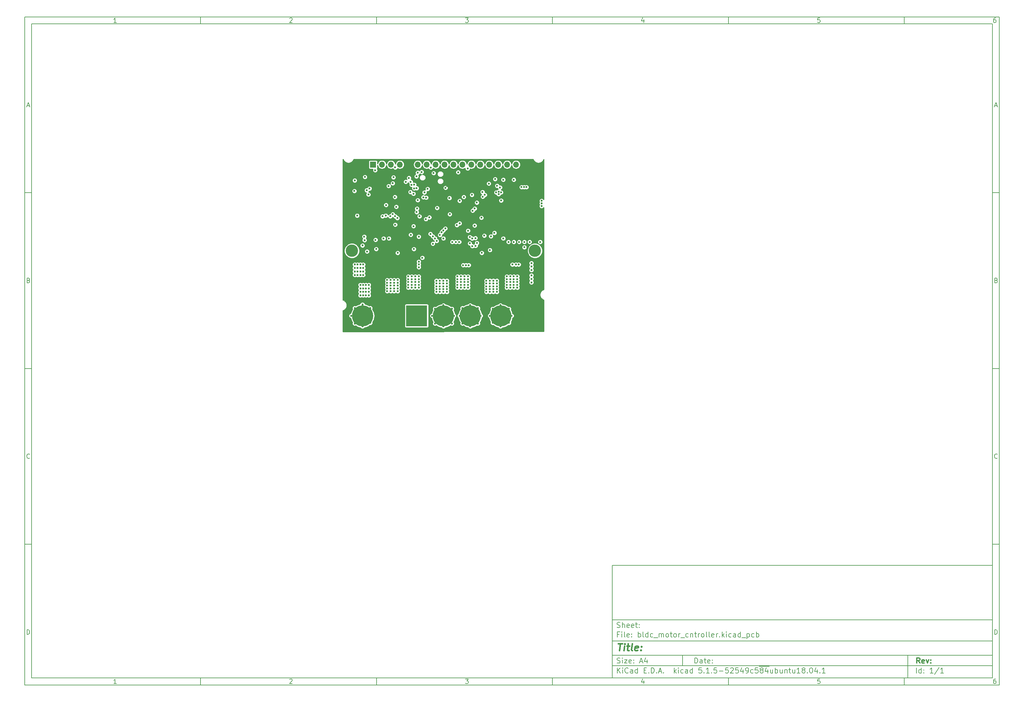
<source format=gbr>
G04 #@! TF.GenerationSoftware,KiCad,Pcbnew,5.1.5-52549c5~84~ubuntu18.04.1*
G04 #@! TF.CreationDate,2020-02-16T22:49:10+01:00*
G04 #@! TF.ProjectId,bldc_motor_cntroller,626c6463-5f6d-46f7-946f-725f636e7472,rev?*
G04 #@! TF.SameCoordinates,Original*
G04 #@! TF.FileFunction,Copper,L2,Inr*
G04 #@! TF.FilePolarity,Positive*
%FSLAX46Y46*%
G04 Gerber Fmt 4.6, Leading zero omitted, Abs format (unit mm)*
G04 Created by KiCad (PCBNEW 5.1.5-52549c5~84~ubuntu18.04.1) date 2020-02-16 22:49:10*
%MOMM*%
%LPD*%
G04 APERTURE LIST*
%ADD10C,0.100000*%
%ADD11C,0.150000*%
%ADD12C,0.300000*%
%ADD13C,0.400000*%
%ADD14C,3.500000*%
%ADD15C,5.999480*%
%ADD16R,5.999480X5.999480*%
%ADD17O,1.700000X1.700000*%
%ADD18R,1.700000X1.700000*%
%ADD19C,6.000000*%
%ADD20C,0.600000*%
%ADD21C,0.254000*%
G04 APERTURE END LIST*
D10*
D11*
X177002200Y-166007200D02*
X177002200Y-198007200D01*
X285002200Y-198007200D01*
X285002200Y-166007200D01*
X177002200Y-166007200D01*
D10*
D11*
X10000000Y-10000000D02*
X10000000Y-200007200D01*
X287002200Y-200007200D01*
X287002200Y-10000000D01*
X10000000Y-10000000D01*
D10*
D11*
X12000000Y-12000000D02*
X12000000Y-198007200D01*
X285002200Y-198007200D01*
X285002200Y-12000000D01*
X12000000Y-12000000D01*
D10*
D11*
X60000000Y-12000000D02*
X60000000Y-10000000D01*
D10*
D11*
X110000000Y-12000000D02*
X110000000Y-10000000D01*
D10*
D11*
X160000000Y-12000000D02*
X160000000Y-10000000D01*
D10*
D11*
X210000000Y-12000000D02*
X210000000Y-10000000D01*
D10*
D11*
X260000000Y-12000000D02*
X260000000Y-10000000D01*
D10*
D11*
X36065476Y-11588095D02*
X35322619Y-11588095D01*
X35694047Y-11588095D02*
X35694047Y-10288095D01*
X35570238Y-10473809D01*
X35446428Y-10597619D01*
X35322619Y-10659523D01*
D10*
D11*
X85322619Y-10411904D02*
X85384523Y-10350000D01*
X85508333Y-10288095D01*
X85817857Y-10288095D01*
X85941666Y-10350000D01*
X86003571Y-10411904D01*
X86065476Y-10535714D01*
X86065476Y-10659523D01*
X86003571Y-10845238D01*
X85260714Y-11588095D01*
X86065476Y-11588095D01*
D10*
D11*
X135260714Y-10288095D02*
X136065476Y-10288095D01*
X135632142Y-10783333D01*
X135817857Y-10783333D01*
X135941666Y-10845238D01*
X136003571Y-10907142D01*
X136065476Y-11030952D01*
X136065476Y-11340476D01*
X136003571Y-11464285D01*
X135941666Y-11526190D01*
X135817857Y-11588095D01*
X135446428Y-11588095D01*
X135322619Y-11526190D01*
X135260714Y-11464285D01*
D10*
D11*
X185941666Y-10721428D02*
X185941666Y-11588095D01*
X185632142Y-10226190D02*
X185322619Y-11154761D01*
X186127380Y-11154761D01*
D10*
D11*
X236003571Y-10288095D02*
X235384523Y-10288095D01*
X235322619Y-10907142D01*
X235384523Y-10845238D01*
X235508333Y-10783333D01*
X235817857Y-10783333D01*
X235941666Y-10845238D01*
X236003571Y-10907142D01*
X236065476Y-11030952D01*
X236065476Y-11340476D01*
X236003571Y-11464285D01*
X235941666Y-11526190D01*
X235817857Y-11588095D01*
X235508333Y-11588095D01*
X235384523Y-11526190D01*
X235322619Y-11464285D01*
D10*
D11*
X285941666Y-10288095D02*
X285694047Y-10288095D01*
X285570238Y-10350000D01*
X285508333Y-10411904D01*
X285384523Y-10597619D01*
X285322619Y-10845238D01*
X285322619Y-11340476D01*
X285384523Y-11464285D01*
X285446428Y-11526190D01*
X285570238Y-11588095D01*
X285817857Y-11588095D01*
X285941666Y-11526190D01*
X286003571Y-11464285D01*
X286065476Y-11340476D01*
X286065476Y-11030952D01*
X286003571Y-10907142D01*
X285941666Y-10845238D01*
X285817857Y-10783333D01*
X285570238Y-10783333D01*
X285446428Y-10845238D01*
X285384523Y-10907142D01*
X285322619Y-11030952D01*
D10*
D11*
X60000000Y-198007200D02*
X60000000Y-200007200D01*
D10*
D11*
X110000000Y-198007200D02*
X110000000Y-200007200D01*
D10*
D11*
X160000000Y-198007200D02*
X160000000Y-200007200D01*
D10*
D11*
X210000000Y-198007200D02*
X210000000Y-200007200D01*
D10*
D11*
X260000000Y-198007200D02*
X260000000Y-200007200D01*
D10*
D11*
X36065476Y-199595295D02*
X35322619Y-199595295D01*
X35694047Y-199595295D02*
X35694047Y-198295295D01*
X35570238Y-198481009D01*
X35446428Y-198604819D01*
X35322619Y-198666723D01*
D10*
D11*
X85322619Y-198419104D02*
X85384523Y-198357200D01*
X85508333Y-198295295D01*
X85817857Y-198295295D01*
X85941666Y-198357200D01*
X86003571Y-198419104D01*
X86065476Y-198542914D01*
X86065476Y-198666723D01*
X86003571Y-198852438D01*
X85260714Y-199595295D01*
X86065476Y-199595295D01*
D10*
D11*
X135260714Y-198295295D02*
X136065476Y-198295295D01*
X135632142Y-198790533D01*
X135817857Y-198790533D01*
X135941666Y-198852438D01*
X136003571Y-198914342D01*
X136065476Y-199038152D01*
X136065476Y-199347676D01*
X136003571Y-199471485D01*
X135941666Y-199533390D01*
X135817857Y-199595295D01*
X135446428Y-199595295D01*
X135322619Y-199533390D01*
X135260714Y-199471485D01*
D10*
D11*
X185941666Y-198728628D02*
X185941666Y-199595295D01*
X185632142Y-198233390D02*
X185322619Y-199161961D01*
X186127380Y-199161961D01*
D10*
D11*
X236003571Y-198295295D02*
X235384523Y-198295295D01*
X235322619Y-198914342D01*
X235384523Y-198852438D01*
X235508333Y-198790533D01*
X235817857Y-198790533D01*
X235941666Y-198852438D01*
X236003571Y-198914342D01*
X236065476Y-199038152D01*
X236065476Y-199347676D01*
X236003571Y-199471485D01*
X235941666Y-199533390D01*
X235817857Y-199595295D01*
X235508333Y-199595295D01*
X235384523Y-199533390D01*
X235322619Y-199471485D01*
D10*
D11*
X285941666Y-198295295D02*
X285694047Y-198295295D01*
X285570238Y-198357200D01*
X285508333Y-198419104D01*
X285384523Y-198604819D01*
X285322619Y-198852438D01*
X285322619Y-199347676D01*
X285384523Y-199471485D01*
X285446428Y-199533390D01*
X285570238Y-199595295D01*
X285817857Y-199595295D01*
X285941666Y-199533390D01*
X286003571Y-199471485D01*
X286065476Y-199347676D01*
X286065476Y-199038152D01*
X286003571Y-198914342D01*
X285941666Y-198852438D01*
X285817857Y-198790533D01*
X285570238Y-198790533D01*
X285446428Y-198852438D01*
X285384523Y-198914342D01*
X285322619Y-199038152D01*
D10*
D11*
X10000000Y-60000000D02*
X12000000Y-60000000D01*
D10*
D11*
X10000000Y-110000000D02*
X12000000Y-110000000D01*
D10*
D11*
X10000000Y-160000000D02*
X12000000Y-160000000D01*
D10*
D11*
X10690476Y-35216666D02*
X11309523Y-35216666D01*
X10566666Y-35588095D02*
X11000000Y-34288095D01*
X11433333Y-35588095D01*
D10*
D11*
X11092857Y-84907142D02*
X11278571Y-84969047D01*
X11340476Y-85030952D01*
X11402380Y-85154761D01*
X11402380Y-85340476D01*
X11340476Y-85464285D01*
X11278571Y-85526190D01*
X11154761Y-85588095D01*
X10659523Y-85588095D01*
X10659523Y-84288095D01*
X11092857Y-84288095D01*
X11216666Y-84350000D01*
X11278571Y-84411904D01*
X11340476Y-84535714D01*
X11340476Y-84659523D01*
X11278571Y-84783333D01*
X11216666Y-84845238D01*
X11092857Y-84907142D01*
X10659523Y-84907142D01*
D10*
D11*
X11402380Y-135464285D02*
X11340476Y-135526190D01*
X11154761Y-135588095D01*
X11030952Y-135588095D01*
X10845238Y-135526190D01*
X10721428Y-135402380D01*
X10659523Y-135278571D01*
X10597619Y-135030952D01*
X10597619Y-134845238D01*
X10659523Y-134597619D01*
X10721428Y-134473809D01*
X10845238Y-134350000D01*
X11030952Y-134288095D01*
X11154761Y-134288095D01*
X11340476Y-134350000D01*
X11402380Y-134411904D01*
D10*
D11*
X10659523Y-185588095D02*
X10659523Y-184288095D01*
X10969047Y-184288095D01*
X11154761Y-184350000D01*
X11278571Y-184473809D01*
X11340476Y-184597619D01*
X11402380Y-184845238D01*
X11402380Y-185030952D01*
X11340476Y-185278571D01*
X11278571Y-185402380D01*
X11154761Y-185526190D01*
X10969047Y-185588095D01*
X10659523Y-185588095D01*
D10*
D11*
X287002200Y-60000000D02*
X285002200Y-60000000D01*
D10*
D11*
X287002200Y-110000000D02*
X285002200Y-110000000D01*
D10*
D11*
X287002200Y-160000000D02*
X285002200Y-160000000D01*
D10*
D11*
X285692676Y-35216666D02*
X286311723Y-35216666D01*
X285568866Y-35588095D02*
X286002200Y-34288095D01*
X286435533Y-35588095D01*
D10*
D11*
X286095057Y-84907142D02*
X286280771Y-84969047D01*
X286342676Y-85030952D01*
X286404580Y-85154761D01*
X286404580Y-85340476D01*
X286342676Y-85464285D01*
X286280771Y-85526190D01*
X286156961Y-85588095D01*
X285661723Y-85588095D01*
X285661723Y-84288095D01*
X286095057Y-84288095D01*
X286218866Y-84350000D01*
X286280771Y-84411904D01*
X286342676Y-84535714D01*
X286342676Y-84659523D01*
X286280771Y-84783333D01*
X286218866Y-84845238D01*
X286095057Y-84907142D01*
X285661723Y-84907142D01*
D10*
D11*
X286404580Y-135464285D02*
X286342676Y-135526190D01*
X286156961Y-135588095D01*
X286033152Y-135588095D01*
X285847438Y-135526190D01*
X285723628Y-135402380D01*
X285661723Y-135278571D01*
X285599819Y-135030952D01*
X285599819Y-134845238D01*
X285661723Y-134597619D01*
X285723628Y-134473809D01*
X285847438Y-134350000D01*
X286033152Y-134288095D01*
X286156961Y-134288095D01*
X286342676Y-134350000D01*
X286404580Y-134411904D01*
D10*
D11*
X285661723Y-185588095D02*
X285661723Y-184288095D01*
X285971247Y-184288095D01*
X286156961Y-184350000D01*
X286280771Y-184473809D01*
X286342676Y-184597619D01*
X286404580Y-184845238D01*
X286404580Y-185030952D01*
X286342676Y-185278571D01*
X286280771Y-185402380D01*
X286156961Y-185526190D01*
X285971247Y-185588095D01*
X285661723Y-185588095D01*
D10*
D11*
X200434342Y-193785771D02*
X200434342Y-192285771D01*
X200791485Y-192285771D01*
X201005771Y-192357200D01*
X201148628Y-192500057D01*
X201220057Y-192642914D01*
X201291485Y-192928628D01*
X201291485Y-193142914D01*
X201220057Y-193428628D01*
X201148628Y-193571485D01*
X201005771Y-193714342D01*
X200791485Y-193785771D01*
X200434342Y-193785771D01*
X202577200Y-193785771D02*
X202577200Y-193000057D01*
X202505771Y-192857200D01*
X202362914Y-192785771D01*
X202077200Y-192785771D01*
X201934342Y-192857200D01*
X202577200Y-193714342D02*
X202434342Y-193785771D01*
X202077200Y-193785771D01*
X201934342Y-193714342D01*
X201862914Y-193571485D01*
X201862914Y-193428628D01*
X201934342Y-193285771D01*
X202077200Y-193214342D01*
X202434342Y-193214342D01*
X202577200Y-193142914D01*
X203077200Y-192785771D02*
X203648628Y-192785771D01*
X203291485Y-192285771D02*
X203291485Y-193571485D01*
X203362914Y-193714342D01*
X203505771Y-193785771D01*
X203648628Y-193785771D01*
X204720057Y-193714342D02*
X204577200Y-193785771D01*
X204291485Y-193785771D01*
X204148628Y-193714342D01*
X204077200Y-193571485D01*
X204077200Y-193000057D01*
X204148628Y-192857200D01*
X204291485Y-192785771D01*
X204577200Y-192785771D01*
X204720057Y-192857200D01*
X204791485Y-193000057D01*
X204791485Y-193142914D01*
X204077200Y-193285771D01*
X205434342Y-193642914D02*
X205505771Y-193714342D01*
X205434342Y-193785771D01*
X205362914Y-193714342D01*
X205434342Y-193642914D01*
X205434342Y-193785771D01*
X205434342Y-192857200D02*
X205505771Y-192928628D01*
X205434342Y-193000057D01*
X205362914Y-192928628D01*
X205434342Y-192857200D01*
X205434342Y-193000057D01*
D10*
D11*
X177002200Y-194507200D02*
X285002200Y-194507200D01*
D10*
D11*
X178434342Y-196585771D02*
X178434342Y-195085771D01*
X179291485Y-196585771D02*
X178648628Y-195728628D01*
X179291485Y-195085771D02*
X178434342Y-195942914D01*
X179934342Y-196585771D02*
X179934342Y-195585771D01*
X179934342Y-195085771D02*
X179862914Y-195157200D01*
X179934342Y-195228628D01*
X180005771Y-195157200D01*
X179934342Y-195085771D01*
X179934342Y-195228628D01*
X181505771Y-196442914D02*
X181434342Y-196514342D01*
X181220057Y-196585771D01*
X181077200Y-196585771D01*
X180862914Y-196514342D01*
X180720057Y-196371485D01*
X180648628Y-196228628D01*
X180577200Y-195942914D01*
X180577200Y-195728628D01*
X180648628Y-195442914D01*
X180720057Y-195300057D01*
X180862914Y-195157200D01*
X181077200Y-195085771D01*
X181220057Y-195085771D01*
X181434342Y-195157200D01*
X181505771Y-195228628D01*
X182791485Y-196585771D02*
X182791485Y-195800057D01*
X182720057Y-195657200D01*
X182577200Y-195585771D01*
X182291485Y-195585771D01*
X182148628Y-195657200D01*
X182791485Y-196514342D02*
X182648628Y-196585771D01*
X182291485Y-196585771D01*
X182148628Y-196514342D01*
X182077200Y-196371485D01*
X182077200Y-196228628D01*
X182148628Y-196085771D01*
X182291485Y-196014342D01*
X182648628Y-196014342D01*
X182791485Y-195942914D01*
X184148628Y-196585771D02*
X184148628Y-195085771D01*
X184148628Y-196514342D02*
X184005771Y-196585771D01*
X183720057Y-196585771D01*
X183577200Y-196514342D01*
X183505771Y-196442914D01*
X183434342Y-196300057D01*
X183434342Y-195871485D01*
X183505771Y-195728628D01*
X183577200Y-195657200D01*
X183720057Y-195585771D01*
X184005771Y-195585771D01*
X184148628Y-195657200D01*
X186005771Y-195800057D02*
X186505771Y-195800057D01*
X186720057Y-196585771D02*
X186005771Y-196585771D01*
X186005771Y-195085771D01*
X186720057Y-195085771D01*
X187362914Y-196442914D02*
X187434342Y-196514342D01*
X187362914Y-196585771D01*
X187291485Y-196514342D01*
X187362914Y-196442914D01*
X187362914Y-196585771D01*
X188077200Y-196585771D02*
X188077200Y-195085771D01*
X188434342Y-195085771D01*
X188648628Y-195157200D01*
X188791485Y-195300057D01*
X188862914Y-195442914D01*
X188934342Y-195728628D01*
X188934342Y-195942914D01*
X188862914Y-196228628D01*
X188791485Y-196371485D01*
X188648628Y-196514342D01*
X188434342Y-196585771D01*
X188077200Y-196585771D01*
X189577200Y-196442914D02*
X189648628Y-196514342D01*
X189577200Y-196585771D01*
X189505771Y-196514342D01*
X189577200Y-196442914D01*
X189577200Y-196585771D01*
X190220057Y-196157200D02*
X190934342Y-196157200D01*
X190077200Y-196585771D02*
X190577200Y-195085771D01*
X191077200Y-196585771D01*
X191577200Y-196442914D02*
X191648628Y-196514342D01*
X191577200Y-196585771D01*
X191505771Y-196514342D01*
X191577200Y-196442914D01*
X191577200Y-196585771D01*
X194577200Y-196585771D02*
X194577200Y-195085771D01*
X194720057Y-196014342D02*
X195148628Y-196585771D01*
X195148628Y-195585771D02*
X194577200Y-196157200D01*
X195791485Y-196585771D02*
X195791485Y-195585771D01*
X195791485Y-195085771D02*
X195720057Y-195157200D01*
X195791485Y-195228628D01*
X195862914Y-195157200D01*
X195791485Y-195085771D01*
X195791485Y-195228628D01*
X197148628Y-196514342D02*
X197005771Y-196585771D01*
X196720057Y-196585771D01*
X196577200Y-196514342D01*
X196505771Y-196442914D01*
X196434342Y-196300057D01*
X196434342Y-195871485D01*
X196505771Y-195728628D01*
X196577200Y-195657200D01*
X196720057Y-195585771D01*
X197005771Y-195585771D01*
X197148628Y-195657200D01*
X198434342Y-196585771D02*
X198434342Y-195800057D01*
X198362914Y-195657200D01*
X198220057Y-195585771D01*
X197934342Y-195585771D01*
X197791485Y-195657200D01*
X198434342Y-196514342D02*
X198291485Y-196585771D01*
X197934342Y-196585771D01*
X197791485Y-196514342D01*
X197720057Y-196371485D01*
X197720057Y-196228628D01*
X197791485Y-196085771D01*
X197934342Y-196014342D01*
X198291485Y-196014342D01*
X198434342Y-195942914D01*
X199791485Y-196585771D02*
X199791485Y-195085771D01*
X199791485Y-196514342D02*
X199648628Y-196585771D01*
X199362914Y-196585771D01*
X199220057Y-196514342D01*
X199148628Y-196442914D01*
X199077200Y-196300057D01*
X199077200Y-195871485D01*
X199148628Y-195728628D01*
X199220057Y-195657200D01*
X199362914Y-195585771D01*
X199648628Y-195585771D01*
X199791485Y-195657200D01*
X202362914Y-195085771D02*
X201648628Y-195085771D01*
X201577200Y-195800057D01*
X201648628Y-195728628D01*
X201791485Y-195657200D01*
X202148628Y-195657200D01*
X202291485Y-195728628D01*
X202362914Y-195800057D01*
X202434342Y-195942914D01*
X202434342Y-196300057D01*
X202362914Y-196442914D01*
X202291485Y-196514342D01*
X202148628Y-196585771D01*
X201791485Y-196585771D01*
X201648628Y-196514342D01*
X201577200Y-196442914D01*
X203077200Y-196442914D02*
X203148628Y-196514342D01*
X203077200Y-196585771D01*
X203005771Y-196514342D01*
X203077200Y-196442914D01*
X203077200Y-196585771D01*
X204577200Y-196585771D02*
X203720057Y-196585771D01*
X204148628Y-196585771D02*
X204148628Y-195085771D01*
X204005771Y-195300057D01*
X203862914Y-195442914D01*
X203720057Y-195514342D01*
X205220057Y-196442914D02*
X205291485Y-196514342D01*
X205220057Y-196585771D01*
X205148628Y-196514342D01*
X205220057Y-196442914D01*
X205220057Y-196585771D01*
X206648628Y-195085771D02*
X205934342Y-195085771D01*
X205862914Y-195800057D01*
X205934342Y-195728628D01*
X206077200Y-195657200D01*
X206434342Y-195657200D01*
X206577200Y-195728628D01*
X206648628Y-195800057D01*
X206720057Y-195942914D01*
X206720057Y-196300057D01*
X206648628Y-196442914D01*
X206577200Y-196514342D01*
X206434342Y-196585771D01*
X206077200Y-196585771D01*
X205934342Y-196514342D01*
X205862914Y-196442914D01*
X207362914Y-196014342D02*
X208505771Y-196014342D01*
X209934342Y-195085771D02*
X209220057Y-195085771D01*
X209148628Y-195800057D01*
X209220057Y-195728628D01*
X209362914Y-195657200D01*
X209720057Y-195657200D01*
X209862914Y-195728628D01*
X209934342Y-195800057D01*
X210005771Y-195942914D01*
X210005771Y-196300057D01*
X209934342Y-196442914D01*
X209862914Y-196514342D01*
X209720057Y-196585771D01*
X209362914Y-196585771D01*
X209220057Y-196514342D01*
X209148628Y-196442914D01*
X210577200Y-195228628D02*
X210648628Y-195157200D01*
X210791485Y-195085771D01*
X211148628Y-195085771D01*
X211291485Y-195157200D01*
X211362914Y-195228628D01*
X211434342Y-195371485D01*
X211434342Y-195514342D01*
X211362914Y-195728628D01*
X210505771Y-196585771D01*
X211434342Y-196585771D01*
X212791485Y-195085771D02*
X212077200Y-195085771D01*
X212005771Y-195800057D01*
X212077200Y-195728628D01*
X212220057Y-195657200D01*
X212577200Y-195657200D01*
X212720057Y-195728628D01*
X212791485Y-195800057D01*
X212862914Y-195942914D01*
X212862914Y-196300057D01*
X212791485Y-196442914D01*
X212720057Y-196514342D01*
X212577200Y-196585771D01*
X212220057Y-196585771D01*
X212077200Y-196514342D01*
X212005771Y-196442914D01*
X214148628Y-195585771D02*
X214148628Y-196585771D01*
X213791485Y-195014342D02*
X213434342Y-196085771D01*
X214362914Y-196085771D01*
X215005771Y-196585771D02*
X215291485Y-196585771D01*
X215434342Y-196514342D01*
X215505771Y-196442914D01*
X215648628Y-196228628D01*
X215720057Y-195942914D01*
X215720057Y-195371485D01*
X215648628Y-195228628D01*
X215577200Y-195157200D01*
X215434342Y-195085771D01*
X215148628Y-195085771D01*
X215005771Y-195157200D01*
X214934342Y-195228628D01*
X214862914Y-195371485D01*
X214862914Y-195728628D01*
X214934342Y-195871485D01*
X215005771Y-195942914D01*
X215148628Y-196014342D01*
X215434342Y-196014342D01*
X215577200Y-195942914D01*
X215648628Y-195871485D01*
X215720057Y-195728628D01*
X217005771Y-196514342D02*
X216862914Y-196585771D01*
X216577200Y-196585771D01*
X216434342Y-196514342D01*
X216362914Y-196442914D01*
X216291485Y-196300057D01*
X216291485Y-195871485D01*
X216362914Y-195728628D01*
X216434342Y-195657200D01*
X216577200Y-195585771D01*
X216862914Y-195585771D01*
X217005771Y-195657200D01*
X218362914Y-195085771D02*
X217648628Y-195085771D01*
X217577200Y-195800057D01*
X217648628Y-195728628D01*
X217791485Y-195657200D01*
X218148628Y-195657200D01*
X218291485Y-195728628D01*
X218362914Y-195800057D01*
X218434342Y-195942914D01*
X218434342Y-196300057D01*
X218362914Y-196442914D01*
X218291485Y-196514342D01*
X218148628Y-196585771D01*
X217791485Y-196585771D01*
X217648628Y-196514342D01*
X217577200Y-196442914D01*
X218720057Y-194677200D02*
X220148628Y-194677200D01*
X219291485Y-195728628D02*
X219148628Y-195657200D01*
X219077200Y-195585771D01*
X219005771Y-195442914D01*
X219005771Y-195371485D01*
X219077200Y-195228628D01*
X219148628Y-195157200D01*
X219291485Y-195085771D01*
X219577200Y-195085771D01*
X219720057Y-195157200D01*
X219791485Y-195228628D01*
X219862914Y-195371485D01*
X219862914Y-195442914D01*
X219791485Y-195585771D01*
X219720057Y-195657200D01*
X219577200Y-195728628D01*
X219291485Y-195728628D01*
X219148628Y-195800057D01*
X219077200Y-195871485D01*
X219005771Y-196014342D01*
X219005771Y-196300057D01*
X219077200Y-196442914D01*
X219148628Y-196514342D01*
X219291485Y-196585771D01*
X219577200Y-196585771D01*
X219720057Y-196514342D01*
X219791485Y-196442914D01*
X219862914Y-196300057D01*
X219862914Y-196014342D01*
X219791485Y-195871485D01*
X219720057Y-195800057D01*
X219577200Y-195728628D01*
X220148628Y-194677200D02*
X221577199Y-194677200D01*
X221148628Y-195585771D02*
X221148628Y-196585771D01*
X220791485Y-195014342D02*
X220434342Y-196085771D01*
X221362914Y-196085771D01*
X222577199Y-195585771D02*
X222577199Y-196585771D01*
X221934342Y-195585771D02*
X221934342Y-196371485D01*
X222005771Y-196514342D01*
X222148628Y-196585771D01*
X222362914Y-196585771D01*
X222505771Y-196514342D01*
X222577199Y-196442914D01*
X223291485Y-196585771D02*
X223291485Y-195085771D01*
X223291485Y-195657200D02*
X223434342Y-195585771D01*
X223720057Y-195585771D01*
X223862914Y-195657200D01*
X223934342Y-195728628D01*
X224005771Y-195871485D01*
X224005771Y-196300057D01*
X223934342Y-196442914D01*
X223862914Y-196514342D01*
X223720057Y-196585771D01*
X223434342Y-196585771D01*
X223291485Y-196514342D01*
X225291485Y-195585771D02*
X225291485Y-196585771D01*
X224648628Y-195585771D02*
X224648628Y-196371485D01*
X224720057Y-196514342D01*
X224862914Y-196585771D01*
X225077199Y-196585771D01*
X225220057Y-196514342D01*
X225291485Y-196442914D01*
X226005771Y-195585771D02*
X226005771Y-196585771D01*
X226005771Y-195728628D02*
X226077199Y-195657200D01*
X226220057Y-195585771D01*
X226434342Y-195585771D01*
X226577199Y-195657200D01*
X226648628Y-195800057D01*
X226648628Y-196585771D01*
X227148628Y-195585771D02*
X227720057Y-195585771D01*
X227362914Y-195085771D02*
X227362914Y-196371485D01*
X227434342Y-196514342D01*
X227577200Y-196585771D01*
X227720057Y-196585771D01*
X228862914Y-195585771D02*
X228862914Y-196585771D01*
X228220057Y-195585771D02*
X228220057Y-196371485D01*
X228291485Y-196514342D01*
X228434342Y-196585771D01*
X228648628Y-196585771D01*
X228791485Y-196514342D01*
X228862914Y-196442914D01*
X230362914Y-196585771D02*
X229505771Y-196585771D01*
X229934342Y-196585771D02*
X229934342Y-195085771D01*
X229791485Y-195300057D01*
X229648628Y-195442914D01*
X229505771Y-195514342D01*
X231220057Y-195728628D02*
X231077199Y-195657200D01*
X231005771Y-195585771D01*
X230934342Y-195442914D01*
X230934342Y-195371485D01*
X231005771Y-195228628D01*
X231077199Y-195157200D01*
X231220057Y-195085771D01*
X231505771Y-195085771D01*
X231648628Y-195157200D01*
X231720057Y-195228628D01*
X231791485Y-195371485D01*
X231791485Y-195442914D01*
X231720057Y-195585771D01*
X231648628Y-195657200D01*
X231505771Y-195728628D01*
X231220057Y-195728628D01*
X231077199Y-195800057D01*
X231005771Y-195871485D01*
X230934342Y-196014342D01*
X230934342Y-196300057D01*
X231005771Y-196442914D01*
X231077199Y-196514342D01*
X231220057Y-196585771D01*
X231505771Y-196585771D01*
X231648628Y-196514342D01*
X231720057Y-196442914D01*
X231791485Y-196300057D01*
X231791485Y-196014342D01*
X231720057Y-195871485D01*
X231648628Y-195800057D01*
X231505771Y-195728628D01*
X232434342Y-196442914D02*
X232505771Y-196514342D01*
X232434342Y-196585771D01*
X232362914Y-196514342D01*
X232434342Y-196442914D01*
X232434342Y-196585771D01*
X233434342Y-195085771D02*
X233577199Y-195085771D01*
X233720057Y-195157200D01*
X233791485Y-195228628D01*
X233862914Y-195371485D01*
X233934342Y-195657200D01*
X233934342Y-196014342D01*
X233862914Y-196300057D01*
X233791485Y-196442914D01*
X233720057Y-196514342D01*
X233577199Y-196585771D01*
X233434342Y-196585771D01*
X233291485Y-196514342D01*
X233220057Y-196442914D01*
X233148628Y-196300057D01*
X233077199Y-196014342D01*
X233077199Y-195657200D01*
X233148628Y-195371485D01*
X233220057Y-195228628D01*
X233291485Y-195157200D01*
X233434342Y-195085771D01*
X235220057Y-195585771D02*
X235220057Y-196585771D01*
X234862914Y-195014342D02*
X234505771Y-196085771D01*
X235434342Y-196085771D01*
X236005771Y-196442914D02*
X236077199Y-196514342D01*
X236005771Y-196585771D01*
X235934342Y-196514342D01*
X236005771Y-196442914D01*
X236005771Y-196585771D01*
X237505771Y-196585771D02*
X236648628Y-196585771D01*
X237077199Y-196585771D02*
X237077199Y-195085771D01*
X236934342Y-195300057D01*
X236791485Y-195442914D01*
X236648628Y-195514342D01*
D10*
D11*
X177002200Y-191507200D02*
X285002200Y-191507200D01*
D10*
D12*
X264411485Y-193785771D02*
X263911485Y-193071485D01*
X263554342Y-193785771D02*
X263554342Y-192285771D01*
X264125771Y-192285771D01*
X264268628Y-192357200D01*
X264340057Y-192428628D01*
X264411485Y-192571485D01*
X264411485Y-192785771D01*
X264340057Y-192928628D01*
X264268628Y-193000057D01*
X264125771Y-193071485D01*
X263554342Y-193071485D01*
X265625771Y-193714342D02*
X265482914Y-193785771D01*
X265197200Y-193785771D01*
X265054342Y-193714342D01*
X264982914Y-193571485D01*
X264982914Y-193000057D01*
X265054342Y-192857200D01*
X265197200Y-192785771D01*
X265482914Y-192785771D01*
X265625771Y-192857200D01*
X265697200Y-193000057D01*
X265697200Y-193142914D01*
X264982914Y-193285771D01*
X266197200Y-192785771D02*
X266554342Y-193785771D01*
X266911485Y-192785771D01*
X267482914Y-193642914D02*
X267554342Y-193714342D01*
X267482914Y-193785771D01*
X267411485Y-193714342D01*
X267482914Y-193642914D01*
X267482914Y-193785771D01*
X267482914Y-192857200D02*
X267554342Y-192928628D01*
X267482914Y-193000057D01*
X267411485Y-192928628D01*
X267482914Y-192857200D01*
X267482914Y-193000057D01*
D10*
D11*
X178362914Y-193714342D02*
X178577200Y-193785771D01*
X178934342Y-193785771D01*
X179077200Y-193714342D01*
X179148628Y-193642914D01*
X179220057Y-193500057D01*
X179220057Y-193357200D01*
X179148628Y-193214342D01*
X179077200Y-193142914D01*
X178934342Y-193071485D01*
X178648628Y-193000057D01*
X178505771Y-192928628D01*
X178434342Y-192857200D01*
X178362914Y-192714342D01*
X178362914Y-192571485D01*
X178434342Y-192428628D01*
X178505771Y-192357200D01*
X178648628Y-192285771D01*
X179005771Y-192285771D01*
X179220057Y-192357200D01*
X179862914Y-193785771D02*
X179862914Y-192785771D01*
X179862914Y-192285771D02*
X179791485Y-192357200D01*
X179862914Y-192428628D01*
X179934342Y-192357200D01*
X179862914Y-192285771D01*
X179862914Y-192428628D01*
X180434342Y-192785771D02*
X181220057Y-192785771D01*
X180434342Y-193785771D01*
X181220057Y-193785771D01*
X182362914Y-193714342D02*
X182220057Y-193785771D01*
X181934342Y-193785771D01*
X181791485Y-193714342D01*
X181720057Y-193571485D01*
X181720057Y-193000057D01*
X181791485Y-192857200D01*
X181934342Y-192785771D01*
X182220057Y-192785771D01*
X182362914Y-192857200D01*
X182434342Y-193000057D01*
X182434342Y-193142914D01*
X181720057Y-193285771D01*
X183077200Y-193642914D02*
X183148628Y-193714342D01*
X183077200Y-193785771D01*
X183005771Y-193714342D01*
X183077200Y-193642914D01*
X183077200Y-193785771D01*
X183077200Y-192857200D02*
X183148628Y-192928628D01*
X183077200Y-193000057D01*
X183005771Y-192928628D01*
X183077200Y-192857200D01*
X183077200Y-193000057D01*
X184862914Y-193357200D02*
X185577200Y-193357200D01*
X184720057Y-193785771D02*
X185220057Y-192285771D01*
X185720057Y-193785771D01*
X186862914Y-192785771D02*
X186862914Y-193785771D01*
X186505771Y-192214342D02*
X186148628Y-193285771D01*
X187077200Y-193285771D01*
D10*
D11*
X263434342Y-196585771D02*
X263434342Y-195085771D01*
X264791485Y-196585771D02*
X264791485Y-195085771D01*
X264791485Y-196514342D02*
X264648628Y-196585771D01*
X264362914Y-196585771D01*
X264220057Y-196514342D01*
X264148628Y-196442914D01*
X264077200Y-196300057D01*
X264077200Y-195871485D01*
X264148628Y-195728628D01*
X264220057Y-195657200D01*
X264362914Y-195585771D01*
X264648628Y-195585771D01*
X264791485Y-195657200D01*
X265505771Y-196442914D02*
X265577200Y-196514342D01*
X265505771Y-196585771D01*
X265434342Y-196514342D01*
X265505771Y-196442914D01*
X265505771Y-196585771D01*
X265505771Y-195657200D02*
X265577200Y-195728628D01*
X265505771Y-195800057D01*
X265434342Y-195728628D01*
X265505771Y-195657200D01*
X265505771Y-195800057D01*
X268148628Y-196585771D02*
X267291485Y-196585771D01*
X267720057Y-196585771D02*
X267720057Y-195085771D01*
X267577200Y-195300057D01*
X267434342Y-195442914D01*
X267291485Y-195514342D01*
X269862914Y-195014342D02*
X268577200Y-196942914D01*
X271148628Y-196585771D02*
X270291485Y-196585771D01*
X270720057Y-196585771D02*
X270720057Y-195085771D01*
X270577200Y-195300057D01*
X270434342Y-195442914D01*
X270291485Y-195514342D01*
D10*
D11*
X177002200Y-187507200D02*
X285002200Y-187507200D01*
D10*
D13*
X178714580Y-188211961D02*
X179857438Y-188211961D01*
X179036009Y-190211961D02*
X179286009Y-188211961D01*
X180274104Y-190211961D02*
X180440771Y-188878628D01*
X180524104Y-188211961D02*
X180416961Y-188307200D01*
X180500295Y-188402438D01*
X180607438Y-188307200D01*
X180524104Y-188211961D01*
X180500295Y-188402438D01*
X181107438Y-188878628D02*
X181869342Y-188878628D01*
X181476485Y-188211961D02*
X181262200Y-189926247D01*
X181333628Y-190116723D01*
X181512200Y-190211961D01*
X181702676Y-190211961D01*
X182655057Y-190211961D02*
X182476485Y-190116723D01*
X182405057Y-189926247D01*
X182619342Y-188211961D01*
X184190771Y-190116723D02*
X183988390Y-190211961D01*
X183607438Y-190211961D01*
X183428866Y-190116723D01*
X183357438Y-189926247D01*
X183452676Y-189164342D01*
X183571723Y-188973866D01*
X183774104Y-188878628D01*
X184155057Y-188878628D01*
X184333628Y-188973866D01*
X184405057Y-189164342D01*
X184381247Y-189354819D01*
X183405057Y-189545295D01*
X185155057Y-190021485D02*
X185238390Y-190116723D01*
X185131247Y-190211961D01*
X185047914Y-190116723D01*
X185155057Y-190021485D01*
X185131247Y-190211961D01*
X185286009Y-188973866D02*
X185369342Y-189069104D01*
X185262200Y-189164342D01*
X185178866Y-189069104D01*
X185286009Y-188973866D01*
X185262200Y-189164342D01*
D10*
D11*
X178934342Y-185600057D02*
X178434342Y-185600057D01*
X178434342Y-186385771D02*
X178434342Y-184885771D01*
X179148628Y-184885771D01*
X179720057Y-186385771D02*
X179720057Y-185385771D01*
X179720057Y-184885771D02*
X179648628Y-184957200D01*
X179720057Y-185028628D01*
X179791485Y-184957200D01*
X179720057Y-184885771D01*
X179720057Y-185028628D01*
X180648628Y-186385771D02*
X180505771Y-186314342D01*
X180434342Y-186171485D01*
X180434342Y-184885771D01*
X181791485Y-186314342D02*
X181648628Y-186385771D01*
X181362914Y-186385771D01*
X181220057Y-186314342D01*
X181148628Y-186171485D01*
X181148628Y-185600057D01*
X181220057Y-185457200D01*
X181362914Y-185385771D01*
X181648628Y-185385771D01*
X181791485Y-185457200D01*
X181862914Y-185600057D01*
X181862914Y-185742914D01*
X181148628Y-185885771D01*
X182505771Y-186242914D02*
X182577200Y-186314342D01*
X182505771Y-186385771D01*
X182434342Y-186314342D01*
X182505771Y-186242914D01*
X182505771Y-186385771D01*
X182505771Y-185457200D02*
X182577200Y-185528628D01*
X182505771Y-185600057D01*
X182434342Y-185528628D01*
X182505771Y-185457200D01*
X182505771Y-185600057D01*
X184362914Y-186385771D02*
X184362914Y-184885771D01*
X184362914Y-185457200D02*
X184505771Y-185385771D01*
X184791485Y-185385771D01*
X184934342Y-185457200D01*
X185005771Y-185528628D01*
X185077200Y-185671485D01*
X185077200Y-186100057D01*
X185005771Y-186242914D01*
X184934342Y-186314342D01*
X184791485Y-186385771D01*
X184505771Y-186385771D01*
X184362914Y-186314342D01*
X185934342Y-186385771D02*
X185791485Y-186314342D01*
X185720057Y-186171485D01*
X185720057Y-184885771D01*
X187148628Y-186385771D02*
X187148628Y-184885771D01*
X187148628Y-186314342D02*
X187005771Y-186385771D01*
X186720057Y-186385771D01*
X186577200Y-186314342D01*
X186505771Y-186242914D01*
X186434342Y-186100057D01*
X186434342Y-185671485D01*
X186505771Y-185528628D01*
X186577200Y-185457200D01*
X186720057Y-185385771D01*
X187005771Y-185385771D01*
X187148628Y-185457200D01*
X188505771Y-186314342D02*
X188362914Y-186385771D01*
X188077200Y-186385771D01*
X187934342Y-186314342D01*
X187862914Y-186242914D01*
X187791485Y-186100057D01*
X187791485Y-185671485D01*
X187862914Y-185528628D01*
X187934342Y-185457200D01*
X188077200Y-185385771D01*
X188362914Y-185385771D01*
X188505771Y-185457200D01*
X188791485Y-186528628D02*
X189934342Y-186528628D01*
X190291485Y-186385771D02*
X190291485Y-185385771D01*
X190291485Y-185528628D02*
X190362914Y-185457200D01*
X190505771Y-185385771D01*
X190720057Y-185385771D01*
X190862914Y-185457200D01*
X190934342Y-185600057D01*
X190934342Y-186385771D01*
X190934342Y-185600057D02*
X191005771Y-185457200D01*
X191148628Y-185385771D01*
X191362914Y-185385771D01*
X191505771Y-185457200D01*
X191577200Y-185600057D01*
X191577200Y-186385771D01*
X192505771Y-186385771D02*
X192362914Y-186314342D01*
X192291485Y-186242914D01*
X192220057Y-186100057D01*
X192220057Y-185671485D01*
X192291485Y-185528628D01*
X192362914Y-185457200D01*
X192505771Y-185385771D01*
X192720057Y-185385771D01*
X192862914Y-185457200D01*
X192934342Y-185528628D01*
X193005771Y-185671485D01*
X193005771Y-186100057D01*
X192934342Y-186242914D01*
X192862914Y-186314342D01*
X192720057Y-186385771D01*
X192505771Y-186385771D01*
X193434342Y-185385771D02*
X194005771Y-185385771D01*
X193648628Y-184885771D02*
X193648628Y-186171485D01*
X193720057Y-186314342D01*
X193862914Y-186385771D01*
X194005771Y-186385771D01*
X194720057Y-186385771D02*
X194577200Y-186314342D01*
X194505771Y-186242914D01*
X194434342Y-186100057D01*
X194434342Y-185671485D01*
X194505771Y-185528628D01*
X194577200Y-185457200D01*
X194720057Y-185385771D01*
X194934342Y-185385771D01*
X195077200Y-185457200D01*
X195148628Y-185528628D01*
X195220057Y-185671485D01*
X195220057Y-186100057D01*
X195148628Y-186242914D01*
X195077200Y-186314342D01*
X194934342Y-186385771D01*
X194720057Y-186385771D01*
X195862914Y-186385771D02*
X195862914Y-185385771D01*
X195862914Y-185671485D02*
X195934342Y-185528628D01*
X196005771Y-185457200D01*
X196148628Y-185385771D01*
X196291485Y-185385771D01*
X196434342Y-186528628D02*
X197577200Y-186528628D01*
X198577200Y-186314342D02*
X198434342Y-186385771D01*
X198148628Y-186385771D01*
X198005771Y-186314342D01*
X197934342Y-186242914D01*
X197862914Y-186100057D01*
X197862914Y-185671485D01*
X197934342Y-185528628D01*
X198005771Y-185457200D01*
X198148628Y-185385771D01*
X198434342Y-185385771D01*
X198577200Y-185457200D01*
X199220057Y-185385771D02*
X199220057Y-186385771D01*
X199220057Y-185528628D02*
X199291485Y-185457200D01*
X199434342Y-185385771D01*
X199648628Y-185385771D01*
X199791485Y-185457200D01*
X199862914Y-185600057D01*
X199862914Y-186385771D01*
X200362914Y-185385771D02*
X200934342Y-185385771D01*
X200577200Y-184885771D02*
X200577200Y-186171485D01*
X200648628Y-186314342D01*
X200791485Y-186385771D01*
X200934342Y-186385771D01*
X201434342Y-186385771D02*
X201434342Y-185385771D01*
X201434342Y-185671485D02*
X201505771Y-185528628D01*
X201577200Y-185457200D01*
X201720057Y-185385771D01*
X201862914Y-185385771D01*
X202577200Y-186385771D02*
X202434342Y-186314342D01*
X202362914Y-186242914D01*
X202291485Y-186100057D01*
X202291485Y-185671485D01*
X202362914Y-185528628D01*
X202434342Y-185457200D01*
X202577200Y-185385771D01*
X202791485Y-185385771D01*
X202934342Y-185457200D01*
X203005771Y-185528628D01*
X203077200Y-185671485D01*
X203077200Y-186100057D01*
X203005771Y-186242914D01*
X202934342Y-186314342D01*
X202791485Y-186385771D01*
X202577200Y-186385771D01*
X203934342Y-186385771D02*
X203791485Y-186314342D01*
X203720057Y-186171485D01*
X203720057Y-184885771D01*
X204720057Y-186385771D02*
X204577200Y-186314342D01*
X204505771Y-186171485D01*
X204505771Y-184885771D01*
X205862914Y-186314342D02*
X205720057Y-186385771D01*
X205434342Y-186385771D01*
X205291485Y-186314342D01*
X205220057Y-186171485D01*
X205220057Y-185600057D01*
X205291485Y-185457200D01*
X205434342Y-185385771D01*
X205720057Y-185385771D01*
X205862914Y-185457200D01*
X205934342Y-185600057D01*
X205934342Y-185742914D01*
X205220057Y-185885771D01*
X206577200Y-186385771D02*
X206577200Y-185385771D01*
X206577200Y-185671485D02*
X206648628Y-185528628D01*
X206720057Y-185457200D01*
X206862914Y-185385771D01*
X207005771Y-185385771D01*
X207505771Y-186242914D02*
X207577200Y-186314342D01*
X207505771Y-186385771D01*
X207434342Y-186314342D01*
X207505771Y-186242914D01*
X207505771Y-186385771D01*
X208220057Y-186385771D02*
X208220057Y-184885771D01*
X208362914Y-185814342D02*
X208791485Y-186385771D01*
X208791485Y-185385771D02*
X208220057Y-185957200D01*
X209434342Y-186385771D02*
X209434342Y-185385771D01*
X209434342Y-184885771D02*
X209362914Y-184957200D01*
X209434342Y-185028628D01*
X209505771Y-184957200D01*
X209434342Y-184885771D01*
X209434342Y-185028628D01*
X210791485Y-186314342D02*
X210648628Y-186385771D01*
X210362914Y-186385771D01*
X210220057Y-186314342D01*
X210148628Y-186242914D01*
X210077200Y-186100057D01*
X210077200Y-185671485D01*
X210148628Y-185528628D01*
X210220057Y-185457200D01*
X210362914Y-185385771D01*
X210648628Y-185385771D01*
X210791485Y-185457200D01*
X212077200Y-186385771D02*
X212077200Y-185600057D01*
X212005771Y-185457200D01*
X211862914Y-185385771D01*
X211577200Y-185385771D01*
X211434342Y-185457200D01*
X212077200Y-186314342D02*
X211934342Y-186385771D01*
X211577200Y-186385771D01*
X211434342Y-186314342D01*
X211362914Y-186171485D01*
X211362914Y-186028628D01*
X211434342Y-185885771D01*
X211577200Y-185814342D01*
X211934342Y-185814342D01*
X212077200Y-185742914D01*
X213434342Y-186385771D02*
X213434342Y-184885771D01*
X213434342Y-186314342D02*
X213291485Y-186385771D01*
X213005771Y-186385771D01*
X212862914Y-186314342D01*
X212791485Y-186242914D01*
X212720057Y-186100057D01*
X212720057Y-185671485D01*
X212791485Y-185528628D01*
X212862914Y-185457200D01*
X213005771Y-185385771D01*
X213291485Y-185385771D01*
X213434342Y-185457200D01*
X213791485Y-186528628D02*
X214934342Y-186528628D01*
X215291485Y-185385771D02*
X215291485Y-186885771D01*
X215291485Y-185457200D02*
X215434342Y-185385771D01*
X215720057Y-185385771D01*
X215862914Y-185457200D01*
X215934342Y-185528628D01*
X216005771Y-185671485D01*
X216005771Y-186100057D01*
X215934342Y-186242914D01*
X215862914Y-186314342D01*
X215720057Y-186385771D01*
X215434342Y-186385771D01*
X215291485Y-186314342D01*
X217291485Y-186314342D02*
X217148628Y-186385771D01*
X216862914Y-186385771D01*
X216720057Y-186314342D01*
X216648628Y-186242914D01*
X216577200Y-186100057D01*
X216577200Y-185671485D01*
X216648628Y-185528628D01*
X216720057Y-185457200D01*
X216862914Y-185385771D01*
X217148628Y-185385771D01*
X217291485Y-185457200D01*
X217934342Y-186385771D02*
X217934342Y-184885771D01*
X217934342Y-185457200D02*
X218077200Y-185385771D01*
X218362914Y-185385771D01*
X218505771Y-185457200D01*
X218577200Y-185528628D01*
X218648628Y-185671485D01*
X218648628Y-186100057D01*
X218577200Y-186242914D01*
X218505771Y-186314342D01*
X218362914Y-186385771D01*
X218077200Y-186385771D01*
X217934342Y-186314342D01*
D10*
D11*
X177002200Y-181507200D02*
X285002200Y-181507200D01*
D10*
D11*
X178362914Y-183614342D02*
X178577200Y-183685771D01*
X178934342Y-183685771D01*
X179077200Y-183614342D01*
X179148628Y-183542914D01*
X179220057Y-183400057D01*
X179220057Y-183257200D01*
X179148628Y-183114342D01*
X179077200Y-183042914D01*
X178934342Y-182971485D01*
X178648628Y-182900057D01*
X178505771Y-182828628D01*
X178434342Y-182757200D01*
X178362914Y-182614342D01*
X178362914Y-182471485D01*
X178434342Y-182328628D01*
X178505771Y-182257200D01*
X178648628Y-182185771D01*
X179005771Y-182185771D01*
X179220057Y-182257200D01*
X179862914Y-183685771D02*
X179862914Y-182185771D01*
X180505771Y-183685771D02*
X180505771Y-182900057D01*
X180434342Y-182757200D01*
X180291485Y-182685771D01*
X180077200Y-182685771D01*
X179934342Y-182757200D01*
X179862914Y-182828628D01*
X181791485Y-183614342D02*
X181648628Y-183685771D01*
X181362914Y-183685771D01*
X181220057Y-183614342D01*
X181148628Y-183471485D01*
X181148628Y-182900057D01*
X181220057Y-182757200D01*
X181362914Y-182685771D01*
X181648628Y-182685771D01*
X181791485Y-182757200D01*
X181862914Y-182900057D01*
X181862914Y-183042914D01*
X181148628Y-183185771D01*
X183077200Y-183614342D02*
X182934342Y-183685771D01*
X182648628Y-183685771D01*
X182505771Y-183614342D01*
X182434342Y-183471485D01*
X182434342Y-182900057D01*
X182505771Y-182757200D01*
X182648628Y-182685771D01*
X182934342Y-182685771D01*
X183077200Y-182757200D01*
X183148628Y-182900057D01*
X183148628Y-183042914D01*
X182434342Y-183185771D01*
X183577200Y-182685771D02*
X184148628Y-182685771D01*
X183791485Y-182185771D02*
X183791485Y-183471485D01*
X183862914Y-183614342D01*
X184005771Y-183685771D01*
X184148628Y-183685771D01*
X184648628Y-183542914D02*
X184720057Y-183614342D01*
X184648628Y-183685771D01*
X184577200Y-183614342D01*
X184648628Y-183542914D01*
X184648628Y-183685771D01*
X184648628Y-182757200D02*
X184720057Y-182828628D01*
X184648628Y-182900057D01*
X184577200Y-182828628D01*
X184648628Y-182757200D01*
X184648628Y-182900057D01*
D10*
D11*
X197002200Y-191507200D02*
X197002200Y-194507200D01*
D10*
D11*
X261002200Y-191507200D02*
X261002200Y-198007200D01*
D14*
X103000000Y-76500000D03*
X155000000Y-76500000D03*
D15*
X136620000Y-95000000D03*
X129000000Y-95000000D03*
D16*
X121380000Y-95000000D03*
D17*
X152180000Y-52000000D03*
X149640000Y-52000000D03*
X147100000Y-52000000D03*
X144560000Y-52000000D03*
X142020000Y-52000000D03*
X139480000Y-52000000D03*
X136940000Y-52000000D03*
X134400000Y-52000000D03*
X131860000Y-52000000D03*
X129320000Y-52000000D03*
X126780000Y-52000000D03*
X124240000Y-52000000D03*
X121700000Y-52000000D03*
X119160000Y-52000000D03*
X116620000Y-52000000D03*
X114080000Y-52000000D03*
X111540000Y-52000000D03*
D18*
X109000000Y-52000000D03*
G04 #@! TA.AperFunction,ViaPad*
D10*
G36*
X114847026Y-92007223D02*
G01*
X114992635Y-92028822D01*
X115135427Y-92064589D01*
X115274025Y-92114181D01*
X115407095Y-92177118D01*
X115533355Y-92252796D01*
X115651590Y-92340484D01*
X115760660Y-92439340D01*
X115859516Y-92548410D01*
X115947204Y-92666645D01*
X116022882Y-92792905D01*
X116085819Y-92925975D01*
X116135411Y-93064573D01*
X116171178Y-93207365D01*
X116192777Y-93352974D01*
X116200000Y-93500000D01*
X116200000Y-96500000D01*
X116192777Y-96647026D01*
X116171178Y-96792635D01*
X116135411Y-96935427D01*
X116085819Y-97074025D01*
X116022882Y-97207095D01*
X115947204Y-97333355D01*
X115859516Y-97451590D01*
X115760660Y-97560660D01*
X115651590Y-97659516D01*
X115533355Y-97747204D01*
X115407095Y-97822882D01*
X115274025Y-97885819D01*
X115135427Y-97935411D01*
X114992635Y-97971178D01*
X114847026Y-97992777D01*
X114700000Y-98000000D01*
X111700000Y-98000000D01*
X111552974Y-97992777D01*
X111407365Y-97971178D01*
X111264573Y-97935411D01*
X111125975Y-97885819D01*
X110992905Y-97822882D01*
X110866645Y-97747204D01*
X110748410Y-97659516D01*
X110639340Y-97560660D01*
X110540484Y-97451590D01*
X110452796Y-97333355D01*
X110377118Y-97207095D01*
X110314181Y-97074025D01*
X110264589Y-96935427D01*
X110228822Y-96792635D01*
X110207223Y-96647026D01*
X110200000Y-96500000D01*
X110200000Y-93500000D01*
X110207223Y-93352974D01*
X110228822Y-93207365D01*
X110264589Y-93064573D01*
X110314181Y-92925975D01*
X110377118Y-92792905D01*
X110452796Y-92666645D01*
X110540484Y-92548410D01*
X110639340Y-92439340D01*
X110748410Y-92340484D01*
X110866645Y-92252796D01*
X110992905Y-92177118D01*
X111125975Y-92114181D01*
X111264573Y-92064589D01*
X111407365Y-92028822D01*
X111552974Y-92007223D01*
X111700000Y-92000000D01*
X114700000Y-92000000D01*
X114847026Y-92007223D01*
G37*
G04 #@! TD.AperFunction*
D19*
X106000000Y-95000000D03*
G04 #@! TA.AperFunction,ViaPad*
D10*
G36*
X154147026Y-92007223D02*
G01*
X154292635Y-92028822D01*
X154435427Y-92064589D01*
X154574025Y-92114181D01*
X154707095Y-92177118D01*
X154833355Y-92252796D01*
X154951590Y-92340484D01*
X155060660Y-92439340D01*
X155159516Y-92548410D01*
X155247204Y-92666645D01*
X155322882Y-92792905D01*
X155385819Y-92925975D01*
X155435411Y-93064573D01*
X155471178Y-93207365D01*
X155492777Y-93352974D01*
X155500000Y-93500000D01*
X155500000Y-96500000D01*
X155492777Y-96647026D01*
X155471178Y-96792635D01*
X155435411Y-96935427D01*
X155385819Y-97074025D01*
X155322882Y-97207095D01*
X155247204Y-97333355D01*
X155159516Y-97451590D01*
X155060660Y-97560660D01*
X154951590Y-97659516D01*
X154833355Y-97747204D01*
X154707095Y-97822882D01*
X154574025Y-97885819D01*
X154435427Y-97935411D01*
X154292635Y-97971178D01*
X154147026Y-97992777D01*
X154000000Y-98000000D01*
X151000000Y-98000000D01*
X150852974Y-97992777D01*
X150707365Y-97971178D01*
X150564573Y-97935411D01*
X150425975Y-97885819D01*
X150292905Y-97822882D01*
X150166645Y-97747204D01*
X150048410Y-97659516D01*
X149939340Y-97560660D01*
X149840484Y-97451590D01*
X149752796Y-97333355D01*
X149677118Y-97207095D01*
X149614181Y-97074025D01*
X149564589Y-96935427D01*
X149528822Y-96792635D01*
X149507223Y-96647026D01*
X149500000Y-96500000D01*
X149500000Y-93500000D01*
X149507223Y-93352974D01*
X149528822Y-93207365D01*
X149564589Y-93064573D01*
X149614181Y-92925975D01*
X149677118Y-92792905D01*
X149752796Y-92666645D01*
X149840484Y-92548410D01*
X149939340Y-92439340D01*
X150048410Y-92340484D01*
X150166645Y-92252796D01*
X150292905Y-92177118D01*
X150425975Y-92114181D01*
X150564573Y-92064589D01*
X150707365Y-92028822D01*
X150852974Y-92007223D01*
X151000000Y-92000000D01*
X154000000Y-92000000D01*
X154147026Y-92007223D01*
G37*
G04 #@! TD.AperFunction*
D19*
X145300000Y-95000000D03*
D20*
X141900000Y-59300000D03*
X142700000Y-59100000D03*
X119000000Y-81400000D03*
X119000000Y-79600000D03*
X136200000Y-77800000D03*
X134600000Y-77800000D03*
X135400000Y-77800000D03*
X150400000Y-77600000D03*
X148800000Y-77600000D03*
X149600000Y-77600000D03*
X155000000Y-92600000D03*
X150000000Y-92600000D03*
X152400000Y-92200000D03*
X110400000Y-95000000D03*
X116000000Y-95000000D03*
X113200000Y-97800000D03*
X113200000Y-92200000D03*
X110800000Y-97200000D03*
X110800000Y-92800000D03*
X115400000Y-92800000D03*
X115400000Y-97200000D03*
X155800000Y-85200000D03*
X155800000Y-83600000D03*
X155800000Y-84400000D03*
X155800000Y-82000000D03*
X155800000Y-81200000D03*
X155800000Y-80400000D03*
X149600000Y-96800000D03*
X149600000Y-95400000D03*
X106000000Y-63500000D03*
X106500000Y-65500000D03*
X117500000Y-65500000D03*
X116500000Y-65500000D03*
X117500000Y-64000000D03*
X117500000Y-63000000D03*
X116500000Y-63000000D03*
X116500000Y-64000000D03*
X139900000Y-62200000D03*
X128200000Y-78600000D03*
X128200000Y-77600000D03*
X145000000Y-64700000D03*
X132700000Y-63300000D03*
X131600000Y-56000000D03*
X131100000Y-72600000D03*
X115500000Y-74000000D03*
X117708231Y-76185793D03*
X119700000Y-73600000D03*
X115365777Y-73096005D03*
X103800000Y-64600000D03*
X102500000Y-65300000D03*
X104100000Y-73900000D03*
X108000000Y-71000000D03*
X105500000Y-62800000D03*
X142300000Y-74500000D03*
X137300000Y-54800000D03*
X114600000Y-56500000D03*
X117920000Y-55580000D03*
X127200000Y-54300000D03*
X123000000Y-75400000D03*
X120600000Y-78000000D03*
X122300000Y-65020000D03*
X152300000Y-59500000D03*
X154000000Y-53700000D03*
X156600000Y-56300000D03*
X156200000Y-59100000D03*
X156600000Y-54125000D03*
X154025000Y-55012500D03*
X154800000Y-63100000D03*
X156200000Y-60200000D03*
X136000000Y-54400000D03*
X147800000Y-56200000D03*
X145000000Y-56100000D03*
X149783583Y-56034331D03*
X141600000Y-55700000D03*
X106700000Y-56500000D03*
X106700000Y-60500000D03*
X101400000Y-63600000D03*
X102400000Y-63600000D03*
X103400000Y-63600000D03*
X109500000Y-66500000D03*
X109500000Y-65500000D03*
X106000000Y-68000000D03*
X103000000Y-70500000D03*
X101500000Y-70500000D03*
X108000000Y-70000000D03*
X112000000Y-68000000D03*
X112000000Y-69000000D03*
X131000000Y-65000000D03*
X132000000Y-64000000D03*
X131500000Y-64500000D03*
X149500000Y-62500000D03*
X149500000Y-63500000D03*
X149500000Y-64500000D03*
X149500000Y-65500000D03*
X147000000Y-65000000D03*
X145700000Y-67700000D03*
X144500000Y-66500000D03*
X139385000Y-62615000D03*
X155600000Y-95400000D03*
X152600000Y-98000000D03*
X151400000Y-98000000D03*
X150200000Y-98000000D03*
X154000000Y-98000000D03*
X155350000Y-97050000D03*
X156300000Y-98000000D03*
X156400000Y-96400000D03*
X155000000Y-98800000D03*
X153400000Y-98800000D03*
X152000000Y-98800000D03*
X150800000Y-98800000D03*
X156700000Y-86700000D03*
X142300000Y-78900000D03*
X142400000Y-80000000D03*
X142200000Y-81000000D03*
X128200000Y-79800000D03*
X117600000Y-79600000D03*
X117600000Y-80400000D03*
X117600000Y-81200000D03*
X116600000Y-80400000D03*
X116600000Y-81200000D03*
X101200000Y-89600000D03*
X101200000Y-88600000D03*
X101200000Y-87400000D03*
X101200000Y-86400000D03*
X101200000Y-85400000D03*
X102000000Y-85800000D03*
X102000000Y-87000000D03*
X102000000Y-88000000D03*
X125500000Y-68100000D03*
X124800000Y-69000000D03*
X126050000Y-67450000D03*
X123600000Y-70600000D03*
X125400000Y-61280000D03*
X124000000Y-66500000D03*
X130109118Y-58090882D03*
X128000000Y-72000000D03*
X122000000Y-81200000D03*
X122000000Y-80400000D03*
X122000000Y-79600000D03*
X134600000Y-80600000D03*
X136200000Y-80600000D03*
X135400000Y-80600000D03*
X150400000Y-80400000D03*
X148600000Y-80400000D03*
X149600000Y-80400000D03*
X152000000Y-74000000D03*
X106500000Y-72500000D03*
X140600000Y-72200000D03*
X129000000Y-73000000D03*
X106600000Y-73500000D03*
X106200000Y-83400000D03*
X106200000Y-81400000D03*
X106200000Y-80400000D03*
X106200000Y-82400000D03*
X105400000Y-83400000D03*
X105400000Y-81400000D03*
X105400000Y-80400000D03*
X105400000Y-82400000D03*
X104600000Y-83400000D03*
X104600000Y-81400000D03*
X104600000Y-80400000D03*
X104600000Y-82400000D03*
X103800000Y-83400000D03*
X103800000Y-81400000D03*
X103800000Y-80400000D03*
X103800000Y-82400000D03*
X147000000Y-87000000D03*
X149000000Y-87000000D03*
X150000000Y-87000000D03*
X148000000Y-87000000D03*
X147000000Y-86200000D03*
X149000000Y-86200000D03*
X150000000Y-86200000D03*
X148000000Y-86200000D03*
X147000000Y-85400000D03*
X149000000Y-85400000D03*
X150000000Y-85400000D03*
X148000000Y-85400000D03*
X147000000Y-84600000D03*
X149000000Y-84600000D03*
X150000000Y-84600000D03*
X148000000Y-84600000D03*
X147000000Y-83800000D03*
X149000000Y-83800000D03*
X150000000Y-83800000D03*
X148000000Y-83800000D03*
X133000000Y-87000000D03*
X135000000Y-87000000D03*
X136000000Y-87000000D03*
X134000000Y-87000000D03*
X133000000Y-86200000D03*
X135000000Y-86200000D03*
X136000000Y-86200000D03*
X134000000Y-86200000D03*
X133000000Y-85400000D03*
X135000000Y-85400000D03*
X136000000Y-85400000D03*
X134000000Y-85400000D03*
X133000000Y-84600000D03*
X135000000Y-84600000D03*
X136000000Y-84600000D03*
X134000000Y-84600000D03*
X133000000Y-83800000D03*
X135000000Y-83800000D03*
X136000000Y-83800000D03*
X134000000Y-83800000D03*
X119000000Y-86200000D03*
X121000000Y-86200000D03*
X122000000Y-86200000D03*
X120000000Y-86200000D03*
X119000000Y-85400000D03*
X121000000Y-85400000D03*
X122000000Y-85400000D03*
X120000000Y-85400000D03*
X119000000Y-84600000D03*
X121000000Y-84600000D03*
X122000000Y-84600000D03*
X120000000Y-84600000D03*
X119000000Y-83800000D03*
X121000000Y-83800000D03*
X122000000Y-83800000D03*
X120000000Y-83800000D03*
X122000000Y-87000000D03*
X121000000Y-87000000D03*
X120000000Y-87000000D03*
X119000000Y-87000000D03*
X122000000Y-72500000D03*
X106000000Y-75000000D03*
X131500000Y-74000000D03*
X132500000Y-74000000D03*
X133500000Y-74000000D03*
X126000000Y-74500000D03*
X150500000Y-74000000D03*
X149000000Y-74000000D03*
X147500000Y-74000000D03*
X146000000Y-73000000D03*
X153500000Y-74000000D03*
X156500000Y-74000000D03*
X152000000Y-75500000D03*
X113500000Y-73000000D03*
X112000000Y-73000000D03*
X154000000Y-81000000D03*
X154000000Y-82000000D03*
X154000000Y-80000000D03*
X154000000Y-83500000D03*
X154000000Y-84500000D03*
X154000000Y-85500000D03*
X145200000Y-98000000D03*
X148400000Y-95000000D03*
X145200000Y-92000000D03*
X142200000Y-95000000D03*
X143000000Y-93000000D03*
X147600000Y-93000000D03*
X147600000Y-97000000D03*
X143000000Y-97000000D03*
X128950000Y-70750000D03*
X128489949Y-71239949D03*
X129550000Y-70150000D03*
X145368103Y-59900000D03*
X144000000Y-59900000D03*
X144699998Y-60400000D03*
X144700000Y-59700000D03*
X125000000Y-67000000D03*
X124000000Y-67500000D03*
X116000000Y-77100000D03*
X133600000Y-62300000D03*
X108200000Y-97000000D03*
X108800000Y-95000000D03*
X106000000Y-98000000D03*
X105400000Y-89200000D03*
X105400000Y-87200000D03*
X105400000Y-86200000D03*
X105400000Y-88200000D03*
X106200000Y-89200000D03*
X106200000Y-87200000D03*
X106200000Y-86200000D03*
X106200000Y-88200000D03*
X107000000Y-86200000D03*
X107000000Y-88200000D03*
X107000000Y-89200000D03*
X107000000Y-87200000D03*
X107800000Y-89200000D03*
X107800000Y-87200000D03*
X107800000Y-86200000D03*
X107800000Y-88200000D03*
X106000000Y-91800000D03*
X102800000Y-95000000D03*
X103800000Y-97200000D03*
X103800000Y-92800000D03*
X108200000Y-92800000D03*
X133179999Y-54180000D03*
X156900000Y-62300000D03*
X156900000Y-63000000D03*
X156900000Y-63800000D03*
X103800000Y-56500000D03*
X127200000Y-64320000D03*
X122200000Y-66700000D03*
X119720000Y-71960588D03*
X109700000Y-73400000D03*
X104500000Y-66500000D03*
X114600000Y-57300000D03*
X109600000Y-53600000D03*
X123000000Y-78500000D03*
X142200000Y-76300000D03*
X125400000Y-52820000D03*
X152600000Y-58400000D03*
X151900000Y-58400000D03*
X151200000Y-58400000D03*
X137100000Y-60600000D03*
X138500000Y-62800000D03*
X115300000Y-52800000D03*
X106700000Y-55500000D03*
X103700000Y-59500000D03*
X145400000Y-62200000D03*
X120600000Y-76000000D03*
X115300000Y-69100000D03*
X121400000Y-92400000D03*
X121400000Y-97600000D03*
X119000000Y-92600000D03*
X123800000Y-92600000D03*
X123800000Y-97600000D03*
X118800000Y-97400000D03*
X118800000Y-95000000D03*
X124000000Y-95000000D03*
X113000000Y-84800000D03*
X115000000Y-84800000D03*
X116000000Y-84800000D03*
X114000000Y-84800000D03*
X113000000Y-85600000D03*
X115000000Y-85600000D03*
X116000000Y-85600000D03*
X114000000Y-85600000D03*
X113000000Y-86400000D03*
X115000000Y-86400000D03*
X116000000Y-86400000D03*
X114000000Y-86400000D03*
X113000000Y-87200000D03*
X115000000Y-87200000D03*
X116000000Y-87200000D03*
X114000000Y-87200000D03*
X139800000Y-67100000D03*
X125300000Y-71700000D03*
X116000000Y-88000000D03*
X115000000Y-88000000D03*
X114000000Y-88000000D03*
X113000000Y-88000000D03*
X139600000Y-95000000D03*
X141200000Y-85000000D03*
X143200000Y-85000000D03*
X144200000Y-85000000D03*
X142200000Y-85000000D03*
X141200000Y-85800000D03*
X143200000Y-85800000D03*
X144200000Y-85800000D03*
X142200000Y-85800000D03*
X141200000Y-86600000D03*
X143200000Y-86600000D03*
X144200000Y-86600000D03*
X142200000Y-86600000D03*
X141200000Y-87400000D03*
X143200000Y-87400000D03*
X144200000Y-87400000D03*
X142200000Y-87400000D03*
X141200000Y-88200000D03*
X143200000Y-88200000D03*
X144200000Y-88200000D03*
X142200000Y-88200000D03*
X142500000Y-72400000D03*
X143494975Y-71405025D03*
X133600000Y-95000000D03*
X136600000Y-92000000D03*
X136600000Y-98000000D03*
X134400000Y-97200000D03*
X138800000Y-97200000D03*
X138800000Y-92800000D03*
X134400000Y-92800000D03*
X125800000Y-95000000D03*
X127000000Y-85000000D03*
X129000000Y-85000000D03*
X130000000Y-85000000D03*
X128000000Y-85000000D03*
X127000000Y-85800000D03*
X129000000Y-85800000D03*
X130000000Y-85800000D03*
X128000000Y-85800000D03*
X127000000Y-86600000D03*
X129000000Y-86600000D03*
X130000000Y-86600000D03*
X128000000Y-86600000D03*
X127000000Y-87400000D03*
X129000000Y-87400000D03*
X130000000Y-87400000D03*
X128000000Y-87400000D03*
X127000000Y-88200000D03*
X128000000Y-88200000D03*
X129000000Y-88200000D03*
X130000000Y-88200000D03*
X129000000Y-92000000D03*
X129000000Y-98000000D03*
X132000000Y-95000000D03*
X126600000Y-93000000D03*
X131400000Y-93000000D03*
X131400000Y-97200000D03*
X126600000Y-97200000D03*
X138145122Y-75089710D03*
X138100000Y-72899990D03*
X136000000Y-70800000D03*
X120500000Y-69500000D03*
X130800000Y-66099990D03*
X132800000Y-69200000D03*
X139900000Y-77100000D03*
X111700000Y-66700000D03*
X112600000Y-66500000D03*
X112700000Y-63500000D03*
X107200000Y-59300000D03*
X108000000Y-58800000D03*
X118300000Y-56900000D03*
X115600000Y-64000000D03*
X122800000Y-54100000D03*
X126200000Y-54400000D03*
X119200000Y-55800000D03*
X136500000Y-72600000D03*
X136500000Y-74400000D03*
X109900000Y-76000000D03*
X107300000Y-76700000D03*
X126600000Y-73000000D03*
X137900000Y-64500000D03*
X137153541Y-73015397D03*
X137200000Y-75200000D03*
X126000000Y-72400000D03*
X137300000Y-65100000D03*
X138538026Y-74280000D03*
X137867341Y-69332659D03*
X127100000Y-73700000D03*
X133600000Y-68700000D03*
X114800000Y-55600000D03*
X113420000Y-58100000D03*
X107700000Y-60500000D03*
X135900000Y-53100000D03*
X146000000Y-56300000D03*
X149000000Y-56300000D03*
X140182304Y-61117696D03*
X119700000Y-56900000D03*
X119960588Y-57760588D03*
X120700000Y-57700000D03*
X119600000Y-59800000D03*
X120676174Y-58745003D03*
X120500000Y-60300000D03*
X121400000Y-58700000D03*
X123300000Y-61300000D03*
X123620000Y-59900000D03*
X124100000Y-61400000D03*
X124500000Y-58900000D03*
X130700000Y-61500000D03*
X121700000Y-62100000D03*
X129600000Y-58600000D03*
X143700000Y-56100000D03*
X121400000Y-65500000D03*
X145100000Y-58500000D03*
X121500000Y-64500000D03*
X144239412Y-58020000D03*
X115900000Y-67200000D03*
X141900000Y-57400000D03*
X115300000Y-66700000D03*
X121700000Y-54300000D03*
X114600000Y-66100000D03*
X113900000Y-66700000D03*
X115200000Y-61200000D03*
X121348211Y-55355369D03*
X140100000Y-59800000D03*
X140780000Y-60600000D03*
X134800000Y-61200000D03*
D21*
G36*
X100534279Y-50577566D02*
G01*
X100551311Y-50617304D01*
X100567784Y-50657274D01*
X100570952Y-50663132D01*
X100674377Y-50851260D01*
X100698797Y-50886925D01*
X100722726Y-50922942D01*
X100726966Y-50928067D01*
X100726971Y-50928074D01*
X100726977Y-50928079D01*
X100864967Y-51092530D01*
X100895861Y-51122784D01*
X100926318Y-51153455D01*
X100931474Y-51157659D01*
X100931480Y-51157665D01*
X100931487Y-51157669D01*
X101098789Y-51292185D01*
X101134972Y-51315862D01*
X101170808Y-51340035D01*
X101176689Y-51343161D01*
X101366942Y-51442622D01*
X101407049Y-51458826D01*
X101446880Y-51475570D01*
X101453254Y-51477494D01*
X101453258Y-51477496D01*
X101453262Y-51477497D01*
X101659204Y-51538109D01*
X101701709Y-51546217D01*
X101744021Y-51554903D01*
X101750648Y-51555553D01*
X101750650Y-51555553D01*
X101964448Y-51575010D01*
X102007712Y-51574708D01*
X102050910Y-51575010D01*
X102057538Y-51574360D01*
X102057542Y-51574360D01*
X102271045Y-51551920D01*
X102313388Y-51543228D01*
X102355865Y-51535126D01*
X102362234Y-51533202D01*
X102362238Y-51533201D01*
X102362241Y-51533200D01*
X102567321Y-51469716D01*
X102607148Y-51452975D01*
X102647259Y-51436769D01*
X102653136Y-51433643D01*
X102653141Y-51433641D01*
X102653145Y-51433638D01*
X102841984Y-51331534D01*
X102877813Y-51307367D01*
X102914001Y-51283687D01*
X102919162Y-51279477D01*
X103075673Y-51150000D01*
X107720934Y-51150000D01*
X107720934Y-52850000D01*
X107729178Y-52933707D01*
X107753595Y-53014196D01*
X107793245Y-53088376D01*
X107846605Y-53153395D01*
X107911624Y-53206755D01*
X107985804Y-53246405D01*
X108066293Y-53270822D01*
X108150000Y-53279066D01*
X108946036Y-53279066D01*
X108900938Y-53387942D01*
X108873000Y-53528397D01*
X108873000Y-53671603D01*
X108900938Y-53812058D01*
X108955741Y-53944364D01*
X109035302Y-54063436D01*
X109136564Y-54164698D01*
X109255636Y-54244259D01*
X109387942Y-54299062D01*
X109528397Y-54327000D01*
X109671603Y-54327000D01*
X109812058Y-54299062D01*
X109944364Y-54244259D01*
X110063436Y-54164698D01*
X110164698Y-54063436D01*
X110244259Y-53944364D01*
X110299062Y-53812058D01*
X110327000Y-53671603D01*
X110327000Y-53528397D01*
X110299062Y-53387942D01*
X110244259Y-53255636D01*
X110165824Y-53138250D01*
X110206755Y-53088376D01*
X110246405Y-53014196D01*
X110270822Y-52933707D01*
X110279066Y-52850000D01*
X110279066Y-52206544D01*
X110312074Y-52372487D01*
X110408337Y-52604886D01*
X110548089Y-52814040D01*
X110725960Y-52991911D01*
X110935114Y-53131663D01*
X111167513Y-53227926D01*
X111414226Y-53277000D01*
X111665774Y-53277000D01*
X111912487Y-53227926D01*
X112144886Y-53131663D01*
X112354040Y-52991911D01*
X112531911Y-52814040D01*
X112671663Y-52604886D01*
X112767926Y-52372487D01*
X112810000Y-52160966D01*
X112852074Y-52372487D01*
X112948337Y-52604886D01*
X113088089Y-52814040D01*
X113265960Y-52991911D01*
X113475114Y-53131663D01*
X113707513Y-53227926D01*
X113954226Y-53277000D01*
X114205774Y-53277000D01*
X114452487Y-53227926D01*
X114655519Y-53143827D01*
X114655741Y-53144364D01*
X114735302Y-53263436D01*
X114836564Y-53364698D01*
X114955636Y-53444259D01*
X115087942Y-53499062D01*
X115228397Y-53527000D01*
X115371603Y-53527000D01*
X115512058Y-53499062D01*
X115644364Y-53444259D01*
X115763436Y-53364698D01*
X115864698Y-53263436D01*
X115944259Y-53144364D01*
X115963739Y-53097335D01*
X116015114Y-53131663D01*
X116247513Y-53227926D01*
X116494226Y-53277000D01*
X116745774Y-53277000D01*
X116992487Y-53227926D01*
X117224886Y-53131663D01*
X117434040Y-52991911D01*
X117611911Y-52814040D01*
X117751663Y-52604886D01*
X117847926Y-52372487D01*
X117897000Y-52125774D01*
X117897000Y-51874226D01*
X120423000Y-51874226D01*
X120423000Y-52125774D01*
X120472074Y-52372487D01*
X120568337Y-52604886D01*
X120708089Y-52814040D01*
X120885960Y-52991911D01*
X121095114Y-53131663D01*
X121327513Y-53227926D01*
X121574226Y-53277000D01*
X121825774Y-53277000D01*
X122072487Y-53227926D01*
X122304886Y-53131663D01*
X122514040Y-52991911D01*
X122691911Y-52814040D01*
X122831663Y-52604886D01*
X122927926Y-52372487D01*
X122970000Y-52160966D01*
X123012074Y-52372487D01*
X123108337Y-52604886D01*
X123248089Y-52814040D01*
X123425960Y-52991911D01*
X123635114Y-53131663D01*
X123867513Y-53227926D01*
X124114226Y-53277000D01*
X124365774Y-53277000D01*
X124612487Y-53227926D01*
X124757952Y-53167672D01*
X124835302Y-53283436D01*
X124936564Y-53384698D01*
X125055636Y-53464259D01*
X125187942Y-53519062D01*
X125328397Y-53547000D01*
X125471603Y-53547000D01*
X125612058Y-53519062D01*
X125744364Y-53464259D01*
X125863436Y-53384698D01*
X125964698Y-53283436D01*
X126044259Y-53164364D01*
X126083234Y-53070271D01*
X126175114Y-53131663D01*
X126407513Y-53227926D01*
X126654226Y-53277000D01*
X126905774Y-53277000D01*
X127152487Y-53227926D01*
X127384886Y-53131663D01*
X127594040Y-52991911D01*
X127771911Y-52814040D01*
X127911663Y-52604886D01*
X128007926Y-52372487D01*
X128050000Y-52160966D01*
X128092074Y-52372487D01*
X128188337Y-52604886D01*
X128328089Y-52814040D01*
X128505960Y-52991911D01*
X128715114Y-53131663D01*
X128947513Y-53227926D01*
X129194226Y-53277000D01*
X129445774Y-53277000D01*
X129692487Y-53227926D01*
X129924886Y-53131663D01*
X130134040Y-52991911D01*
X130311911Y-52814040D01*
X130451663Y-52604886D01*
X130547926Y-52372487D01*
X130590000Y-52160966D01*
X130632074Y-52372487D01*
X130728337Y-52604886D01*
X130868089Y-52814040D01*
X131045960Y-52991911D01*
X131255114Y-53131663D01*
X131487513Y-53227926D01*
X131734226Y-53277000D01*
X131985774Y-53277000D01*
X132232487Y-53227926D01*
X132464886Y-53131663D01*
X132674040Y-52991911D01*
X132851911Y-52814040D01*
X132991663Y-52604886D01*
X133087926Y-52372487D01*
X133130000Y-52160966D01*
X133172074Y-52372487D01*
X133268337Y-52604886D01*
X133408089Y-52814040D01*
X133585960Y-52991911D01*
X133795114Y-53131663D01*
X134027513Y-53227926D01*
X134274226Y-53277000D01*
X134525774Y-53277000D01*
X134772487Y-53227926D01*
X135004886Y-53131663D01*
X135175079Y-53017944D01*
X135173000Y-53028397D01*
X135173000Y-53171603D01*
X135200938Y-53312058D01*
X135255741Y-53444364D01*
X135335302Y-53563436D01*
X135436564Y-53664698D01*
X135555636Y-53744259D01*
X135687942Y-53799062D01*
X135828397Y-53827000D01*
X135971603Y-53827000D01*
X136112058Y-53799062D01*
X136244364Y-53744259D01*
X136363436Y-53664698D01*
X136464698Y-53563436D01*
X136544259Y-53444364D01*
X136599062Y-53312058D01*
X136613959Y-53237165D01*
X136814226Y-53277000D01*
X137065774Y-53277000D01*
X137312487Y-53227926D01*
X137544886Y-53131663D01*
X137754040Y-52991911D01*
X137931911Y-52814040D01*
X138071663Y-52604886D01*
X138167926Y-52372487D01*
X138210000Y-52160966D01*
X138252074Y-52372487D01*
X138348337Y-52604886D01*
X138488089Y-52814040D01*
X138665960Y-52991911D01*
X138875114Y-53131663D01*
X139107513Y-53227926D01*
X139354226Y-53277000D01*
X139605774Y-53277000D01*
X139852487Y-53227926D01*
X140084886Y-53131663D01*
X140294040Y-52991911D01*
X140471911Y-52814040D01*
X140611663Y-52604886D01*
X140707926Y-52372487D01*
X140750000Y-52160966D01*
X140792074Y-52372487D01*
X140888337Y-52604886D01*
X141028089Y-52814040D01*
X141205960Y-52991911D01*
X141415114Y-53131663D01*
X141647513Y-53227926D01*
X141894226Y-53277000D01*
X142145774Y-53277000D01*
X142392487Y-53227926D01*
X142624886Y-53131663D01*
X142834040Y-52991911D01*
X143011911Y-52814040D01*
X143151663Y-52604886D01*
X143247926Y-52372487D01*
X143290000Y-52160966D01*
X143332074Y-52372487D01*
X143428337Y-52604886D01*
X143568089Y-52814040D01*
X143745960Y-52991911D01*
X143955114Y-53131663D01*
X144187513Y-53227926D01*
X144434226Y-53277000D01*
X144685774Y-53277000D01*
X144932487Y-53227926D01*
X145164886Y-53131663D01*
X145374040Y-52991911D01*
X145551911Y-52814040D01*
X145691663Y-52604886D01*
X145787926Y-52372487D01*
X145830000Y-52160966D01*
X145872074Y-52372487D01*
X145968337Y-52604886D01*
X146108089Y-52814040D01*
X146285960Y-52991911D01*
X146495114Y-53131663D01*
X146727513Y-53227926D01*
X146974226Y-53277000D01*
X147225774Y-53277000D01*
X147472487Y-53227926D01*
X147704886Y-53131663D01*
X147914040Y-52991911D01*
X148091911Y-52814040D01*
X148231663Y-52604886D01*
X148327926Y-52372487D01*
X148370000Y-52160966D01*
X148412074Y-52372487D01*
X148508337Y-52604886D01*
X148648089Y-52814040D01*
X148825960Y-52991911D01*
X149035114Y-53131663D01*
X149267513Y-53227926D01*
X149514226Y-53277000D01*
X149765774Y-53277000D01*
X150012487Y-53227926D01*
X150244886Y-53131663D01*
X150454040Y-52991911D01*
X150631911Y-52814040D01*
X150771663Y-52604886D01*
X150867926Y-52372487D01*
X150917000Y-52125774D01*
X150917000Y-51874226D01*
X150867926Y-51627513D01*
X150771663Y-51395114D01*
X150631911Y-51185960D01*
X150454040Y-51008089D01*
X150244886Y-50868337D01*
X150012487Y-50772074D01*
X149765774Y-50723000D01*
X149514226Y-50723000D01*
X149267513Y-50772074D01*
X149035114Y-50868337D01*
X148825960Y-51008089D01*
X148648089Y-51185960D01*
X148508337Y-51395114D01*
X148412074Y-51627513D01*
X148370000Y-51839034D01*
X148327926Y-51627513D01*
X148231663Y-51395114D01*
X148091911Y-51185960D01*
X147914040Y-51008089D01*
X147704886Y-50868337D01*
X147472487Y-50772074D01*
X147225774Y-50723000D01*
X146974226Y-50723000D01*
X146727513Y-50772074D01*
X146495114Y-50868337D01*
X146285960Y-51008089D01*
X146108089Y-51185960D01*
X145968337Y-51395114D01*
X145872074Y-51627513D01*
X145830000Y-51839034D01*
X145787926Y-51627513D01*
X145691663Y-51395114D01*
X145551911Y-51185960D01*
X145374040Y-51008089D01*
X145164886Y-50868337D01*
X144932487Y-50772074D01*
X144685774Y-50723000D01*
X144434226Y-50723000D01*
X144187513Y-50772074D01*
X143955114Y-50868337D01*
X143745960Y-51008089D01*
X143568089Y-51185960D01*
X143428337Y-51395114D01*
X143332074Y-51627513D01*
X143290000Y-51839034D01*
X143247926Y-51627513D01*
X143151663Y-51395114D01*
X143011911Y-51185960D01*
X142834040Y-51008089D01*
X142624886Y-50868337D01*
X142392487Y-50772074D01*
X142145774Y-50723000D01*
X141894226Y-50723000D01*
X141647513Y-50772074D01*
X141415114Y-50868337D01*
X141205960Y-51008089D01*
X141028089Y-51185960D01*
X140888337Y-51395114D01*
X140792074Y-51627513D01*
X140750000Y-51839034D01*
X140707926Y-51627513D01*
X140611663Y-51395114D01*
X140471911Y-51185960D01*
X140294040Y-51008089D01*
X140084886Y-50868337D01*
X139852487Y-50772074D01*
X139605774Y-50723000D01*
X139354226Y-50723000D01*
X139107513Y-50772074D01*
X138875114Y-50868337D01*
X138665960Y-51008089D01*
X138488089Y-51185960D01*
X138348337Y-51395114D01*
X138252074Y-51627513D01*
X138210000Y-51839034D01*
X138167926Y-51627513D01*
X138071663Y-51395114D01*
X137931911Y-51185960D01*
X137754040Y-51008089D01*
X137544886Y-50868337D01*
X137312487Y-50772074D01*
X137065774Y-50723000D01*
X136814226Y-50723000D01*
X136567513Y-50772074D01*
X136335114Y-50868337D01*
X136125960Y-51008089D01*
X135948089Y-51185960D01*
X135808337Y-51395114D01*
X135712074Y-51627513D01*
X135670000Y-51839034D01*
X135627926Y-51627513D01*
X135531663Y-51395114D01*
X135391911Y-51185960D01*
X135214040Y-51008089D01*
X135004886Y-50868337D01*
X134772487Y-50772074D01*
X134525774Y-50723000D01*
X134274226Y-50723000D01*
X134027513Y-50772074D01*
X133795114Y-50868337D01*
X133585960Y-51008089D01*
X133408089Y-51185960D01*
X133268337Y-51395114D01*
X133172074Y-51627513D01*
X133130000Y-51839034D01*
X133087926Y-51627513D01*
X132991663Y-51395114D01*
X132851911Y-51185960D01*
X132674040Y-51008089D01*
X132464886Y-50868337D01*
X132232487Y-50772074D01*
X131985774Y-50723000D01*
X131734226Y-50723000D01*
X131487513Y-50772074D01*
X131255114Y-50868337D01*
X131045960Y-51008089D01*
X130868089Y-51185960D01*
X130728337Y-51395114D01*
X130632074Y-51627513D01*
X130590000Y-51839034D01*
X130547926Y-51627513D01*
X130451663Y-51395114D01*
X130311911Y-51185960D01*
X130134040Y-51008089D01*
X129924886Y-50868337D01*
X129692487Y-50772074D01*
X129445774Y-50723000D01*
X129194226Y-50723000D01*
X128947513Y-50772074D01*
X128715114Y-50868337D01*
X128505960Y-51008089D01*
X128328089Y-51185960D01*
X128188337Y-51395114D01*
X128092074Y-51627513D01*
X128050000Y-51839034D01*
X128007926Y-51627513D01*
X127911663Y-51395114D01*
X127771911Y-51185960D01*
X127594040Y-51008089D01*
X127384886Y-50868337D01*
X127152487Y-50772074D01*
X126905774Y-50723000D01*
X126654226Y-50723000D01*
X126407513Y-50772074D01*
X126175114Y-50868337D01*
X125965960Y-51008089D01*
X125788089Y-51185960D01*
X125648337Y-51395114D01*
X125552074Y-51627513D01*
X125510000Y-51839034D01*
X125467926Y-51627513D01*
X125371663Y-51395114D01*
X125231911Y-51185960D01*
X125054040Y-51008089D01*
X124844886Y-50868337D01*
X124612487Y-50772074D01*
X124365774Y-50723000D01*
X124114226Y-50723000D01*
X123867513Y-50772074D01*
X123635114Y-50868337D01*
X123425960Y-51008089D01*
X123248089Y-51185960D01*
X123108337Y-51395114D01*
X123012074Y-51627513D01*
X122970000Y-51839034D01*
X122927926Y-51627513D01*
X122831663Y-51395114D01*
X122691911Y-51185960D01*
X122514040Y-51008089D01*
X122304886Y-50868337D01*
X122072487Y-50772074D01*
X121825774Y-50723000D01*
X121574226Y-50723000D01*
X121327513Y-50772074D01*
X121095114Y-50868337D01*
X120885960Y-51008089D01*
X120708089Y-51185960D01*
X120568337Y-51395114D01*
X120472074Y-51627513D01*
X120423000Y-51874226D01*
X117897000Y-51874226D01*
X117847926Y-51627513D01*
X117751663Y-51395114D01*
X117611911Y-51185960D01*
X117434040Y-51008089D01*
X117224886Y-50868337D01*
X116992487Y-50772074D01*
X116745774Y-50723000D01*
X116494226Y-50723000D01*
X116247513Y-50772074D01*
X116015114Y-50868337D01*
X115805960Y-51008089D01*
X115628089Y-51185960D01*
X115488337Y-51395114D01*
X115392074Y-51627513D01*
X115350000Y-51839034D01*
X115307926Y-51627513D01*
X115211663Y-51395114D01*
X115071911Y-51185960D01*
X114894040Y-51008089D01*
X114684886Y-50868337D01*
X114452487Y-50772074D01*
X114205774Y-50723000D01*
X113954226Y-50723000D01*
X113707513Y-50772074D01*
X113475114Y-50868337D01*
X113265960Y-51008089D01*
X113088089Y-51185960D01*
X112948337Y-51395114D01*
X112852074Y-51627513D01*
X112810000Y-51839034D01*
X112767926Y-51627513D01*
X112671663Y-51395114D01*
X112531911Y-51185960D01*
X112354040Y-51008089D01*
X112144886Y-50868337D01*
X111912487Y-50772074D01*
X111665774Y-50723000D01*
X111414226Y-50723000D01*
X111167513Y-50772074D01*
X110935114Y-50868337D01*
X110725960Y-51008089D01*
X110548089Y-51185960D01*
X110408337Y-51395114D01*
X110312074Y-51627513D01*
X110279066Y-51793456D01*
X110279066Y-51150000D01*
X110270822Y-51066293D01*
X110246405Y-50985804D01*
X110206755Y-50911624D01*
X110153395Y-50846605D01*
X110088376Y-50793245D01*
X110014196Y-50753595D01*
X109933707Y-50729178D01*
X109850000Y-50720934D01*
X108150000Y-50720934D01*
X108066293Y-50729178D01*
X107985804Y-50753595D01*
X107911624Y-50793245D01*
X107846605Y-50846605D01*
X107793245Y-50911624D01*
X107753595Y-50985804D01*
X107729178Y-51066293D01*
X107720934Y-51150000D01*
X103075673Y-51150000D01*
X103084578Y-51142634D01*
X103115085Y-51111914D01*
X103145932Y-51081707D01*
X103150167Y-51076587D01*
X103150176Y-51076578D01*
X103150182Y-51076568D01*
X103285862Y-50910208D01*
X103309803Y-50874174D01*
X103334211Y-50838528D01*
X103337379Y-50832670D01*
X103438167Y-50643116D01*
X103454644Y-50603139D01*
X103471673Y-50563408D01*
X103473642Y-50557045D01*
X103497809Y-50477000D01*
X154502378Y-50477000D01*
X154534279Y-50577566D01*
X154551311Y-50617304D01*
X154567784Y-50657274D01*
X154570952Y-50663132D01*
X154674377Y-50851260D01*
X154698797Y-50886925D01*
X154722726Y-50922942D01*
X154726966Y-50928067D01*
X154726971Y-50928074D01*
X154726977Y-50928079D01*
X154864967Y-51092530D01*
X154895861Y-51122784D01*
X154926318Y-51153455D01*
X154931474Y-51157659D01*
X154931480Y-51157665D01*
X154931487Y-51157669D01*
X155098789Y-51292185D01*
X155134972Y-51315862D01*
X155170808Y-51340035D01*
X155176689Y-51343161D01*
X155366942Y-51442622D01*
X155407049Y-51458826D01*
X155446880Y-51475570D01*
X155453254Y-51477494D01*
X155453258Y-51477496D01*
X155453262Y-51477497D01*
X155659204Y-51538109D01*
X155701709Y-51546217D01*
X155744021Y-51554903D01*
X155750648Y-51555553D01*
X155750650Y-51555553D01*
X155964448Y-51575010D01*
X156007712Y-51574708D01*
X156050910Y-51575010D01*
X156057538Y-51574360D01*
X156057542Y-51574360D01*
X156271045Y-51551920D01*
X156313388Y-51543228D01*
X156355865Y-51535126D01*
X156362234Y-51533202D01*
X156362238Y-51533201D01*
X156362241Y-51533200D01*
X156567321Y-51469716D01*
X156607148Y-51452975D01*
X156647259Y-51436769D01*
X156653136Y-51433643D01*
X156653141Y-51433641D01*
X156653145Y-51433638D01*
X156841984Y-51331534D01*
X156877813Y-51307367D01*
X156914001Y-51283687D01*
X156919162Y-51279477D01*
X157084578Y-51142634D01*
X157115085Y-51111914D01*
X157145932Y-51081707D01*
X157150167Y-51076587D01*
X157150176Y-51076578D01*
X157150182Y-51076568D01*
X157285862Y-50910208D01*
X157309803Y-50874174D01*
X157334211Y-50838528D01*
X157337379Y-50832670D01*
X157438167Y-50643116D01*
X157454644Y-50603139D01*
X157471673Y-50563408D01*
X157473642Y-50557045D01*
X157497809Y-50477000D01*
X157523000Y-50477000D01*
X157523000Y-61923820D01*
X157464698Y-61836564D01*
X157363436Y-61735302D01*
X157244364Y-61655741D01*
X157112058Y-61600938D01*
X156971603Y-61573000D01*
X156828397Y-61573000D01*
X156687942Y-61600938D01*
X156555636Y-61655741D01*
X156436564Y-61735302D01*
X156335302Y-61836564D01*
X156255741Y-61955636D01*
X156200938Y-62087942D01*
X156173000Y-62228397D01*
X156173000Y-62371603D01*
X156200938Y-62512058D01*
X156255741Y-62644364D01*
X156259507Y-62650000D01*
X156255741Y-62655636D01*
X156200938Y-62787942D01*
X156173000Y-62928397D01*
X156173000Y-63071603D01*
X156200938Y-63212058D01*
X156255741Y-63344364D01*
X156292916Y-63400000D01*
X156255741Y-63455636D01*
X156200938Y-63587942D01*
X156173000Y-63728397D01*
X156173000Y-63871603D01*
X156200938Y-64012058D01*
X156255741Y-64144364D01*
X156335302Y-64263436D01*
X156436564Y-64364698D01*
X156555636Y-64444259D01*
X156687942Y-64499062D01*
X156828397Y-64527000D01*
X156971603Y-64527000D01*
X157112058Y-64499062D01*
X157244364Y-64444259D01*
X157363436Y-64364698D01*
X157464698Y-64263436D01*
X157523000Y-64176180D01*
X157523001Y-87502377D01*
X157422434Y-87534279D01*
X157382682Y-87551316D01*
X157342727Y-87567784D01*
X157336868Y-87570952D01*
X157148740Y-87674376D01*
X157113049Y-87698814D01*
X157077058Y-87722726D01*
X157071933Y-87726966D01*
X157071926Y-87726971D01*
X157071921Y-87726977D01*
X156907470Y-87864967D01*
X156877200Y-87895877D01*
X156846545Y-87926318D01*
X156842341Y-87931474D01*
X156842335Y-87931480D01*
X156842331Y-87931487D01*
X156707815Y-88098790D01*
X156684132Y-88134981D01*
X156659966Y-88170808D01*
X156656839Y-88176689D01*
X156557378Y-88366942D01*
X156541179Y-88407035D01*
X156524430Y-88446879D01*
X156522505Y-88453255D01*
X156461891Y-88659204D01*
X156453783Y-88701709D01*
X156445097Y-88744021D01*
X156444447Y-88750649D01*
X156424990Y-88964448D01*
X156425292Y-89007712D01*
X156424990Y-89050910D01*
X156425640Y-89057538D01*
X156448080Y-89271045D01*
X156456772Y-89313388D01*
X156464874Y-89355865D01*
X156466798Y-89362234D01*
X156466799Y-89362238D01*
X156466800Y-89362240D01*
X156530284Y-89567321D01*
X156547025Y-89607148D01*
X156563231Y-89647259D01*
X156566357Y-89653136D01*
X156566359Y-89653141D01*
X156566362Y-89653145D01*
X156668466Y-89841984D01*
X156692633Y-89877813D01*
X156716313Y-89914001D01*
X156720523Y-89919162D01*
X156857366Y-90084578D01*
X156888086Y-90115085D01*
X156918293Y-90145932D01*
X156923413Y-90150167D01*
X156923422Y-90150176D01*
X156923432Y-90150182D01*
X157089792Y-90285862D01*
X157125826Y-90309803D01*
X157161472Y-90334211D01*
X157167330Y-90337379D01*
X157356884Y-90438167D01*
X157396861Y-90454644D01*
X157436592Y-90471673D01*
X157442951Y-90473641D01*
X157442957Y-90473643D01*
X157523000Y-90497809D01*
X157523001Y-99423822D01*
X100477000Y-99522178D01*
X100477000Y-94928397D01*
X102073000Y-94928397D01*
X102073000Y-95071603D01*
X102100938Y-95212058D01*
X102155741Y-95344364D01*
X102235302Y-95463436D01*
X102336564Y-95564698D01*
X102455636Y-95644259D01*
X102587942Y-95699062D01*
X102647260Y-95710861D01*
X102704697Y-95999619D01*
X102963032Y-96623293D01*
X103141405Y-96890247D01*
X103100938Y-96987942D01*
X103073000Y-97128397D01*
X103073000Y-97271603D01*
X103100938Y-97412058D01*
X103155741Y-97544364D01*
X103235302Y-97663436D01*
X103336564Y-97764698D01*
X103455636Y-97844259D01*
X103587942Y-97899062D01*
X103728397Y-97927000D01*
X103871603Y-97927000D01*
X104012058Y-97899062D01*
X104109753Y-97858595D01*
X104376707Y-98036968D01*
X105000381Y-98295303D01*
X105372404Y-98369303D01*
X105435302Y-98463436D01*
X105536564Y-98564698D01*
X105655636Y-98644259D01*
X105787942Y-98699062D01*
X105928397Y-98727000D01*
X106071603Y-98727000D01*
X106212058Y-98699062D01*
X106344364Y-98644259D01*
X106463436Y-98564698D01*
X106564698Y-98463436D01*
X106627596Y-98369303D01*
X106999619Y-98295303D01*
X107623293Y-98036968D01*
X108096645Y-97720684D01*
X108128397Y-97727000D01*
X108271603Y-97727000D01*
X108412058Y-97699062D01*
X108544364Y-97644259D01*
X108663436Y-97564698D01*
X108764698Y-97463436D01*
X108844259Y-97344364D01*
X108899062Y-97212058D01*
X108927000Y-97071603D01*
X108927000Y-96928397D01*
X108905460Y-96820108D01*
X109036968Y-96623293D01*
X109295303Y-95999619D01*
X109417749Y-95384040D01*
X109444259Y-95344364D01*
X109499062Y-95212058D01*
X109527000Y-95071603D01*
X109527000Y-94928397D01*
X109499062Y-94787942D01*
X109444259Y-94655636D01*
X109417749Y-94615960D01*
X109295303Y-94000381D01*
X109036968Y-93376707D01*
X108858595Y-93109753D01*
X108899062Y-93012058D01*
X108927000Y-92871603D01*
X108927000Y-92728397D01*
X108899062Y-92587942D01*
X108844259Y-92455636D01*
X108764698Y-92336564D01*
X108663436Y-92235302D01*
X108544364Y-92155741D01*
X108412058Y-92100938D01*
X108271603Y-92073000D01*
X108128397Y-92073000D01*
X107987942Y-92100938D01*
X107890247Y-92141405D01*
X107679009Y-92000260D01*
X117951194Y-92000260D01*
X117951194Y-97999740D01*
X117959438Y-98083447D01*
X117983855Y-98163936D01*
X118023505Y-98238116D01*
X118076865Y-98303135D01*
X118141884Y-98356495D01*
X118216064Y-98396145D01*
X118296553Y-98420562D01*
X118380260Y-98428806D01*
X124379740Y-98428806D01*
X124463447Y-98420562D01*
X124543936Y-98396145D01*
X124618116Y-98356495D01*
X124683135Y-98303135D01*
X124736495Y-98238116D01*
X124776145Y-98163936D01*
X124800562Y-98083447D01*
X124808806Y-97999740D01*
X124808806Y-94928397D01*
X125073000Y-94928397D01*
X125073000Y-95071603D01*
X125100938Y-95212058D01*
X125155741Y-95344364D01*
X125235302Y-95463436D01*
X125336564Y-95564698D01*
X125455636Y-95644259D01*
X125587942Y-95699062D01*
X125647536Y-95710916D01*
X125704947Y-95999543D01*
X125963262Y-96623170D01*
X126037536Y-96734330D01*
X126035302Y-96736564D01*
X125955741Y-96855636D01*
X125900938Y-96987942D01*
X125873000Y-97128397D01*
X125873000Y-97271603D01*
X125900938Y-97412058D01*
X125955741Y-97544364D01*
X126035302Y-97663436D01*
X126136564Y-97764698D01*
X126255636Y-97844259D01*
X126387942Y-97899062D01*
X126528397Y-97927000D01*
X126671603Y-97927000D01*
X126812058Y-97899062D01*
X126944364Y-97844259D01*
X127016564Y-97796016D01*
X127376830Y-98036738D01*
X128000457Y-98295053D01*
X128372200Y-98368997D01*
X128435302Y-98463436D01*
X128536564Y-98564698D01*
X128655636Y-98644259D01*
X128787942Y-98699062D01*
X128928397Y-98727000D01*
X129071603Y-98727000D01*
X129212058Y-98699062D01*
X129344364Y-98644259D01*
X129463436Y-98564698D01*
X129564698Y-98463436D01*
X129627800Y-98368997D01*
X129999543Y-98295053D01*
X130623170Y-98036738D01*
X130983436Y-97796016D01*
X131055636Y-97844259D01*
X131187942Y-97899062D01*
X131328397Y-97927000D01*
X131471603Y-97927000D01*
X131612058Y-97899062D01*
X131744364Y-97844259D01*
X131863436Y-97764698D01*
X131964698Y-97663436D01*
X132044259Y-97544364D01*
X132099062Y-97412058D01*
X132127000Y-97271603D01*
X132127000Y-97128397D01*
X132099062Y-96987942D01*
X132044259Y-96855636D01*
X131964698Y-96736564D01*
X131962464Y-96734330D01*
X132036738Y-96623170D01*
X132295053Y-95999543D01*
X132368997Y-95627800D01*
X132463436Y-95564698D01*
X132564698Y-95463436D01*
X132644259Y-95344364D01*
X132699062Y-95212058D01*
X132727000Y-95071603D01*
X132727000Y-94928397D01*
X132873000Y-94928397D01*
X132873000Y-95071603D01*
X132900938Y-95212058D01*
X132955741Y-95344364D01*
X133035302Y-95463436D01*
X133136564Y-95564698D01*
X133254069Y-95643212D01*
X133324947Y-95999543D01*
X133583262Y-96623170D01*
X133749178Y-96871481D01*
X133700938Y-96987942D01*
X133673000Y-97128397D01*
X133673000Y-97271603D01*
X133700938Y-97412058D01*
X133755741Y-97544364D01*
X133835302Y-97663436D01*
X133936564Y-97764698D01*
X134055636Y-97844259D01*
X134187942Y-97899062D01*
X134328397Y-97927000D01*
X134471603Y-97927000D01*
X134612058Y-97899062D01*
X134722388Y-97853362D01*
X134996830Y-98036738D01*
X135620457Y-98295053D01*
X135969134Y-98364409D01*
X136035302Y-98463436D01*
X136136564Y-98564698D01*
X136255636Y-98644259D01*
X136387942Y-98699062D01*
X136528397Y-98727000D01*
X136671603Y-98727000D01*
X136812058Y-98699062D01*
X136944364Y-98644259D01*
X137063436Y-98564698D01*
X137164698Y-98463436D01*
X137224734Y-98373585D01*
X137619543Y-98295053D01*
X138243170Y-98036738D01*
X138502305Y-97863590D01*
X138587942Y-97899062D01*
X138728397Y-97927000D01*
X138871603Y-97927000D01*
X139012058Y-97899062D01*
X139144364Y-97844259D01*
X139263436Y-97764698D01*
X139364698Y-97663436D01*
X139444259Y-97544364D01*
X139499062Y-97412058D01*
X139527000Y-97271603D01*
X139527000Y-97128397D01*
X139499062Y-96987942D01*
X139466129Y-96908436D01*
X139656738Y-96623170D01*
X139915053Y-95999543D01*
X139992062Y-95612388D01*
X140063436Y-95564698D01*
X140164698Y-95463436D01*
X140244259Y-95344364D01*
X140299062Y-95212058D01*
X140327000Y-95071603D01*
X140327000Y-94928397D01*
X141473000Y-94928397D01*
X141473000Y-95071603D01*
X141500938Y-95212058D01*
X141555741Y-95344364D01*
X141635302Y-95463436D01*
X141736564Y-95564698D01*
X141855636Y-95644259D01*
X141941049Y-95679638D01*
X142004697Y-95999619D01*
X142263032Y-96623293D01*
X142328533Y-96721322D01*
X142300938Y-96787942D01*
X142273000Y-96928397D01*
X142273000Y-97071603D01*
X142300938Y-97212058D01*
X142355741Y-97344364D01*
X142435302Y-97463436D01*
X142536564Y-97564698D01*
X142655636Y-97644259D01*
X142787942Y-97699062D01*
X142928397Y-97727000D01*
X143071603Y-97727000D01*
X143180414Y-97705356D01*
X143676707Y-98036968D01*
X144300381Y-98295303D01*
X144557076Y-98346363D01*
X144635302Y-98463436D01*
X144736564Y-98564698D01*
X144855636Y-98644259D01*
X144987942Y-98699062D01*
X145128397Y-98727000D01*
X145271603Y-98727000D01*
X145412058Y-98699062D01*
X145544364Y-98644259D01*
X145663436Y-98564698D01*
X145764698Y-98463436D01*
X145812268Y-98392243D01*
X146299619Y-98295303D01*
X146923293Y-98036968D01*
X147419586Y-97705356D01*
X147528397Y-97727000D01*
X147671603Y-97727000D01*
X147812058Y-97699062D01*
X147944364Y-97644259D01*
X148063436Y-97564698D01*
X148164698Y-97463436D01*
X148244259Y-97344364D01*
X148299062Y-97212058D01*
X148327000Y-97071603D01*
X148327000Y-96928397D01*
X148299062Y-96787942D01*
X148271467Y-96721322D01*
X148336968Y-96623293D01*
X148595303Y-95999619D01*
X148658951Y-95679638D01*
X148744364Y-95644259D01*
X148863436Y-95564698D01*
X148964698Y-95463436D01*
X149044259Y-95344364D01*
X149099062Y-95212058D01*
X149127000Y-95071603D01*
X149127000Y-94928397D01*
X149099062Y-94787942D01*
X149044259Y-94655636D01*
X148964698Y-94536564D01*
X148863436Y-94435302D01*
X148744364Y-94355741D01*
X148658951Y-94320362D01*
X148595303Y-94000381D01*
X148336968Y-93376707D01*
X148271467Y-93278678D01*
X148299062Y-93212058D01*
X148327000Y-93071603D01*
X148327000Y-92928397D01*
X148299062Y-92787942D01*
X148244259Y-92655636D01*
X148164698Y-92536564D01*
X148063436Y-92435302D01*
X147944364Y-92355741D01*
X147812058Y-92300938D01*
X147671603Y-92273000D01*
X147528397Y-92273000D01*
X147419586Y-92294644D01*
X146923293Y-91963032D01*
X146299619Y-91704697D01*
X145812268Y-91607757D01*
X145764698Y-91536564D01*
X145663436Y-91435302D01*
X145544364Y-91355741D01*
X145412058Y-91300938D01*
X145271603Y-91273000D01*
X145128397Y-91273000D01*
X144987942Y-91300938D01*
X144855636Y-91355741D01*
X144736564Y-91435302D01*
X144635302Y-91536564D01*
X144557076Y-91653637D01*
X144300381Y-91704697D01*
X143676707Y-91963032D01*
X143180414Y-92294644D01*
X143071603Y-92273000D01*
X142928397Y-92273000D01*
X142787942Y-92300938D01*
X142655636Y-92355741D01*
X142536564Y-92435302D01*
X142435302Y-92536564D01*
X142355741Y-92655636D01*
X142300938Y-92787942D01*
X142273000Y-92928397D01*
X142273000Y-93071603D01*
X142300938Y-93212058D01*
X142328533Y-93278678D01*
X142263032Y-93376707D01*
X142004697Y-94000381D01*
X141941049Y-94320362D01*
X141855636Y-94355741D01*
X141736564Y-94435302D01*
X141635302Y-94536564D01*
X141555741Y-94655636D01*
X141500938Y-94787942D01*
X141473000Y-94928397D01*
X140327000Y-94928397D01*
X140299062Y-94787942D01*
X140244259Y-94655636D01*
X140164698Y-94536564D01*
X140063436Y-94435302D01*
X139992062Y-94387612D01*
X139915053Y-94000457D01*
X139656738Y-93376830D01*
X139466129Y-93091564D01*
X139499062Y-93012058D01*
X139527000Y-92871603D01*
X139527000Y-92728397D01*
X139499062Y-92587942D01*
X139444259Y-92455636D01*
X139364698Y-92336564D01*
X139263436Y-92235302D01*
X139144364Y-92155741D01*
X139012058Y-92100938D01*
X138871603Y-92073000D01*
X138728397Y-92073000D01*
X138587942Y-92100938D01*
X138502305Y-92136410D01*
X138243170Y-91963262D01*
X137619543Y-91704947D01*
X137224734Y-91626415D01*
X137164698Y-91536564D01*
X137063436Y-91435302D01*
X136944364Y-91355741D01*
X136812058Y-91300938D01*
X136671603Y-91273000D01*
X136528397Y-91273000D01*
X136387942Y-91300938D01*
X136255636Y-91355741D01*
X136136564Y-91435302D01*
X136035302Y-91536564D01*
X135969134Y-91635591D01*
X135620457Y-91704947D01*
X134996830Y-91963262D01*
X134722388Y-92146638D01*
X134612058Y-92100938D01*
X134471603Y-92073000D01*
X134328397Y-92073000D01*
X134187942Y-92100938D01*
X134055636Y-92155741D01*
X133936564Y-92235302D01*
X133835302Y-92336564D01*
X133755741Y-92455636D01*
X133700938Y-92587942D01*
X133673000Y-92728397D01*
X133673000Y-92871603D01*
X133700938Y-93012058D01*
X133749178Y-93128519D01*
X133583262Y-93376830D01*
X133324947Y-94000457D01*
X133254069Y-94356788D01*
X133136564Y-94435302D01*
X133035302Y-94536564D01*
X132955741Y-94655636D01*
X132900938Y-94787942D01*
X132873000Y-94928397D01*
X132727000Y-94928397D01*
X132699062Y-94787942D01*
X132644259Y-94655636D01*
X132564698Y-94536564D01*
X132463436Y-94435302D01*
X132368997Y-94372200D01*
X132295053Y-94000457D01*
X132036738Y-93376830D01*
X132029652Y-93366225D01*
X132044259Y-93344364D01*
X132099062Y-93212058D01*
X132127000Y-93071603D01*
X132127000Y-92928397D01*
X132099062Y-92787942D01*
X132044259Y-92655636D01*
X131964698Y-92536564D01*
X131863436Y-92435302D01*
X131744364Y-92355741D01*
X131612058Y-92300938D01*
X131471603Y-92273000D01*
X131328397Y-92273000D01*
X131187942Y-92300938D01*
X131151271Y-92316128D01*
X130623170Y-91963262D01*
X129999543Y-91704947D01*
X129627800Y-91631003D01*
X129564698Y-91536564D01*
X129463436Y-91435302D01*
X129344364Y-91355741D01*
X129212058Y-91300938D01*
X129071603Y-91273000D01*
X128928397Y-91273000D01*
X128787942Y-91300938D01*
X128655636Y-91355741D01*
X128536564Y-91435302D01*
X128435302Y-91536564D01*
X128372200Y-91631003D01*
X128000457Y-91704947D01*
X127376830Y-91963262D01*
X126848729Y-92316128D01*
X126812058Y-92300938D01*
X126671603Y-92273000D01*
X126528397Y-92273000D01*
X126387942Y-92300938D01*
X126255636Y-92355741D01*
X126136564Y-92435302D01*
X126035302Y-92536564D01*
X125955741Y-92655636D01*
X125900938Y-92787942D01*
X125873000Y-92928397D01*
X125873000Y-93071603D01*
X125900938Y-93212058D01*
X125955741Y-93344364D01*
X125970348Y-93366225D01*
X125963262Y-93376830D01*
X125704947Y-94000457D01*
X125647536Y-94289084D01*
X125587942Y-94300938D01*
X125455636Y-94355741D01*
X125336564Y-94435302D01*
X125235302Y-94536564D01*
X125155741Y-94655636D01*
X125100938Y-94787942D01*
X125073000Y-94928397D01*
X124808806Y-94928397D01*
X124808806Y-92000260D01*
X124800562Y-91916553D01*
X124776145Y-91836064D01*
X124736495Y-91761884D01*
X124683135Y-91696865D01*
X124618116Y-91643505D01*
X124543936Y-91603855D01*
X124463447Y-91579438D01*
X124379740Y-91571194D01*
X118380260Y-91571194D01*
X118296553Y-91579438D01*
X118216064Y-91603855D01*
X118141884Y-91643505D01*
X118076865Y-91696865D01*
X118023505Y-91761884D01*
X117983855Y-91836064D01*
X117959438Y-91916553D01*
X117951194Y-92000260D01*
X107679009Y-92000260D01*
X107623293Y-91963032D01*
X106999619Y-91704697D01*
X106710861Y-91647260D01*
X106699062Y-91587942D01*
X106644259Y-91455636D01*
X106564698Y-91336564D01*
X106463436Y-91235302D01*
X106344364Y-91155741D01*
X106212058Y-91100938D01*
X106071603Y-91073000D01*
X105928397Y-91073000D01*
X105787942Y-91100938D01*
X105655636Y-91155741D01*
X105536564Y-91235302D01*
X105435302Y-91336564D01*
X105355741Y-91455636D01*
X105300938Y-91587942D01*
X105289139Y-91647260D01*
X105000381Y-91704697D01*
X104376707Y-91963032D01*
X104109753Y-92141405D01*
X104012058Y-92100938D01*
X103871603Y-92073000D01*
X103728397Y-92073000D01*
X103587942Y-92100938D01*
X103455636Y-92155741D01*
X103336564Y-92235302D01*
X103235302Y-92336564D01*
X103155741Y-92455636D01*
X103100938Y-92587942D01*
X103073000Y-92728397D01*
X103073000Y-92871603D01*
X103100938Y-93012058D01*
X103141405Y-93109753D01*
X102963032Y-93376707D01*
X102704697Y-94000381D01*
X102647260Y-94289139D01*
X102587942Y-94300938D01*
X102455636Y-94355741D01*
X102336564Y-94435302D01*
X102235302Y-94536564D01*
X102155741Y-94655636D01*
X102100938Y-94787942D01*
X102073000Y-94928397D01*
X100477000Y-94928397D01*
X100477000Y-93497622D01*
X100577566Y-93465721D01*
X100617304Y-93448689D01*
X100657274Y-93432216D01*
X100663132Y-93429048D01*
X100851260Y-93325623D01*
X100886925Y-93301203D01*
X100922942Y-93277274D01*
X100928067Y-93273034D01*
X100928074Y-93273029D01*
X100928079Y-93273023D01*
X101092530Y-93135033D01*
X101122784Y-93104139D01*
X101153455Y-93073682D01*
X101157659Y-93068526D01*
X101157665Y-93068520D01*
X101157669Y-93068513D01*
X101292185Y-92901211D01*
X101315862Y-92865028D01*
X101340035Y-92829192D01*
X101343161Y-92823311D01*
X101442622Y-92633058D01*
X101458826Y-92592951D01*
X101475570Y-92553120D01*
X101477495Y-92546744D01*
X101538109Y-92340796D01*
X101546217Y-92298291D01*
X101554903Y-92255979D01*
X101555553Y-92249350D01*
X101575010Y-92035552D01*
X101574708Y-91992288D01*
X101575010Y-91949090D01*
X101574360Y-91942462D01*
X101551920Y-91728955D01*
X101543228Y-91686612D01*
X101535126Y-91644135D01*
X101533200Y-91637759D01*
X101469716Y-91432679D01*
X101452963Y-91392823D01*
X101436769Y-91352741D01*
X101433645Y-91346868D01*
X101433641Y-91346858D01*
X101433636Y-91346850D01*
X101331533Y-91158015D01*
X101307373Y-91122196D01*
X101283687Y-91085999D01*
X101279477Y-91080838D01*
X101142634Y-90915422D01*
X101111947Y-90884948D01*
X101081707Y-90854068D01*
X101076581Y-90849828D01*
X101076577Y-90849824D01*
X101076573Y-90849821D01*
X100910208Y-90714138D01*
X100874223Y-90690230D01*
X100838528Y-90665788D01*
X100832672Y-90662622D01*
X100832664Y-90662618D01*
X100643116Y-90561833D01*
X100603111Y-90545344D01*
X100563408Y-90528327D01*
X100557056Y-90526361D01*
X100557046Y-90526357D01*
X100557036Y-90526355D01*
X100477000Y-90502191D01*
X100477000Y-86128397D01*
X104673000Y-86128397D01*
X104673000Y-86271603D01*
X104700938Y-86412058D01*
X104755741Y-86544364D01*
X104835302Y-86663436D01*
X104871866Y-86700000D01*
X104835302Y-86736564D01*
X104755741Y-86855636D01*
X104700938Y-86987942D01*
X104673000Y-87128397D01*
X104673000Y-87271603D01*
X104700938Y-87412058D01*
X104755741Y-87544364D01*
X104835302Y-87663436D01*
X104871866Y-87700000D01*
X104835302Y-87736564D01*
X104755741Y-87855636D01*
X104700938Y-87987942D01*
X104673000Y-88128397D01*
X104673000Y-88271603D01*
X104700938Y-88412058D01*
X104755741Y-88544364D01*
X104835302Y-88663436D01*
X104871866Y-88700000D01*
X104835302Y-88736564D01*
X104755741Y-88855636D01*
X104700938Y-88987942D01*
X104673000Y-89128397D01*
X104673000Y-89271603D01*
X104700938Y-89412058D01*
X104755741Y-89544364D01*
X104835302Y-89663436D01*
X104936564Y-89764698D01*
X105055636Y-89844259D01*
X105187942Y-89899062D01*
X105328397Y-89927000D01*
X105471603Y-89927000D01*
X105612058Y-89899062D01*
X105744364Y-89844259D01*
X105800000Y-89807084D01*
X105855636Y-89844259D01*
X105987942Y-89899062D01*
X106128397Y-89927000D01*
X106271603Y-89927000D01*
X106412058Y-89899062D01*
X106544364Y-89844259D01*
X106600000Y-89807084D01*
X106655636Y-89844259D01*
X106787942Y-89899062D01*
X106928397Y-89927000D01*
X107071603Y-89927000D01*
X107212058Y-89899062D01*
X107344364Y-89844259D01*
X107400000Y-89807084D01*
X107455636Y-89844259D01*
X107587942Y-89899062D01*
X107728397Y-89927000D01*
X107871603Y-89927000D01*
X108012058Y-89899062D01*
X108144364Y-89844259D01*
X108263436Y-89764698D01*
X108364698Y-89663436D01*
X108444259Y-89544364D01*
X108499062Y-89412058D01*
X108527000Y-89271603D01*
X108527000Y-89128397D01*
X108499062Y-88987942D01*
X108444259Y-88855636D01*
X108364698Y-88736564D01*
X108328134Y-88700000D01*
X108364698Y-88663436D01*
X108444259Y-88544364D01*
X108499062Y-88412058D01*
X108527000Y-88271603D01*
X108527000Y-88128397D01*
X108499062Y-87987942D01*
X108444259Y-87855636D01*
X108364698Y-87736564D01*
X108328134Y-87700000D01*
X108364698Y-87663436D01*
X108444259Y-87544364D01*
X108499062Y-87412058D01*
X108527000Y-87271603D01*
X108527000Y-87128397D01*
X108499062Y-86987942D01*
X108444259Y-86855636D01*
X108364698Y-86736564D01*
X108328134Y-86700000D01*
X108364698Y-86663436D01*
X108444259Y-86544364D01*
X108499062Y-86412058D01*
X108527000Y-86271603D01*
X108527000Y-86128397D01*
X108499062Y-85987942D01*
X108444259Y-85855636D01*
X108364698Y-85736564D01*
X108263436Y-85635302D01*
X108144364Y-85555741D01*
X108012058Y-85500938D01*
X107871603Y-85473000D01*
X107728397Y-85473000D01*
X107587942Y-85500938D01*
X107455636Y-85555741D01*
X107400000Y-85592916D01*
X107344364Y-85555741D01*
X107212058Y-85500938D01*
X107071603Y-85473000D01*
X106928397Y-85473000D01*
X106787942Y-85500938D01*
X106655636Y-85555741D01*
X106600000Y-85592916D01*
X106544364Y-85555741D01*
X106412058Y-85500938D01*
X106271603Y-85473000D01*
X106128397Y-85473000D01*
X105987942Y-85500938D01*
X105855636Y-85555741D01*
X105800000Y-85592916D01*
X105744364Y-85555741D01*
X105612058Y-85500938D01*
X105471603Y-85473000D01*
X105328397Y-85473000D01*
X105187942Y-85500938D01*
X105055636Y-85555741D01*
X104936564Y-85635302D01*
X104835302Y-85736564D01*
X104755741Y-85855636D01*
X104700938Y-85987942D01*
X104673000Y-86128397D01*
X100477000Y-86128397D01*
X100477000Y-84728397D01*
X112273000Y-84728397D01*
X112273000Y-84871603D01*
X112300938Y-85012058D01*
X112355741Y-85144364D01*
X112392916Y-85200000D01*
X112355741Y-85255636D01*
X112300938Y-85387942D01*
X112273000Y-85528397D01*
X112273000Y-85671603D01*
X112300938Y-85812058D01*
X112355741Y-85944364D01*
X112392916Y-86000000D01*
X112355741Y-86055636D01*
X112300938Y-86187942D01*
X112273000Y-86328397D01*
X112273000Y-86471603D01*
X112300938Y-86612058D01*
X112355741Y-86744364D01*
X112392916Y-86800000D01*
X112355741Y-86855636D01*
X112300938Y-86987942D01*
X112273000Y-87128397D01*
X112273000Y-87271603D01*
X112300938Y-87412058D01*
X112355741Y-87544364D01*
X112392916Y-87600000D01*
X112355741Y-87655636D01*
X112300938Y-87787942D01*
X112273000Y-87928397D01*
X112273000Y-88071603D01*
X112300938Y-88212058D01*
X112355741Y-88344364D01*
X112435302Y-88463436D01*
X112536564Y-88564698D01*
X112655636Y-88644259D01*
X112787942Y-88699062D01*
X112928397Y-88727000D01*
X113071603Y-88727000D01*
X113212058Y-88699062D01*
X113344364Y-88644259D01*
X113463436Y-88564698D01*
X113500000Y-88528134D01*
X113536564Y-88564698D01*
X113655636Y-88644259D01*
X113787942Y-88699062D01*
X113928397Y-88727000D01*
X114071603Y-88727000D01*
X114212058Y-88699062D01*
X114344364Y-88644259D01*
X114463436Y-88564698D01*
X114500000Y-88528134D01*
X114536564Y-88564698D01*
X114655636Y-88644259D01*
X114787942Y-88699062D01*
X114928397Y-88727000D01*
X115071603Y-88727000D01*
X115212058Y-88699062D01*
X115344364Y-88644259D01*
X115463436Y-88564698D01*
X115500000Y-88528134D01*
X115536564Y-88564698D01*
X115655636Y-88644259D01*
X115787942Y-88699062D01*
X115928397Y-88727000D01*
X116071603Y-88727000D01*
X116212058Y-88699062D01*
X116344364Y-88644259D01*
X116463436Y-88564698D01*
X116564698Y-88463436D01*
X116644259Y-88344364D01*
X116699062Y-88212058D01*
X116727000Y-88071603D01*
X116727000Y-87928397D01*
X116699062Y-87787942D01*
X116644259Y-87655636D01*
X116607084Y-87600000D01*
X116644259Y-87544364D01*
X116699062Y-87412058D01*
X116727000Y-87271603D01*
X116727000Y-87128397D01*
X116699062Y-86987942D01*
X116644259Y-86855636D01*
X116607084Y-86800000D01*
X116644259Y-86744364D01*
X116699062Y-86612058D01*
X116727000Y-86471603D01*
X116727000Y-86328397D01*
X116699062Y-86187942D01*
X116644259Y-86055636D01*
X116607084Y-86000000D01*
X116644259Y-85944364D01*
X116699062Y-85812058D01*
X116727000Y-85671603D01*
X116727000Y-85528397D01*
X116699062Y-85387942D01*
X116644259Y-85255636D01*
X116607084Y-85200000D01*
X116644259Y-85144364D01*
X116699062Y-85012058D01*
X116727000Y-84871603D01*
X116727000Y-84728397D01*
X116699062Y-84587942D01*
X116644259Y-84455636D01*
X116564698Y-84336564D01*
X116463436Y-84235302D01*
X116344364Y-84155741D01*
X116212058Y-84100938D01*
X116071603Y-84073000D01*
X115928397Y-84073000D01*
X115787942Y-84100938D01*
X115655636Y-84155741D01*
X115536564Y-84235302D01*
X115500000Y-84271866D01*
X115463436Y-84235302D01*
X115344364Y-84155741D01*
X115212058Y-84100938D01*
X115071603Y-84073000D01*
X114928397Y-84073000D01*
X114787942Y-84100938D01*
X114655636Y-84155741D01*
X114536564Y-84235302D01*
X114500000Y-84271866D01*
X114463436Y-84235302D01*
X114344364Y-84155741D01*
X114212058Y-84100938D01*
X114071603Y-84073000D01*
X113928397Y-84073000D01*
X113787942Y-84100938D01*
X113655636Y-84155741D01*
X113536564Y-84235302D01*
X113500000Y-84271866D01*
X113463436Y-84235302D01*
X113344364Y-84155741D01*
X113212058Y-84100938D01*
X113071603Y-84073000D01*
X112928397Y-84073000D01*
X112787942Y-84100938D01*
X112655636Y-84155741D01*
X112536564Y-84235302D01*
X112435302Y-84336564D01*
X112355741Y-84455636D01*
X112300938Y-84587942D01*
X112273000Y-84728397D01*
X100477000Y-84728397D01*
X100477000Y-80328397D01*
X103073000Y-80328397D01*
X103073000Y-80471603D01*
X103100938Y-80612058D01*
X103155741Y-80744364D01*
X103235302Y-80863436D01*
X103271866Y-80900000D01*
X103235302Y-80936564D01*
X103155741Y-81055636D01*
X103100938Y-81187942D01*
X103073000Y-81328397D01*
X103073000Y-81471603D01*
X103100938Y-81612058D01*
X103155741Y-81744364D01*
X103235302Y-81863436D01*
X103271866Y-81900000D01*
X103235302Y-81936564D01*
X103155741Y-82055636D01*
X103100938Y-82187942D01*
X103073000Y-82328397D01*
X103073000Y-82471603D01*
X103100938Y-82612058D01*
X103155741Y-82744364D01*
X103235302Y-82863436D01*
X103271866Y-82900000D01*
X103235302Y-82936564D01*
X103155741Y-83055636D01*
X103100938Y-83187942D01*
X103073000Y-83328397D01*
X103073000Y-83471603D01*
X103100938Y-83612058D01*
X103155741Y-83744364D01*
X103235302Y-83863436D01*
X103336564Y-83964698D01*
X103455636Y-84044259D01*
X103587942Y-84099062D01*
X103728397Y-84127000D01*
X103871603Y-84127000D01*
X104012058Y-84099062D01*
X104144364Y-84044259D01*
X104200000Y-84007084D01*
X104255636Y-84044259D01*
X104387942Y-84099062D01*
X104528397Y-84127000D01*
X104671603Y-84127000D01*
X104812058Y-84099062D01*
X104944364Y-84044259D01*
X105000000Y-84007084D01*
X105055636Y-84044259D01*
X105187942Y-84099062D01*
X105328397Y-84127000D01*
X105471603Y-84127000D01*
X105612058Y-84099062D01*
X105744364Y-84044259D01*
X105800000Y-84007084D01*
X105855636Y-84044259D01*
X105987942Y-84099062D01*
X106128397Y-84127000D01*
X106271603Y-84127000D01*
X106412058Y-84099062D01*
X106544364Y-84044259D01*
X106663436Y-83964698D01*
X106764698Y-83863436D01*
X106844259Y-83744364D01*
X106850872Y-83728397D01*
X118273000Y-83728397D01*
X118273000Y-83871603D01*
X118300938Y-84012058D01*
X118355741Y-84144364D01*
X118392916Y-84200000D01*
X118355741Y-84255636D01*
X118300938Y-84387942D01*
X118273000Y-84528397D01*
X118273000Y-84671603D01*
X118300938Y-84812058D01*
X118355741Y-84944364D01*
X118392916Y-85000000D01*
X118355741Y-85055636D01*
X118300938Y-85187942D01*
X118273000Y-85328397D01*
X118273000Y-85471603D01*
X118300938Y-85612058D01*
X118355741Y-85744364D01*
X118392916Y-85800000D01*
X118355741Y-85855636D01*
X118300938Y-85987942D01*
X118273000Y-86128397D01*
X118273000Y-86271603D01*
X118300938Y-86412058D01*
X118355741Y-86544364D01*
X118392916Y-86600000D01*
X118355741Y-86655636D01*
X118300938Y-86787942D01*
X118273000Y-86928397D01*
X118273000Y-87071603D01*
X118300938Y-87212058D01*
X118355741Y-87344364D01*
X118435302Y-87463436D01*
X118536564Y-87564698D01*
X118655636Y-87644259D01*
X118787942Y-87699062D01*
X118928397Y-87727000D01*
X119071603Y-87727000D01*
X119212058Y-87699062D01*
X119344364Y-87644259D01*
X119463436Y-87564698D01*
X119500000Y-87528134D01*
X119536564Y-87564698D01*
X119655636Y-87644259D01*
X119787942Y-87699062D01*
X119928397Y-87727000D01*
X120071603Y-87727000D01*
X120212058Y-87699062D01*
X120344364Y-87644259D01*
X120463436Y-87564698D01*
X120500000Y-87528134D01*
X120536564Y-87564698D01*
X120655636Y-87644259D01*
X120787942Y-87699062D01*
X120928397Y-87727000D01*
X121071603Y-87727000D01*
X121212058Y-87699062D01*
X121344364Y-87644259D01*
X121463436Y-87564698D01*
X121500000Y-87528134D01*
X121536564Y-87564698D01*
X121655636Y-87644259D01*
X121787942Y-87699062D01*
X121928397Y-87727000D01*
X122071603Y-87727000D01*
X122212058Y-87699062D01*
X122344364Y-87644259D01*
X122463436Y-87564698D01*
X122564698Y-87463436D01*
X122644259Y-87344364D01*
X122699062Y-87212058D01*
X122727000Y-87071603D01*
X122727000Y-86928397D01*
X122699062Y-86787942D01*
X122644259Y-86655636D01*
X122607084Y-86600000D01*
X122644259Y-86544364D01*
X122699062Y-86412058D01*
X122727000Y-86271603D01*
X122727000Y-86128397D01*
X122699062Y-85987942D01*
X122644259Y-85855636D01*
X122607084Y-85800000D01*
X122644259Y-85744364D01*
X122699062Y-85612058D01*
X122727000Y-85471603D01*
X122727000Y-85328397D01*
X122699062Y-85187942D01*
X122644259Y-85055636D01*
X122607084Y-85000000D01*
X122644259Y-84944364D01*
X122650872Y-84928397D01*
X126273000Y-84928397D01*
X126273000Y-85071603D01*
X126300938Y-85212058D01*
X126355741Y-85344364D01*
X126392916Y-85400000D01*
X126355741Y-85455636D01*
X126300938Y-85587942D01*
X126273000Y-85728397D01*
X126273000Y-85871603D01*
X126300938Y-86012058D01*
X126355741Y-86144364D01*
X126392916Y-86200000D01*
X126355741Y-86255636D01*
X126300938Y-86387942D01*
X126273000Y-86528397D01*
X126273000Y-86671603D01*
X126300938Y-86812058D01*
X126355741Y-86944364D01*
X126392916Y-87000000D01*
X126355741Y-87055636D01*
X126300938Y-87187942D01*
X126273000Y-87328397D01*
X126273000Y-87471603D01*
X126300938Y-87612058D01*
X126355741Y-87744364D01*
X126392916Y-87800000D01*
X126355741Y-87855636D01*
X126300938Y-87987942D01*
X126273000Y-88128397D01*
X126273000Y-88271603D01*
X126300938Y-88412058D01*
X126355741Y-88544364D01*
X126435302Y-88663436D01*
X126536564Y-88764698D01*
X126655636Y-88844259D01*
X126787942Y-88899062D01*
X126928397Y-88927000D01*
X127071603Y-88927000D01*
X127212058Y-88899062D01*
X127344364Y-88844259D01*
X127463436Y-88764698D01*
X127500000Y-88728134D01*
X127536564Y-88764698D01*
X127655636Y-88844259D01*
X127787942Y-88899062D01*
X127928397Y-88927000D01*
X128071603Y-88927000D01*
X128212058Y-88899062D01*
X128344364Y-88844259D01*
X128463436Y-88764698D01*
X128500000Y-88728134D01*
X128536564Y-88764698D01*
X128655636Y-88844259D01*
X128787942Y-88899062D01*
X128928397Y-88927000D01*
X129071603Y-88927000D01*
X129212058Y-88899062D01*
X129344364Y-88844259D01*
X129463436Y-88764698D01*
X129500000Y-88728134D01*
X129536564Y-88764698D01*
X129655636Y-88844259D01*
X129787942Y-88899062D01*
X129928397Y-88927000D01*
X130071603Y-88927000D01*
X130212058Y-88899062D01*
X130344364Y-88844259D01*
X130463436Y-88764698D01*
X130564698Y-88663436D01*
X130644259Y-88544364D01*
X130699062Y-88412058D01*
X130727000Y-88271603D01*
X130727000Y-88128397D01*
X130699062Y-87987942D01*
X130644259Y-87855636D01*
X130607084Y-87800000D01*
X130644259Y-87744364D01*
X130699062Y-87612058D01*
X130727000Y-87471603D01*
X130727000Y-87328397D01*
X130699062Y-87187942D01*
X130644259Y-87055636D01*
X130607084Y-87000000D01*
X130644259Y-86944364D01*
X130699062Y-86812058D01*
X130727000Y-86671603D01*
X130727000Y-86528397D01*
X130699062Y-86387942D01*
X130644259Y-86255636D01*
X130607084Y-86200000D01*
X130644259Y-86144364D01*
X130699062Y-86012058D01*
X130727000Y-85871603D01*
X130727000Y-85728397D01*
X130699062Y-85587942D01*
X130644259Y-85455636D01*
X130607084Y-85400000D01*
X130644259Y-85344364D01*
X130699062Y-85212058D01*
X130727000Y-85071603D01*
X130727000Y-84928397D01*
X130699062Y-84787942D01*
X130644259Y-84655636D01*
X130564698Y-84536564D01*
X130463436Y-84435302D01*
X130344364Y-84355741D01*
X130212058Y-84300938D01*
X130071603Y-84273000D01*
X129928397Y-84273000D01*
X129787942Y-84300938D01*
X129655636Y-84355741D01*
X129536564Y-84435302D01*
X129500000Y-84471866D01*
X129463436Y-84435302D01*
X129344364Y-84355741D01*
X129212058Y-84300938D01*
X129071603Y-84273000D01*
X128928397Y-84273000D01*
X128787942Y-84300938D01*
X128655636Y-84355741D01*
X128536564Y-84435302D01*
X128500000Y-84471866D01*
X128463436Y-84435302D01*
X128344364Y-84355741D01*
X128212058Y-84300938D01*
X128071603Y-84273000D01*
X127928397Y-84273000D01*
X127787942Y-84300938D01*
X127655636Y-84355741D01*
X127536564Y-84435302D01*
X127500000Y-84471866D01*
X127463436Y-84435302D01*
X127344364Y-84355741D01*
X127212058Y-84300938D01*
X127071603Y-84273000D01*
X126928397Y-84273000D01*
X126787942Y-84300938D01*
X126655636Y-84355741D01*
X126536564Y-84435302D01*
X126435302Y-84536564D01*
X126355741Y-84655636D01*
X126300938Y-84787942D01*
X126273000Y-84928397D01*
X122650872Y-84928397D01*
X122699062Y-84812058D01*
X122727000Y-84671603D01*
X122727000Y-84528397D01*
X122699062Y-84387942D01*
X122644259Y-84255636D01*
X122607084Y-84200000D01*
X122644259Y-84144364D01*
X122699062Y-84012058D01*
X122727000Y-83871603D01*
X122727000Y-83728397D01*
X132273000Y-83728397D01*
X132273000Y-83871603D01*
X132300938Y-84012058D01*
X132355741Y-84144364D01*
X132392916Y-84200000D01*
X132355741Y-84255636D01*
X132300938Y-84387942D01*
X132273000Y-84528397D01*
X132273000Y-84671603D01*
X132300938Y-84812058D01*
X132355741Y-84944364D01*
X132392916Y-85000000D01*
X132355741Y-85055636D01*
X132300938Y-85187942D01*
X132273000Y-85328397D01*
X132273000Y-85471603D01*
X132300938Y-85612058D01*
X132355741Y-85744364D01*
X132392916Y-85800000D01*
X132355741Y-85855636D01*
X132300938Y-85987942D01*
X132273000Y-86128397D01*
X132273000Y-86271603D01*
X132300938Y-86412058D01*
X132355741Y-86544364D01*
X132392916Y-86600000D01*
X132355741Y-86655636D01*
X132300938Y-86787942D01*
X132273000Y-86928397D01*
X132273000Y-87071603D01*
X132300938Y-87212058D01*
X132355741Y-87344364D01*
X132435302Y-87463436D01*
X132536564Y-87564698D01*
X132655636Y-87644259D01*
X132787942Y-87699062D01*
X132928397Y-87727000D01*
X133071603Y-87727000D01*
X133212058Y-87699062D01*
X133344364Y-87644259D01*
X133463436Y-87564698D01*
X133500000Y-87528134D01*
X133536564Y-87564698D01*
X133655636Y-87644259D01*
X133787942Y-87699062D01*
X133928397Y-87727000D01*
X134071603Y-87727000D01*
X134212058Y-87699062D01*
X134344364Y-87644259D01*
X134463436Y-87564698D01*
X134500000Y-87528134D01*
X134536564Y-87564698D01*
X134655636Y-87644259D01*
X134787942Y-87699062D01*
X134928397Y-87727000D01*
X135071603Y-87727000D01*
X135212058Y-87699062D01*
X135344364Y-87644259D01*
X135463436Y-87564698D01*
X135500000Y-87528134D01*
X135536564Y-87564698D01*
X135655636Y-87644259D01*
X135787942Y-87699062D01*
X135928397Y-87727000D01*
X136071603Y-87727000D01*
X136212058Y-87699062D01*
X136344364Y-87644259D01*
X136463436Y-87564698D01*
X136564698Y-87463436D01*
X136644259Y-87344364D01*
X136699062Y-87212058D01*
X136727000Y-87071603D01*
X136727000Y-86928397D01*
X136699062Y-86787942D01*
X136644259Y-86655636D01*
X136607084Y-86600000D01*
X136644259Y-86544364D01*
X136699062Y-86412058D01*
X136727000Y-86271603D01*
X136727000Y-86128397D01*
X136699062Y-85987942D01*
X136644259Y-85855636D01*
X136607084Y-85800000D01*
X136644259Y-85744364D01*
X136699062Y-85612058D01*
X136727000Y-85471603D01*
X136727000Y-85328397D01*
X136699062Y-85187942D01*
X136644259Y-85055636D01*
X136607084Y-85000000D01*
X136644259Y-84944364D01*
X136650872Y-84928397D01*
X140473000Y-84928397D01*
X140473000Y-85071603D01*
X140500938Y-85212058D01*
X140555741Y-85344364D01*
X140592916Y-85400000D01*
X140555741Y-85455636D01*
X140500938Y-85587942D01*
X140473000Y-85728397D01*
X140473000Y-85871603D01*
X140500938Y-86012058D01*
X140555741Y-86144364D01*
X140592916Y-86200000D01*
X140555741Y-86255636D01*
X140500938Y-86387942D01*
X140473000Y-86528397D01*
X140473000Y-86671603D01*
X140500938Y-86812058D01*
X140555741Y-86944364D01*
X140592916Y-87000000D01*
X140555741Y-87055636D01*
X140500938Y-87187942D01*
X140473000Y-87328397D01*
X140473000Y-87471603D01*
X140500938Y-87612058D01*
X140555741Y-87744364D01*
X140592916Y-87800000D01*
X140555741Y-87855636D01*
X140500938Y-87987942D01*
X140473000Y-88128397D01*
X140473000Y-88271603D01*
X140500938Y-88412058D01*
X140555741Y-88544364D01*
X140635302Y-88663436D01*
X140736564Y-88764698D01*
X140855636Y-88844259D01*
X140987942Y-88899062D01*
X141128397Y-88927000D01*
X141271603Y-88927000D01*
X141412058Y-88899062D01*
X141544364Y-88844259D01*
X141663436Y-88764698D01*
X141700000Y-88728134D01*
X141736564Y-88764698D01*
X141855636Y-88844259D01*
X141987942Y-88899062D01*
X142128397Y-88927000D01*
X142271603Y-88927000D01*
X142412058Y-88899062D01*
X142544364Y-88844259D01*
X142663436Y-88764698D01*
X142700000Y-88728134D01*
X142736564Y-88764698D01*
X142855636Y-88844259D01*
X142987942Y-88899062D01*
X143128397Y-88927000D01*
X143271603Y-88927000D01*
X143412058Y-88899062D01*
X143544364Y-88844259D01*
X143663436Y-88764698D01*
X143700000Y-88728134D01*
X143736564Y-88764698D01*
X143855636Y-88844259D01*
X143987942Y-88899062D01*
X144128397Y-88927000D01*
X144271603Y-88927000D01*
X144412058Y-88899062D01*
X144544364Y-88844259D01*
X144663436Y-88764698D01*
X144764698Y-88663436D01*
X144844259Y-88544364D01*
X144899062Y-88412058D01*
X144927000Y-88271603D01*
X144927000Y-88128397D01*
X144899062Y-87987942D01*
X144844259Y-87855636D01*
X144807084Y-87800000D01*
X144844259Y-87744364D01*
X144899062Y-87612058D01*
X144927000Y-87471603D01*
X144927000Y-87328397D01*
X144899062Y-87187942D01*
X144844259Y-87055636D01*
X144807084Y-87000000D01*
X144844259Y-86944364D01*
X144899062Y-86812058D01*
X144927000Y-86671603D01*
X144927000Y-86528397D01*
X144899062Y-86387942D01*
X144844259Y-86255636D01*
X144807084Y-86200000D01*
X144844259Y-86144364D01*
X144899062Y-86012058D01*
X144927000Y-85871603D01*
X144927000Y-85728397D01*
X144899062Y-85587942D01*
X144844259Y-85455636D01*
X144807084Y-85400000D01*
X144844259Y-85344364D01*
X144899062Y-85212058D01*
X144927000Y-85071603D01*
X144927000Y-84928397D01*
X144899062Y-84787942D01*
X144844259Y-84655636D01*
X144764698Y-84536564D01*
X144663436Y-84435302D01*
X144544364Y-84355741D01*
X144412058Y-84300938D01*
X144271603Y-84273000D01*
X144128397Y-84273000D01*
X143987942Y-84300938D01*
X143855636Y-84355741D01*
X143736564Y-84435302D01*
X143700000Y-84471866D01*
X143663436Y-84435302D01*
X143544364Y-84355741D01*
X143412058Y-84300938D01*
X143271603Y-84273000D01*
X143128397Y-84273000D01*
X142987942Y-84300938D01*
X142855636Y-84355741D01*
X142736564Y-84435302D01*
X142700000Y-84471866D01*
X142663436Y-84435302D01*
X142544364Y-84355741D01*
X142412058Y-84300938D01*
X142271603Y-84273000D01*
X142128397Y-84273000D01*
X141987942Y-84300938D01*
X141855636Y-84355741D01*
X141736564Y-84435302D01*
X141700000Y-84471866D01*
X141663436Y-84435302D01*
X141544364Y-84355741D01*
X141412058Y-84300938D01*
X141271603Y-84273000D01*
X141128397Y-84273000D01*
X140987942Y-84300938D01*
X140855636Y-84355741D01*
X140736564Y-84435302D01*
X140635302Y-84536564D01*
X140555741Y-84655636D01*
X140500938Y-84787942D01*
X140473000Y-84928397D01*
X136650872Y-84928397D01*
X136699062Y-84812058D01*
X136727000Y-84671603D01*
X136727000Y-84528397D01*
X136699062Y-84387942D01*
X136644259Y-84255636D01*
X136607084Y-84200000D01*
X136644259Y-84144364D01*
X136699062Y-84012058D01*
X136727000Y-83871603D01*
X136727000Y-83728397D01*
X146273000Y-83728397D01*
X146273000Y-83871603D01*
X146300938Y-84012058D01*
X146355741Y-84144364D01*
X146392916Y-84200000D01*
X146355741Y-84255636D01*
X146300938Y-84387942D01*
X146273000Y-84528397D01*
X146273000Y-84671603D01*
X146300938Y-84812058D01*
X146355741Y-84944364D01*
X146392916Y-85000000D01*
X146355741Y-85055636D01*
X146300938Y-85187942D01*
X146273000Y-85328397D01*
X146273000Y-85471603D01*
X146300938Y-85612058D01*
X146355741Y-85744364D01*
X146392916Y-85800000D01*
X146355741Y-85855636D01*
X146300938Y-85987942D01*
X146273000Y-86128397D01*
X146273000Y-86271603D01*
X146300938Y-86412058D01*
X146355741Y-86544364D01*
X146392916Y-86600000D01*
X146355741Y-86655636D01*
X146300938Y-86787942D01*
X146273000Y-86928397D01*
X146273000Y-87071603D01*
X146300938Y-87212058D01*
X146355741Y-87344364D01*
X146435302Y-87463436D01*
X146536564Y-87564698D01*
X146655636Y-87644259D01*
X146787942Y-87699062D01*
X146928397Y-87727000D01*
X147071603Y-87727000D01*
X147212058Y-87699062D01*
X147344364Y-87644259D01*
X147463436Y-87564698D01*
X147500000Y-87528134D01*
X147536564Y-87564698D01*
X147655636Y-87644259D01*
X147787942Y-87699062D01*
X147928397Y-87727000D01*
X148071603Y-87727000D01*
X148212058Y-87699062D01*
X148344364Y-87644259D01*
X148463436Y-87564698D01*
X148500000Y-87528134D01*
X148536564Y-87564698D01*
X148655636Y-87644259D01*
X148787942Y-87699062D01*
X148928397Y-87727000D01*
X149071603Y-87727000D01*
X149212058Y-87699062D01*
X149344364Y-87644259D01*
X149463436Y-87564698D01*
X149500000Y-87528134D01*
X149536564Y-87564698D01*
X149655636Y-87644259D01*
X149787942Y-87699062D01*
X149928397Y-87727000D01*
X150071603Y-87727000D01*
X150212058Y-87699062D01*
X150344364Y-87644259D01*
X150463436Y-87564698D01*
X150564698Y-87463436D01*
X150644259Y-87344364D01*
X150699062Y-87212058D01*
X150727000Y-87071603D01*
X150727000Y-86928397D01*
X150699062Y-86787942D01*
X150644259Y-86655636D01*
X150607084Y-86600000D01*
X150644259Y-86544364D01*
X150699062Y-86412058D01*
X150727000Y-86271603D01*
X150727000Y-86128397D01*
X150699062Y-85987942D01*
X150644259Y-85855636D01*
X150607084Y-85800000D01*
X150644259Y-85744364D01*
X150699062Y-85612058D01*
X150727000Y-85471603D01*
X150727000Y-85328397D01*
X150699062Y-85187942D01*
X150644259Y-85055636D01*
X150607084Y-85000000D01*
X150644259Y-84944364D01*
X150699062Y-84812058D01*
X150727000Y-84671603D01*
X150727000Y-84528397D01*
X150699062Y-84387942D01*
X150644259Y-84255636D01*
X150607084Y-84200000D01*
X150644259Y-84144364D01*
X150699062Y-84012058D01*
X150727000Y-83871603D01*
X150727000Y-83728397D01*
X150699062Y-83587942D01*
X150644259Y-83455636D01*
X150626059Y-83428397D01*
X153273000Y-83428397D01*
X153273000Y-83571603D01*
X153300938Y-83712058D01*
X153355741Y-83844364D01*
X153435302Y-83963436D01*
X153471866Y-84000000D01*
X153435302Y-84036564D01*
X153355741Y-84155636D01*
X153300938Y-84287942D01*
X153273000Y-84428397D01*
X153273000Y-84571603D01*
X153300938Y-84712058D01*
X153355741Y-84844364D01*
X153435302Y-84963436D01*
X153471866Y-85000000D01*
X153435302Y-85036564D01*
X153355741Y-85155636D01*
X153300938Y-85287942D01*
X153273000Y-85428397D01*
X153273000Y-85571603D01*
X153300938Y-85712058D01*
X153355741Y-85844364D01*
X153435302Y-85963436D01*
X153536564Y-86064698D01*
X153655636Y-86144259D01*
X153787942Y-86199062D01*
X153928397Y-86227000D01*
X154071603Y-86227000D01*
X154212058Y-86199062D01*
X154344364Y-86144259D01*
X154463436Y-86064698D01*
X154564698Y-85963436D01*
X154644259Y-85844364D01*
X154699062Y-85712058D01*
X154727000Y-85571603D01*
X154727000Y-85428397D01*
X154699062Y-85287942D01*
X154644259Y-85155636D01*
X154564698Y-85036564D01*
X154528134Y-85000000D01*
X154564698Y-84963436D01*
X154644259Y-84844364D01*
X154699062Y-84712058D01*
X154727000Y-84571603D01*
X154727000Y-84428397D01*
X154699062Y-84287942D01*
X154644259Y-84155636D01*
X154564698Y-84036564D01*
X154528134Y-84000000D01*
X154564698Y-83963436D01*
X154644259Y-83844364D01*
X154699062Y-83712058D01*
X154727000Y-83571603D01*
X154727000Y-83428397D01*
X154699062Y-83287942D01*
X154644259Y-83155636D01*
X154564698Y-83036564D01*
X154463436Y-82935302D01*
X154344364Y-82855741D01*
X154212058Y-82800938D01*
X154071603Y-82773000D01*
X153928397Y-82773000D01*
X153787942Y-82800938D01*
X153655636Y-82855741D01*
X153536564Y-82935302D01*
X153435302Y-83036564D01*
X153355741Y-83155636D01*
X153300938Y-83287942D01*
X153273000Y-83428397D01*
X150626059Y-83428397D01*
X150564698Y-83336564D01*
X150463436Y-83235302D01*
X150344364Y-83155741D01*
X150212058Y-83100938D01*
X150071603Y-83073000D01*
X149928397Y-83073000D01*
X149787942Y-83100938D01*
X149655636Y-83155741D01*
X149536564Y-83235302D01*
X149500000Y-83271866D01*
X149463436Y-83235302D01*
X149344364Y-83155741D01*
X149212058Y-83100938D01*
X149071603Y-83073000D01*
X148928397Y-83073000D01*
X148787942Y-83100938D01*
X148655636Y-83155741D01*
X148536564Y-83235302D01*
X148500000Y-83271866D01*
X148463436Y-83235302D01*
X148344364Y-83155741D01*
X148212058Y-83100938D01*
X148071603Y-83073000D01*
X147928397Y-83073000D01*
X147787942Y-83100938D01*
X147655636Y-83155741D01*
X147536564Y-83235302D01*
X147500000Y-83271866D01*
X147463436Y-83235302D01*
X147344364Y-83155741D01*
X147212058Y-83100938D01*
X147071603Y-83073000D01*
X146928397Y-83073000D01*
X146787942Y-83100938D01*
X146655636Y-83155741D01*
X146536564Y-83235302D01*
X146435302Y-83336564D01*
X146355741Y-83455636D01*
X146300938Y-83587942D01*
X146273000Y-83728397D01*
X136727000Y-83728397D01*
X136699062Y-83587942D01*
X136644259Y-83455636D01*
X136564698Y-83336564D01*
X136463436Y-83235302D01*
X136344364Y-83155741D01*
X136212058Y-83100938D01*
X136071603Y-83073000D01*
X135928397Y-83073000D01*
X135787942Y-83100938D01*
X135655636Y-83155741D01*
X135536564Y-83235302D01*
X135500000Y-83271866D01*
X135463436Y-83235302D01*
X135344364Y-83155741D01*
X135212058Y-83100938D01*
X135071603Y-83073000D01*
X134928397Y-83073000D01*
X134787942Y-83100938D01*
X134655636Y-83155741D01*
X134536564Y-83235302D01*
X134500000Y-83271866D01*
X134463436Y-83235302D01*
X134344364Y-83155741D01*
X134212058Y-83100938D01*
X134071603Y-83073000D01*
X133928397Y-83073000D01*
X133787942Y-83100938D01*
X133655636Y-83155741D01*
X133536564Y-83235302D01*
X133500000Y-83271866D01*
X133463436Y-83235302D01*
X133344364Y-83155741D01*
X133212058Y-83100938D01*
X133071603Y-83073000D01*
X132928397Y-83073000D01*
X132787942Y-83100938D01*
X132655636Y-83155741D01*
X132536564Y-83235302D01*
X132435302Y-83336564D01*
X132355741Y-83455636D01*
X132300938Y-83587942D01*
X132273000Y-83728397D01*
X122727000Y-83728397D01*
X122699062Y-83587942D01*
X122644259Y-83455636D01*
X122564698Y-83336564D01*
X122463436Y-83235302D01*
X122344364Y-83155741D01*
X122212058Y-83100938D01*
X122071603Y-83073000D01*
X121928397Y-83073000D01*
X121787942Y-83100938D01*
X121655636Y-83155741D01*
X121536564Y-83235302D01*
X121500000Y-83271866D01*
X121463436Y-83235302D01*
X121344364Y-83155741D01*
X121212058Y-83100938D01*
X121071603Y-83073000D01*
X120928397Y-83073000D01*
X120787942Y-83100938D01*
X120655636Y-83155741D01*
X120536564Y-83235302D01*
X120500000Y-83271866D01*
X120463436Y-83235302D01*
X120344364Y-83155741D01*
X120212058Y-83100938D01*
X120071603Y-83073000D01*
X119928397Y-83073000D01*
X119787942Y-83100938D01*
X119655636Y-83155741D01*
X119536564Y-83235302D01*
X119500000Y-83271866D01*
X119463436Y-83235302D01*
X119344364Y-83155741D01*
X119212058Y-83100938D01*
X119071603Y-83073000D01*
X118928397Y-83073000D01*
X118787942Y-83100938D01*
X118655636Y-83155741D01*
X118536564Y-83235302D01*
X118435302Y-83336564D01*
X118355741Y-83455636D01*
X118300938Y-83587942D01*
X118273000Y-83728397D01*
X106850872Y-83728397D01*
X106899062Y-83612058D01*
X106927000Y-83471603D01*
X106927000Y-83328397D01*
X106899062Y-83187942D01*
X106844259Y-83055636D01*
X106764698Y-82936564D01*
X106728134Y-82900000D01*
X106764698Y-82863436D01*
X106844259Y-82744364D01*
X106899062Y-82612058D01*
X106927000Y-82471603D01*
X106927000Y-82328397D01*
X106899062Y-82187942D01*
X106844259Y-82055636D01*
X106764698Y-81936564D01*
X106728134Y-81900000D01*
X106764698Y-81863436D01*
X106844259Y-81744364D01*
X106899062Y-81612058D01*
X106927000Y-81471603D01*
X106927000Y-81328397D01*
X106899062Y-81187942D01*
X106844259Y-81055636D01*
X106764698Y-80936564D01*
X106728134Y-80900000D01*
X106764698Y-80863436D01*
X106844259Y-80744364D01*
X106899062Y-80612058D01*
X106927000Y-80471603D01*
X106927000Y-80328397D01*
X106899062Y-80187942D01*
X106844259Y-80055636D01*
X106764698Y-79936564D01*
X106663436Y-79835302D01*
X106544364Y-79755741D01*
X106412058Y-79700938D01*
X106271603Y-79673000D01*
X106128397Y-79673000D01*
X105987942Y-79700938D01*
X105855636Y-79755741D01*
X105800000Y-79792916D01*
X105744364Y-79755741D01*
X105612058Y-79700938D01*
X105471603Y-79673000D01*
X105328397Y-79673000D01*
X105187942Y-79700938D01*
X105055636Y-79755741D01*
X105000000Y-79792916D01*
X104944364Y-79755741D01*
X104812058Y-79700938D01*
X104671603Y-79673000D01*
X104528397Y-79673000D01*
X104387942Y-79700938D01*
X104255636Y-79755741D01*
X104200000Y-79792916D01*
X104144364Y-79755741D01*
X104012058Y-79700938D01*
X103871603Y-79673000D01*
X103728397Y-79673000D01*
X103587942Y-79700938D01*
X103455636Y-79755741D01*
X103336564Y-79835302D01*
X103235302Y-79936564D01*
X103155741Y-80055636D01*
X103100938Y-80187942D01*
X103073000Y-80328397D01*
X100477000Y-80328397D01*
X100477000Y-79528397D01*
X121273000Y-79528397D01*
X121273000Y-79671603D01*
X121300938Y-79812058D01*
X121355741Y-79944364D01*
X121392916Y-80000000D01*
X121355741Y-80055636D01*
X121300938Y-80187942D01*
X121273000Y-80328397D01*
X121273000Y-80471603D01*
X121300938Y-80612058D01*
X121355741Y-80744364D01*
X121392916Y-80800000D01*
X121355741Y-80855636D01*
X121300938Y-80987942D01*
X121273000Y-81128397D01*
X121273000Y-81271603D01*
X121300938Y-81412058D01*
X121355741Y-81544364D01*
X121435302Y-81663436D01*
X121536564Y-81764698D01*
X121655636Y-81844259D01*
X121787942Y-81899062D01*
X121928397Y-81927000D01*
X122071603Y-81927000D01*
X122212058Y-81899062D01*
X122344364Y-81844259D01*
X122463436Y-81764698D01*
X122564698Y-81663436D01*
X122644259Y-81544364D01*
X122699062Y-81412058D01*
X122727000Y-81271603D01*
X122727000Y-81128397D01*
X122699062Y-80987942D01*
X122644259Y-80855636D01*
X122607084Y-80800000D01*
X122644259Y-80744364D01*
X122699062Y-80612058D01*
X122715703Y-80528397D01*
X133873000Y-80528397D01*
X133873000Y-80671603D01*
X133900938Y-80812058D01*
X133955741Y-80944364D01*
X134035302Y-81063436D01*
X134136564Y-81164698D01*
X134255636Y-81244259D01*
X134387942Y-81299062D01*
X134528397Y-81327000D01*
X134671603Y-81327000D01*
X134812058Y-81299062D01*
X134944364Y-81244259D01*
X135000000Y-81207084D01*
X135055636Y-81244259D01*
X135187942Y-81299062D01*
X135328397Y-81327000D01*
X135471603Y-81327000D01*
X135612058Y-81299062D01*
X135744364Y-81244259D01*
X135800000Y-81207084D01*
X135855636Y-81244259D01*
X135987942Y-81299062D01*
X136128397Y-81327000D01*
X136271603Y-81327000D01*
X136412058Y-81299062D01*
X136544364Y-81244259D01*
X136663436Y-81164698D01*
X136764698Y-81063436D01*
X136844259Y-80944364D01*
X136899062Y-80812058D01*
X136927000Y-80671603D01*
X136927000Y-80528397D01*
X136899062Y-80387942D01*
X136874398Y-80328397D01*
X147873000Y-80328397D01*
X147873000Y-80471603D01*
X147900938Y-80612058D01*
X147955741Y-80744364D01*
X148035302Y-80863436D01*
X148136564Y-80964698D01*
X148255636Y-81044259D01*
X148387942Y-81099062D01*
X148528397Y-81127000D01*
X148671603Y-81127000D01*
X148812058Y-81099062D01*
X148944364Y-81044259D01*
X149063436Y-80964698D01*
X149100000Y-80928134D01*
X149136564Y-80964698D01*
X149255636Y-81044259D01*
X149387942Y-81099062D01*
X149528397Y-81127000D01*
X149671603Y-81127000D01*
X149812058Y-81099062D01*
X149944364Y-81044259D01*
X150000000Y-81007084D01*
X150055636Y-81044259D01*
X150187942Y-81099062D01*
X150328397Y-81127000D01*
X150471603Y-81127000D01*
X150612058Y-81099062D01*
X150744364Y-81044259D01*
X150863436Y-80964698D01*
X150964698Y-80863436D01*
X151044259Y-80744364D01*
X151099062Y-80612058D01*
X151127000Y-80471603D01*
X151127000Y-80328397D01*
X151099062Y-80187942D01*
X151044259Y-80055636D01*
X150964698Y-79936564D01*
X150956531Y-79928397D01*
X153273000Y-79928397D01*
X153273000Y-80071603D01*
X153300938Y-80212058D01*
X153355741Y-80344364D01*
X153435302Y-80463436D01*
X153471866Y-80500000D01*
X153435302Y-80536564D01*
X153355741Y-80655636D01*
X153300938Y-80787942D01*
X153273000Y-80928397D01*
X153273000Y-81071603D01*
X153300938Y-81212058D01*
X153355741Y-81344364D01*
X153435302Y-81463436D01*
X153471866Y-81500000D01*
X153435302Y-81536564D01*
X153355741Y-81655636D01*
X153300938Y-81787942D01*
X153273000Y-81928397D01*
X153273000Y-82071603D01*
X153300938Y-82212058D01*
X153355741Y-82344364D01*
X153435302Y-82463436D01*
X153536564Y-82564698D01*
X153655636Y-82644259D01*
X153787942Y-82699062D01*
X153928397Y-82727000D01*
X154071603Y-82727000D01*
X154212058Y-82699062D01*
X154344364Y-82644259D01*
X154463436Y-82564698D01*
X154564698Y-82463436D01*
X154644259Y-82344364D01*
X154699062Y-82212058D01*
X154727000Y-82071603D01*
X154727000Y-81928397D01*
X154699062Y-81787942D01*
X154644259Y-81655636D01*
X154564698Y-81536564D01*
X154528134Y-81500000D01*
X154564698Y-81463436D01*
X154644259Y-81344364D01*
X154699062Y-81212058D01*
X154727000Y-81071603D01*
X154727000Y-80928397D01*
X154699062Y-80787942D01*
X154644259Y-80655636D01*
X154564698Y-80536564D01*
X154528134Y-80500000D01*
X154564698Y-80463436D01*
X154644259Y-80344364D01*
X154699062Y-80212058D01*
X154727000Y-80071603D01*
X154727000Y-79928397D01*
X154699062Y-79787942D01*
X154644259Y-79655636D01*
X154564698Y-79536564D01*
X154463436Y-79435302D01*
X154344364Y-79355741D01*
X154212058Y-79300938D01*
X154071603Y-79273000D01*
X153928397Y-79273000D01*
X153787942Y-79300938D01*
X153655636Y-79355741D01*
X153536564Y-79435302D01*
X153435302Y-79536564D01*
X153355741Y-79655636D01*
X153300938Y-79787942D01*
X153273000Y-79928397D01*
X150956531Y-79928397D01*
X150863436Y-79835302D01*
X150744364Y-79755741D01*
X150612058Y-79700938D01*
X150471603Y-79673000D01*
X150328397Y-79673000D01*
X150187942Y-79700938D01*
X150055636Y-79755741D01*
X150000000Y-79792916D01*
X149944364Y-79755741D01*
X149812058Y-79700938D01*
X149671603Y-79673000D01*
X149528397Y-79673000D01*
X149387942Y-79700938D01*
X149255636Y-79755741D01*
X149136564Y-79835302D01*
X149100000Y-79871866D01*
X149063436Y-79835302D01*
X148944364Y-79755741D01*
X148812058Y-79700938D01*
X148671603Y-79673000D01*
X148528397Y-79673000D01*
X148387942Y-79700938D01*
X148255636Y-79755741D01*
X148136564Y-79835302D01*
X148035302Y-79936564D01*
X147955741Y-80055636D01*
X147900938Y-80187942D01*
X147873000Y-80328397D01*
X136874398Y-80328397D01*
X136844259Y-80255636D01*
X136764698Y-80136564D01*
X136663436Y-80035302D01*
X136544364Y-79955741D01*
X136412058Y-79900938D01*
X136271603Y-79873000D01*
X136128397Y-79873000D01*
X135987942Y-79900938D01*
X135855636Y-79955741D01*
X135800000Y-79992916D01*
X135744364Y-79955741D01*
X135612058Y-79900938D01*
X135471603Y-79873000D01*
X135328397Y-79873000D01*
X135187942Y-79900938D01*
X135055636Y-79955741D01*
X135000000Y-79992916D01*
X134944364Y-79955741D01*
X134812058Y-79900938D01*
X134671603Y-79873000D01*
X134528397Y-79873000D01*
X134387942Y-79900938D01*
X134255636Y-79955741D01*
X134136564Y-80035302D01*
X134035302Y-80136564D01*
X133955741Y-80255636D01*
X133900938Y-80387942D01*
X133873000Y-80528397D01*
X122715703Y-80528397D01*
X122727000Y-80471603D01*
X122727000Y-80328397D01*
X122699062Y-80187942D01*
X122644259Y-80055636D01*
X122607084Y-80000000D01*
X122644259Y-79944364D01*
X122699062Y-79812058D01*
X122727000Y-79671603D01*
X122727000Y-79528397D01*
X122699062Y-79387942D01*
X122644259Y-79255636D01*
X122564698Y-79136564D01*
X122463436Y-79035302D01*
X122344364Y-78955741D01*
X122212058Y-78900938D01*
X122071603Y-78873000D01*
X121928397Y-78873000D01*
X121787942Y-78900938D01*
X121655636Y-78955741D01*
X121536564Y-79035302D01*
X121435302Y-79136564D01*
X121355741Y-79255636D01*
X121300938Y-79387942D01*
X121273000Y-79528397D01*
X100477000Y-79528397D01*
X100477000Y-76285584D01*
X100823000Y-76285584D01*
X100823000Y-76714416D01*
X100906660Y-77135008D01*
X101070767Y-77531196D01*
X101309013Y-77887757D01*
X101612243Y-78190987D01*
X101968804Y-78429233D01*
X102364992Y-78593340D01*
X102785584Y-78677000D01*
X103214416Y-78677000D01*
X103635008Y-78593340D01*
X104031196Y-78429233D01*
X104032447Y-78428397D01*
X122273000Y-78428397D01*
X122273000Y-78571603D01*
X122300938Y-78712058D01*
X122355741Y-78844364D01*
X122435302Y-78963436D01*
X122536564Y-79064698D01*
X122655636Y-79144259D01*
X122787942Y-79199062D01*
X122928397Y-79227000D01*
X123071603Y-79227000D01*
X123212058Y-79199062D01*
X123344364Y-79144259D01*
X123463436Y-79064698D01*
X123564698Y-78963436D01*
X123644259Y-78844364D01*
X123699062Y-78712058D01*
X123727000Y-78571603D01*
X123727000Y-78428397D01*
X123699062Y-78287942D01*
X123644259Y-78155636D01*
X123564698Y-78036564D01*
X123463436Y-77935302D01*
X123344364Y-77855741D01*
X123212058Y-77800938D01*
X123071603Y-77773000D01*
X122928397Y-77773000D01*
X122787942Y-77800938D01*
X122655636Y-77855741D01*
X122536564Y-77935302D01*
X122435302Y-78036564D01*
X122355741Y-78155636D01*
X122300938Y-78287942D01*
X122273000Y-78428397D01*
X104032447Y-78428397D01*
X104387757Y-78190987D01*
X104690987Y-77887757D01*
X104929233Y-77531196D01*
X105093340Y-77135008D01*
X105177000Y-76714416D01*
X105177000Y-76628397D01*
X106573000Y-76628397D01*
X106573000Y-76771603D01*
X106600938Y-76912058D01*
X106655741Y-77044364D01*
X106735302Y-77163436D01*
X106836564Y-77264698D01*
X106955636Y-77344259D01*
X107087942Y-77399062D01*
X107228397Y-77427000D01*
X107371603Y-77427000D01*
X107512058Y-77399062D01*
X107644364Y-77344259D01*
X107763436Y-77264698D01*
X107864698Y-77163436D01*
X107944259Y-77044364D01*
X107950872Y-77028397D01*
X115273000Y-77028397D01*
X115273000Y-77171603D01*
X115300938Y-77312058D01*
X115355741Y-77444364D01*
X115435302Y-77563436D01*
X115536564Y-77664698D01*
X115655636Y-77744259D01*
X115787942Y-77799062D01*
X115928397Y-77827000D01*
X116071603Y-77827000D01*
X116212058Y-77799062D01*
X116344364Y-77744259D01*
X116463436Y-77664698D01*
X116564698Y-77563436D01*
X116644259Y-77444364D01*
X116699062Y-77312058D01*
X116727000Y-77171603D01*
X116727000Y-77028397D01*
X139173000Y-77028397D01*
X139173000Y-77171603D01*
X139200938Y-77312058D01*
X139255741Y-77444364D01*
X139335302Y-77563436D01*
X139436564Y-77664698D01*
X139555636Y-77744259D01*
X139687942Y-77799062D01*
X139828397Y-77827000D01*
X139971603Y-77827000D01*
X140112058Y-77799062D01*
X140244364Y-77744259D01*
X140363436Y-77664698D01*
X140464698Y-77563436D01*
X140544259Y-77444364D01*
X140599062Y-77312058D01*
X140627000Y-77171603D01*
X140627000Y-77028397D01*
X140599062Y-76887942D01*
X140544259Y-76755636D01*
X140464698Y-76636564D01*
X140363436Y-76535302D01*
X140244364Y-76455741D01*
X140112058Y-76400938D01*
X139971603Y-76373000D01*
X139828397Y-76373000D01*
X139687942Y-76400938D01*
X139555636Y-76455741D01*
X139436564Y-76535302D01*
X139335302Y-76636564D01*
X139255741Y-76755636D01*
X139200938Y-76887942D01*
X139173000Y-77028397D01*
X116727000Y-77028397D01*
X116699062Y-76887942D01*
X116644259Y-76755636D01*
X116564698Y-76636564D01*
X116463436Y-76535302D01*
X116344364Y-76455741D01*
X116212058Y-76400938D01*
X116071603Y-76373000D01*
X115928397Y-76373000D01*
X115787942Y-76400938D01*
X115655636Y-76455741D01*
X115536564Y-76535302D01*
X115435302Y-76636564D01*
X115355741Y-76755636D01*
X115300938Y-76887942D01*
X115273000Y-77028397D01*
X107950872Y-77028397D01*
X107999062Y-76912058D01*
X108027000Y-76771603D01*
X108027000Y-76628397D01*
X107999062Y-76487942D01*
X107944259Y-76355636D01*
X107864698Y-76236564D01*
X107763436Y-76135302D01*
X107644364Y-76055741D01*
X107512058Y-76000938D01*
X107371603Y-75973000D01*
X107228397Y-75973000D01*
X107087942Y-76000938D01*
X106955636Y-76055741D01*
X106836564Y-76135302D01*
X106735302Y-76236564D01*
X106655741Y-76355636D01*
X106600938Y-76487942D01*
X106573000Y-76628397D01*
X105177000Y-76628397D01*
X105177000Y-76285584D01*
X105105952Y-75928397D01*
X109173000Y-75928397D01*
X109173000Y-76071603D01*
X109200938Y-76212058D01*
X109255741Y-76344364D01*
X109335302Y-76463436D01*
X109436564Y-76564698D01*
X109555636Y-76644259D01*
X109687942Y-76699062D01*
X109828397Y-76727000D01*
X109971603Y-76727000D01*
X110112058Y-76699062D01*
X110244364Y-76644259D01*
X110363436Y-76564698D01*
X110464698Y-76463436D01*
X110544259Y-76344364D01*
X110599062Y-76212058D01*
X110627000Y-76071603D01*
X110627000Y-75928397D01*
X119873000Y-75928397D01*
X119873000Y-76071603D01*
X119900938Y-76212058D01*
X119955741Y-76344364D01*
X120035302Y-76463436D01*
X120136564Y-76564698D01*
X120255636Y-76644259D01*
X120387942Y-76699062D01*
X120528397Y-76727000D01*
X120671603Y-76727000D01*
X120812058Y-76699062D01*
X120944364Y-76644259D01*
X121063436Y-76564698D01*
X121164698Y-76463436D01*
X121244259Y-76344364D01*
X121292294Y-76228397D01*
X141473000Y-76228397D01*
X141473000Y-76371603D01*
X141500938Y-76512058D01*
X141555741Y-76644364D01*
X141635302Y-76763436D01*
X141736564Y-76864698D01*
X141855636Y-76944259D01*
X141987942Y-76999062D01*
X142128397Y-77027000D01*
X142271603Y-77027000D01*
X142412058Y-76999062D01*
X142544364Y-76944259D01*
X142663436Y-76864698D01*
X142764698Y-76763436D01*
X142844259Y-76644364D01*
X142899062Y-76512058D01*
X142927000Y-76371603D01*
X142927000Y-76285584D01*
X152823000Y-76285584D01*
X152823000Y-76714416D01*
X152906660Y-77135008D01*
X153070767Y-77531196D01*
X153309013Y-77887757D01*
X153612243Y-78190987D01*
X153968804Y-78429233D01*
X154364992Y-78593340D01*
X154785584Y-78677000D01*
X155214416Y-78677000D01*
X155635008Y-78593340D01*
X156031196Y-78429233D01*
X156387757Y-78190987D01*
X156690987Y-77887757D01*
X156929233Y-77531196D01*
X157093340Y-77135008D01*
X157177000Y-76714416D01*
X157177000Y-76285584D01*
X157093340Y-75864992D01*
X156929233Y-75468804D01*
X156690987Y-75112243D01*
X156387757Y-74809013D01*
X156031196Y-74570767D01*
X155635008Y-74406660D01*
X155214416Y-74323000D01*
X154785584Y-74323000D01*
X154364992Y-74406660D01*
X153968804Y-74570767D01*
X153612243Y-74809013D01*
X153309013Y-75112243D01*
X153070767Y-75468804D01*
X152906660Y-75864992D01*
X152823000Y-76285584D01*
X142927000Y-76285584D01*
X142927000Y-76228397D01*
X142899062Y-76087942D01*
X142844259Y-75955636D01*
X142764698Y-75836564D01*
X142663436Y-75735302D01*
X142544364Y-75655741D01*
X142412058Y-75600938D01*
X142271603Y-75573000D01*
X142128397Y-75573000D01*
X141987942Y-75600938D01*
X141855636Y-75655741D01*
X141736564Y-75735302D01*
X141635302Y-75836564D01*
X141555741Y-75955636D01*
X141500938Y-76087942D01*
X141473000Y-76228397D01*
X121292294Y-76228397D01*
X121299062Y-76212058D01*
X121327000Y-76071603D01*
X121327000Y-75928397D01*
X121299062Y-75787942D01*
X121244259Y-75655636D01*
X121164698Y-75536564D01*
X121063436Y-75435302D01*
X120944364Y-75355741D01*
X120812058Y-75300938D01*
X120671603Y-75273000D01*
X120528397Y-75273000D01*
X120387942Y-75300938D01*
X120255636Y-75355741D01*
X120136564Y-75435302D01*
X120035302Y-75536564D01*
X119955741Y-75655636D01*
X119900938Y-75787942D01*
X119873000Y-75928397D01*
X110627000Y-75928397D01*
X110599062Y-75787942D01*
X110544259Y-75655636D01*
X110464698Y-75536564D01*
X110363436Y-75435302D01*
X110244364Y-75355741D01*
X110112058Y-75300938D01*
X109971603Y-75273000D01*
X109828397Y-75273000D01*
X109687942Y-75300938D01*
X109555636Y-75355741D01*
X109436564Y-75435302D01*
X109335302Y-75536564D01*
X109255741Y-75655636D01*
X109200938Y-75787942D01*
X109173000Y-75928397D01*
X105105952Y-75928397D01*
X105093340Y-75864992D01*
X104929233Y-75468804D01*
X104690987Y-75112243D01*
X104507141Y-74928397D01*
X105273000Y-74928397D01*
X105273000Y-75071603D01*
X105300938Y-75212058D01*
X105355741Y-75344364D01*
X105435302Y-75463436D01*
X105536564Y-75564698D01*
X105655636Y-75644259D01*
X105787942Y-75699062D01*
X105928397Y-75727000D01*
X106071603Y-75727000D01*
X106212058Y-75699062D01*
X106344364Y-75644259D01*
X106463436Y-75564698D01*
X106564698Y-75463436D01*
X106644259Y-75344364D01*
X106699062Y-75212058D01*
X106727000Y-75071603D01*
X106727000Y-74928397D01*
X106699062Y-74787942D01*
X106644259Y-74655636D01*
X106564698Y-74536564D01*
X106463436Y-74435302D01*
X106344364Y-74355741D01*
X106212058Y-74300938D01*
X106071603Y-74273000D01*
X105928397Y-74273000D01*
X105787942Y-74300938D01*
X105655636Y-74355741D01*
X105536564Y-74435302D01*
X105435302Y-74536564D01*
X105355741Y-74655636D01*
X105300938Y-74787942D01*
X105273000Y-74928397D01*
X104507141Y-74928397D01*
X104387757Y-74809013D01*
X104031196Y-74570767D01*
X103635008Y-74406660D01*
X103214416Y-74323000D01*
X102785584Y-74323000D01*
X102364992Y-74406660D01*
X101968804Y-74570767D01*
X101612243Y-74809013D01*
X101309013Y-75112243D01*
X101070767Y-75468804D01*
X100906660Y-75864992D01*
X100823000Y-76285584D01*
X100477000Y-76285584D01*
X100477000Y-72428397D01*
X105773000Y-72428397D01*
X105773000Y-72571603D01*
X105800938Y-72712058D01*
X105855741Y-72844364D01*
X105935302Y-72963436D01*
X106024539Y-73052673D01*
X105955741Y-73155636D01*
X105900938Y-73287942D01*
X105873000Y-73428397D01*
X105873000Y-73571603D01*
X105900938Y-73712058D01*
X105955741Y-73844364D01*
X106035302Y-73963436D01*
X106136564Y-74064698D01*
X106255636Y-74144259D01*
X106387942Y-74199062D01*
X106528397Y-74227000D01*
X106671603Y-74227000D01*
X106812058Y-74199062D01*
X106944364Y-74144259D01*
X107063436Y-74064698D01*
X107164698Y-73963436D01*
X107244259Y-73844364D01*
X107299062Y-73712058D01*
X107327000Y-73571603D01*
X107327000Y-73428397D01*
X107307109Y-73328397D01*
X108973000Y-73328397D01*
X108973000Y-73471603D01*
X109000938Y-73612058D01*
X109055741Y-73744364D01*
X109135302Y-73863436D01*
X109236564Y-73964698D01*
X109355636Y-74044259D01*
X109487942Y-74099062D01*
X109628397Y-74127000D01*
X109771603Y-74127000D01*
X109912058Y-74099062D01*
X110044364Y-74044259D01*
X110163436Y-73964698D01*
X110264698Y-73863436D01*
X110344259Y-73744364D01*
X110399062Y-73612058D01*
X110427000Y-73471603D01*
X110427000Y-73328397D01*
X110399062Y-73187942D01*
X110344259Y-73055636D01*
X110264698Y-72936564D01*
X110256531Y-72928397D01*
X111273000Y-72928397D01*
X111273000Y-73071603D01*
X111300938Y-73212058D01*
X111355741Y-73344364D01*
X111435302Y-73463436D01*
X111536564Y-73564698D01*
X111655636Y-73644259D01*
X111787942Y-73699062D01*
X111928397Y-73727000D01*
X112071603Y-73727000D01*
X112212058Y-73699062D01*
X112344364Y-73644259D01*
X112463436Y-73564698D01*
X112564698Y-73463436D01*
X112644259Y-73344364D01*
X112699062Y-73212058D01*
X112727000Y-73071603D01*
X112727000Y-72928397D01*
X112773000Y-72928397D01*
X112773000Y-73071603D01*
X112800938Y-73212058D01*
X112855741Y-73344364D01*
X112935302Y-73463436D01*
X113036564Y-73564698D01*
X113155636Y-73644259D01*
X113287942Y-73699062D01*
X113428397Y-73727000D01*
X113571603Y-73727000D01*
X113712058Y-73699062D01*
X113844364Y-73644259D01*
X113963436Y-73564698D01*
X114064698Y-73463436D01*
X114144259Y-73344364D01*
X114199062Y-73212058D01*
X114227000Y-73071603D01*
X114227000Y-72928397D01*
X114199062Y-72787942D01*
X114144259Y-72655636D01*
X114064698Y-72536564D01*
X113963436Y-72435302D01*
X113844364Y-72355741D01*
X113712058Y-72300938D01*
X113571603Y-72273000D01*
X113428397Y-72273000D01*
X113287942Y-72300938D01*
X113155636Y-72355741D01*
X113036564Y-72435302D01*
X112935302Y-72536564D01*
X112855741Y-72655636D01*
X112800938Y-72787942D01*
X112773000Y-72928397D01*
X112727000Y-72928397D01*
X112699062Y-72787942D01*
X112644259Y-72655636D01*
X112564698Y-72536564D01*
X112463436Y-72435302D01*
X112344364Y-72355741D01*
X112212058Y-72300938D01*
X112071603Y-72273000D01*
X111928397Y-72273000D01*
X111787942Y-72300938D01*
X111655636Y-72355741D01*
X111536564Y-72435302D01*
X111435302Y-72536564D01*
X111355741Y-72655636D01*
X111300938Y-72787942D01*
X111273000Y-72928397D01*
X110256531Y-72928397D01*
X110163436Y-72835302D01*
X110044364Y-72755741D01*
X109912058Y-72700938D01*
X109771603Y-72673000D01*
X109628397Y-72673000D01*
X109487942Y-72700938D01*
X109355636Y-72755741D01*
X109236564Y-72835302D01*
X109135302Y-72936564D01*
X109055741Y-73055636D01*
X109000938Y-73187942D01*
X108973000Y-73328397D01*
X107307109Y-73328397D01*
X107299062Y-73287942D01*
X107244259Y-73155636D01*
X107164698Y-73036564D01*
X107075461Y-72947327D01*
X107144259Y-72844364D01*
X107199062Y-72712058D01*
X107227000Y-72571603D01*
X107227000Y-72428397D01*
X107199062Y-72287942D01*
X107144259Y-72155636D01*
X107064698Y-72036564D01*
X106963436Y-71935302D01*
X106894118Y-71888985D01*
X118993000Y-71888985D01*
X118993000Y-72032191D01*
X119020938Y-72172646D01*
X119075741Y-72304952D01*
X119155302Y-72424024D01*
X119256564Y-72525286D01*
X119375636Y-72604847D01*
X119507942Y-72659650D01*
X119648397Y-72687588D01*
X119791603Y-72687588D01*
X119932058Y-72659650D01*
X120064364Y-72604847D01*
X120183436Y-72525286D01*
X120280325Y-72428397D01*
X121273000Y-72428397D01*
X121273000Y-72571603D01*
X121300938Y-72712058D01*
X121355741Y-72844364D01*
X121435302Y-72963436D01*
X121536564Y-73064698D01*
X121655636Y-73144259D01*
X121787942Y-73199062D01*
X121928397Y-73227000D01*
X122071603Y-73227000D01*
X122212058Y-73199062D01*
X122344364Y-73144259D01*
X122463436Y-73064698D01*
X122564698Y-72963436D01*
X122644259Y-72844364D01*
X122699062Y-72712058D01*
X122727000Y-72571603D01*
X122727000Y-72428397D01*
X122699062Y-72287942D01*
X122644259Y-72155636D01*
X122564698Y-72036564D01*
X122463436Y-71935302D01*
X122344364Y-71855741D01*
X122212058Y-71800938D01*
X122071603Y-71773000D01*
X121928397Y-71773000D01*
X121787942Y-71800938D01*
X121655636Y-71855741D01*
X121536564Y-71935302D01*
X121435302Y-72036564D01*
X121355741Y-72155636D01*
X121300938Y-72287942D01*
X121273000Y-72428397D01*
X120280325Y-72428397D01*
X120284698Y-72424024D01*
X120364259Y-72304952D01*
X120419062Y-72172646D01*
X120447000Y-72032191D01*
X120447000Y-71888985D01*
X120419062Y-71748530D01*
X120369302Y-71628397D01*
X124573000Y-71628397D01*
X124573000Y-71771603D01*
X124600938Y-71912058D01*
X124655741Y-72044364D01*
X124735302Y-72163436D01*
X124836564Y-72264698D01*
X124955636Y-72344259D01*
X125087942Y-72399062D01*
X125228397Y-72427000D01*
X125273000Y-72427000D01*
X125273000Y-72471603D01*
X125300938Y-72612058D01*
X125355741Y-72744364D01*
X125435302Y-72863436D01*
X125536564Y-72964698D01*
X125655636Y-73044259D01*
X125787942Y-73099062D01*
X125882191Y-73117809D01*
X125900938Y-73212058D01*
X125955741Y-73344364D01*
X126035302Y-73463436D01*
X126136564Y-73564698D01*
X126255636Y-73644259D01*
X126373000Y-73692873D01*
X126373000Y-73771603D01*
X126396691Y-73890704D01*
X126344364Y-73855741D01*
X126212058Y-73800938D01*
X126071603Y-73773000D01*
X125928397Y-73773000D01*
X125787942Y-73800938D01*
X125655636Y-73855741D01*
X125536564Y-73935302D01*
X125435302Y-74036564D01*
X125355741Y-74155636D01*
X125300938Y-74287942D01*
X125273000Y-74428397D01*
X125273000Y-74571603D01*
X125300938Y-74712058D01*
X125355741Y-74844364D01*
X125435302Y-74963436D01*
X125536564Y-75064698D01*
X125655636Y-75144259D01*
X125787942Y-75199062D01*
X125928397Y-75227000D01*
X126071603Y-75227000D01*
X126212058Y-75199062D01*
X126344364Y-75144259D01*
X126463436Y-75064698D01*
X126564698Y-74963436D01*
X126644259Y-74844364D01*
X126699062Y-74712058D01*
X126727000Y-74571603D01*
X126727000Y-74428397D01*
X126703309Y-74309296D01*
X126755636Y-74344259D01*
X126887942Y-74399062D01*
X127028397Y-74427000D01*
X127171603Y-74427000D01*
X127312058Y-74399062D01*
X127444364Y-74344259D01*
X127563436Y-74264698D01*
X127664698Y-74163436D01*
X127744259Y-74044364D01*
X127792294Y-73928397D01*
X130773000Y-73928397D01*
X130773000Y-74071603D01*
X130800938Y-74212058D01*
X130855741Y-74344364D01*
X130935302Y-74463436D01*
X131036564Y-74564698D01*
X131155636Y-74644259D01*
X131287942Y-74699062D01*
X131428397Y-74727000D01*
X131571603Y-74727000D01*
X131712058Y-74699062D01*
X131844364Y-74644259D01*
X131963436Y-74564698D01*
X132000000Y-74528134D01*
X132036564Y-74564698D01*
X132155636Y-74644259D01*
X132287942Y-74699062D01*
X132428397Y-74727000D01*
X132571603Y-74727000D01*
X132712058Y-74699062D01*
X132844364Y-74644259D01*
X132963436Y-74564698D01*
X133000000Y-74528134D01*
X133036564Y-74564698D01*
X133155636Y-74644259D01*
X133287942Y-74699062D01*
X133428397Y-74727000D01*
X133571603Y-74727000D01*
X133712058Y-74699062D01*
X133844364Y-74644259D01*
X133963436Y-74564698D01*
X134064698Y-74463436D01*
X134144259Y-74344364D01*
X134199062Y-74212058D01*
X134227000Y-74071603D01*
X134227000Y-73928397D01*
X134199062Y-73787942D01*
X134144259Y-73655636D01*
X134064698Y-73536564D01*
X133963436Y-73435302D01*
X133844364Y-73355741D01*
X133712058Y-73300938D01*
X133571603Y-73273000D01*
X133428397Y-73273000D01*
X133287942Y-73300938D01*
X133155636Y-73355741D01*
X133036564Y-73435302D01*
X133000000Y-73471866D01*
X132963436Y-73435302D01*
X132844364Y-73355741D01*
X132712058Y-73300938D01*
X132571603Y-73273000D01*
X132428397Y-73273000D01*
X132287942Y-73300938D01*
X132155636Y-73355741D01*
X132036564Y-73435302D01*
X132000000Y-73471866D01*
X131963436Y-73435302D01*
X131844364Y-73355741D01*
X131712058Y-73300938D01*
X131571603Y-73273000D01*
X131428397Y-73273000D01*
X131287942Y-73300938D01*
X131155636Y-73355741D01*
X131036564Y-73435302D01*
X130935302Y-73536564D01*
X130855741Y-73655636D01*
X130800938Y-73787942D01*
X130773000Y-73928397D01*
X127792294Y-73928397D01*
X127799062Y-73912058D01*
X127827000Y-73771603D01*
X127827000Y-73628397D01*
X127799062Y-73487942D01*
X127744259Y-73355636D01*
X127664698Y-73236564D01*
X127563436Y-73135302D01*
X127444364Y-73055741D01*
X127327000Y-73007127D01*
X127327000Y-72928397D01*
X127299062Y-72787942D01*
X127244259Y-72655636D01*
X127164698Y-72536564D01*
X127063436Y-72435302D01*
X126944364Y-72355741D01*
X126812058Y-72300938D01*
X126717809Y-72282191D01*
X126699062Y-72187942D01*
X126644259Y-72055636D01*
X126564698Y-71936564D01*
X126556531Y-71928397D01*
X127273000Y-71928397D01*
X127273000Y-72071603D01*
X127300938Y-72212058D01*
X127355741Y-72344364D01*
X127435302Y-72463436D01*
X127536564Y-72564698D01*
X127655636Y-72644259D01*
X127787942Y-72699062D01*
X127928397Y-72727000D01*
X128071603Y-72727000D01*
X128212058Y-72699062D01*
X128344364Y-72644259D01*
X128378650Y-72621350D01*
X128355741Y-72655636D01*
X128300938Y-72787942D01*
X128273000Y-72928397D01*
X128273000Y-73071603D01*
X128300938Y-73212058D01*
X128355741Y-73344364D01*
X128435302Y-73463436D01*
X128536564Y-73564698D01*
X128655636Y-73644259D01*
X128787942Y-73699062D01*
X128928397Y-73727000D01*
X129071603Y-73727000D01*
X129212058Y-73699062D01*
X129344364Y-73644259D01*
X129463436Y-73564698D01*
X129564698Y-73463436D01*
X129644259Y-73344364D01*
X129699062Y-73212058D01*
X129727000Y-73071603D01*
X129727000Y-72928397D01*
X129699062Y-72787942D01*
X129644259Y-72655636D01*
X129564698Y-72536564D01*
X129556531Y-72528397D01*
X135773000Y-72528397D01*
X135773000Y-72671603D01*
X135800938Y-72812058D01*
X135855741Y-72944364D01*
X135935302Y-73063436D01*
X136036564Y-73164698D01*
X136155636Y-73244259D01*
X136287942Y-73299062D01*
X136428397Y-73327000D01*
X136495712Y-73327000D01*
X136509282Y-73359761D01*
X136588843Y-73478833D01*
X136690105Y-73580095D01*
X136809177Y-73659656D01*
X136941483Y-73714459D01*
X137081938Y-73742397D01*
X137225144Y-73742397D01*
X137365599Y-73714459D01*
X137497905Y-73659656D01*
X137616977Y-73580095D01*
X137694004Y-73503068D01*
X137755636Y-73544249D01*
X137887942Y-73599052D01*
X138028397Y-73626990D01*
X138171603Y-73626990D01*
X138254686Y-73610464D01*
X138193662Y-73635741D01*
X138074590Y-73715302D01*
X137973328Y-73816564D01*
X137893767Y-73935636D01*
X137838964Y-74067942D01*
X137811026Y-74208397D01*
X137811026Y-74351603D01*
X137827491Y-74434378D01*
X137800758Y-74445451D01*
X137681686Y-74525012D01*
X137608262Y-74598436D01*
X137544364Y-74555741D01*
X137412058Y-74500938D01*
X137271603Y-74473000D01*
X137226722Y-74473000D01*
X137227000Y-74471603D01*
X137227000Y-74328397D01*
X137199062Y-74187942D01*
X137144259Y-74055636D01*
X137064698Y-73936564D01*
X136963436Y-73835302D01*
X136844364Y-73755741D01*
X136712058Y-73700938D01*
X136571603Y-73673000D01*
X136428397Y-73673000D01*
X136287942Y-73700938D01*
X136155636Y-73755741D01*
X136036564Y-73835302D01*
X135935302Y-73936564D01*
X135855741Y-74055636D01*
X135800938Y-74187942D01*
X135773000Y-74328397D01*
X135773000Y-74471603D01*
X135800938Y-74612058D01*
X135855741Y-74744364D01*
X135935302Y-74863436D01*
X136036564Y-74964698D01*
X136155636Y-75044259D01*
X136287942Y-75099062D01*
X136428397Y-75127000D01*
X136473278Y-75127000D01*
X136473000Y-75128397D01*
X136473000Y-75271603D01*
X136500938Y-75412058D01*
X136555741Y-75544364D01*
X136635302Y-75663436D01*
X136736564Y-75764698D01*
X136855636Y-75844259D01*
X136987942Y-75899062D01*
X137128397Y-75927000D01*
X137271603Y-75927000D01*
X137412058Y-75899062D01*
X137544364Y-75844259D01*
X137663436Y-75764698D01*
X137736860Y-75691274D01*
X137800758Y-75733969D01*
X137933064Y-75788772D01*
X138073519Y-75816710D01*
X138216725Y-75816710D01*
X138357180Y-75788772D01*
X138489486Y-75733969D01*
X138608558Y-75654408D01*
X138709820Y-75553146D01*
X138789381Y-75434074D01*
X138791732Y-75428397D01*
X151273000Y-75428397D01*
X151273000Y-75571603D01*
X151300938Y-75712058D01*
X151355741Y-75844364D01*
X151435302Y-75963436D01*
X151536564Y-76064698D01*
X151655636Y-76144259D01*
X151787942Y-76199062D01*
X151928397Y-76227000D01*
X152071603Y-76227000D01*
X152212058Y-76199062D01*
X152344364Y-76144259D01*
X152463436Y-76064698D01*
X152564698Y-75963436D01*
X152644259Y-75844364D01*
X152699062Y-75712058D01*
X152727000Y-75571603D01*
X152727000Y-75428397D01*
X152699062Y-75287942D01*
X152644259Y-75155636D01*
X152564698Y-75036564D01*
X152463436Y-74935302D01*
X152344364Y-74855741D01*
X152212058Y-74800938D01*
X152071603Y-74773000D01*
X151928397Y-74773000D01*
X151787942Y-74800938D01*
X151655636Y-74855741D01*
X151536564Y-74935302D01*
X151435302Y-75036564D01*
X151355741Y-75155636D01*
X151300938Y-75287942D01*
X151273000Y-75428397D01*
X138791732Y-75428397D01*
X138844184Y-75301768D01*
X138872122Y-75161313D01*
X138872122Y-75018107D01*
X138855657Y-74935332D01*
X138882390Y-74924259D01*
X139001462Y-74844698D01*
X139102724Y-74743436D01*
X139182285Y-74624364D01*
X139237088Y-74492058D01*
X139265026Y-74351603D01*
X139265026Y-74208397D01*
X139237088Y-74067942D01*
X139182285Y-73935636D01*
X139177449Y-73928397D01*
X146773000Y-73928397D01*
X146773000Y-74071603D01*
X146800938Y-74212058D01*
X146855741Y-74344364D01*
X146935302Y-74463436D01*
X147036564Y-74564698D01*
X147155636Y-74644259D01*
X147287942Y-74699062D01*
X147428397Y-74727000D01*
X147571603Y-74727000D01*
X147712058Y-74699062D01*
X147844364Y-74644259D01*
X147963436Y-74564698D01*
X148064698Y-74463436D01*
X148144259Y-74344364D01*
X148199062Y-74212058D01*
X148227000Y-74071603D01*
X148227000Y-73928397D01*
X148273000Y-73928397D01*
X148273000Y-74071603D01*
X148300938Y-74212058D01*
X148355741Y-74344364D01*
X148435302Y-74463436D01*
X148536564Y-74564698D01*
X148655636Y-74644259D01*
X148787942Y-74699062D01*
X148928397Y-74727000D01*
X149071603Y-74727000D01*
X149212058Y-74699062D01*
X149344364Y-74644259D01*
X149463436Y-74564698D01*
X149564698Y-74463436D01*
X149644259Y-74344364D01*
X149699062Y-74212058D01*
X149727000Y-74071603D01*
X149727000Y-73928397D01*
X149773000Y-73928397D01*
X149773000Y-74071603D01*
X149800938Y-74212058D01*
X149855741Y-74344364D01*
X149935302Y-74463436D01*
X150036564Y-74564698D01*
X150155636Y-74644259D01*
X150287942Y-74699062D01*
X150428397Y-74727000D01*
X150571603Y-74727000D01*
X150712058Y-74699062D01*
X150844364Y-74644259D01*
X150963436Y-74564698D01*
X151064698Y-74463436D01*
X151144259Y-74344364D01*
X151199062Y-74212058D01*
X151227000Y-74071603D01*
X151227000Y-73928397D01*
X151273000Y-73928397D01*
X151273000Y-74071603D01*
X151300938Y-74212058D01*
X151355741Y-74344364D01*
X151435302Y-74463436D01*
X151536564Y-74564698D01*
X151655636Y-74644259D01*
X151787942Y-74699062D01*
X151928397Y-74727000D01*
X152071603Y-74727000D01*
X152212058Y-74699062D01*
X152344364Y-74644259D01*
X152463436Y-74564698D01*
X152564698Y-74463436D01*
X152644259Y-74344364D01*
X152699062Y-74212058D01*
X152727000Y-74071603D01*
X152727000Y-73928397D01*
X152773000Y-73928397D01*
X152773000Y-74071603D01*
X152800938Y-74212058D01*
X152855741Y-74344364D01*
X152935302Y-74463436D01*
X153036564Y-74564698D01*
X153155636Y-74644259D01*
X153287942Y-74699062D01*
X153428397Y-74727000D01*
X153571603Y-74727000D01*
X153712058Y-74699062D01*
X153844364Y-74644259D01*
X153963436Y-74564698D01*
X154064698Y-74463436D01*
X154144259Y-74344364D01*
X154199062Y-74212058D01*
X154227000Y-74071603D01*
X154227000Y-73928397D01*
X155773000Y-73928397D01*
X155773000Y-74071603D01*
X155800938Y-74212058D01*
X155855741Y-74344364D01*
X155935302Y-74463436D01*
X156036564Y-74564698D01*
X156155636Y-74644259D01*
X156287942Y-74699062D01*
X156428397Y-74727000D01*
X156571603Y-74727000D01*
X156712058Y-74699062D01*
X156844364Y-74644259D01*
X156963436Y-74564698D01*
X157064698Y-74463436D01*
X157144259Y-74344364D01*
X157199062Y-74212058D01*
X157227000Y-74071603D01*
X157227000Y-73928397D01*
X157199062Y-73787942D01*
X157144259Y-73655636D01*
X157064698Y-73536564D01*
X156963436Y-73435302D01*
X156844364Y-73355741D01*
X156712058Y-73300938D01*
X156571603Y-73273000D01*
X156428397Y-73273000D01*
X156287942Y-73300938D01*
X156155636Y-73355741D01*
X156036564Y-73435302D01*
X155935302Y-73536564D01*
X155855741Y-73655636D01*
X155800938Y-73787942D01*
X155773000Y-73928397D01*
X154227000Y-73928397D01*
X154199062Y-73787942D01*
X154144259Y-73655636D01*
X154064698Y-73536564D01*
X153963436Y-73435302D01*
X153844364Y-73355741D01*
X153712058Y-73300938D01*
X153571603Y-73273000D01*
X153428397Y-73273000D01*
X153287942Y-73300938D01*
X153155636Y-73355741D01*
X153036564Y-73435302D01*
X152935302Y-73536564D01*
X152855741Y-73655636D01*
X152800938Y-73787942D01*
X152773000Y-73928397D01*
X152727000Y-73928397D01*
X152699062Y-73787942D01*
X152644259Y-73655636D01*
X152564698Y-73536564D01*
X152463436Y-73435302D01*
X152344364Y-73355741D01*
X152212058Y-73300938D01*
X152071603Y-73273000D01*
X151928397Y-73273000D01*
X151787942Y-73300938D01*
X151655636Y-73355741D01*
X151536564Y-73435302D01*
X151435302Y-73536564D01*
X151355741Y-73655636D01*
X151300938Y-73787942D01*
X151273000Y-73928397D01*
X151227000Y-73928397D01*
X151199062Y-73787942D01*
X151144259Y-73655636D01*
X151064698Y-73536564D01*
X150963436Y-73435302D01*
X150844364Y-73355741D01*
X150712058Y-73300938D01*
X150571603Y-73273000D01*
X150428397Y-73273000D01*
X150287942Y-73300938D01*
X150155636Y-73355741D01*
X150036564Y-73435302D01*
X149935302Y-73536564D01*
X149855741Y-73655636D01*
X149800938Y-73787942D01*
X149773000Y-73928397D01*
X149727000Y-73928397D01*
X149699062Y-73787942D01*
X149644259Y-73655636D01*
X149564698Y-73536564D01*
X149463436Y-73435302D01*
X149344364Y-73355741D01*
X149212058Y-73300938D01*
X149071603Y-73273000D01*
X148928397Y-73273000D01*
X148787942Y-73300938D01*
X148655636Y-73355741D01*
X148536564Y-73435302D01*
X148435302Y-73536564D01*
X148355741Y-73655636D01*
X148300938Y-73787942D01*
X148273000Y-73928397D01*
X148227000Y-73928397D01*
X148199062Y-73787942D01*
X148144259Y-73655636D01*
X148064698Y-73536564D01*
X147963436Y-73435302D01*
X147844364Y-73355741D01*
X147712058Y-73300938D01*
X147571603Y-73273000D01*
X147428397Y-73273000D01*
X147287942Y-73300938D01*
X147155636Y-73355741D01*
X147036564Y-73435302D01*
X146935302Y-73536564D01*
X146855741Y-73655636D01*
X146800938Y-73787942D01*
X146773000Y-73928397D01*
X139177449Y-73928397D01*
X139102724Y-73816564D01*
X139001462Y-73715302D01*
X138882390Y-73635741D01*
X138750084Y-73580938D01*
X138609629Y-73553000D01*
X138466423Y-73553000D01*
X138383340Y-73569526D01*
X138444364Y-73544249D01*
X138563436Y-73464688D01*
X138664698Y-73363426D01*
X138744259Y-73244354D01*
X138799062Y-73112048D01*
X138827000Y-72971593D01*
X138827000Y-72828387D01*
X138799062Y-72687932D01*
X138744259Y-72555626D01*
X138664698Y-72436554D01*
X138563436Y-72335292D01*
X138444364Y-72255731D01*
X138312058Y-72200928D01*
X138171603Y-72172990D01*
X138028397Y-72172990D01*
X137887942Y-72200928D01*
X137755636Y-72255731D01*
X137636564Y-72335292D01*
X137559537Y-72412319D01*
X137497905Y-72371138D01*
X137365599Y-72316335D01*
X137225144Y-72288397D01*
X137157829Y-72288397D01*
X137144259Y-72255636D01*
X137064698Y-72136564D01*
X137056531Y-72128397D01*
X139873000Y-72128397D01*
X139873000Y-72271603D01*
X139900938Y-72412058D01*
X139955741Y-72544364D01*
X140035302Y-72663436D01*
X140136564Y-72764698D01*
X140255636Y-72844259D01*
X140387942Y-72899062D01*
X140528397Y-72927000D01*
X140671603Y-72927000D01*
X140812058Y-72899062D01*
X140944364Y-72844259D01*
X141063436Y-72764698D01*
X141164698Y-72663436D01*
X141244259Y-72544364D01*
X141299062Y-72412058D01*
X141315703Y-72328397D01*
X141773000Y-72328397D01*
X141773000Y-72471603D01*
X141800938Y-72612058D01*
X141855741Y-72744364D01*
X141935302Y-72863436D01*
X142036564Y-72964698D01*
X142155636Y-73044259D01*
X142287942Y-73099062D01*
X142428397Y-73127000D01*
X142571603Y-73127000D01*
X142712058Y-73099062D01*
X142844364Y-73044259D01*
X142963436Y-72964698D01*
X142999737Y-72928397D01*
X145273000Y-72928397D01*
X145273000Y-73071603D01*
X145300938Y-73212058D01*
X145355741Y-73344364D01*
X145435302Y-73463436D01*
X145536564Y-73564698D01*
X145655636Y-73644259D01*
X145787942Y-73699062D01*
X145928397Y-73727000D01*
X146071603Y-73727000D01*
X146212058Y-73699062D01*
X146344364Y-73644259D01*
X146463436Y-73564698D01*
X146564698Y-73463436D01*
X146644259Y-73344364D01*
X146699062Y-73212058D01*
X146727000Y-73071603D01*
X146727000Y-72928397D01*
X146699062Y-72787942D01*
X146644259Y-72655636D01*
X146564698Y-72536564D01*
X146463436Y-72435302D01*
X146344364Y-72355741D01*
X146212058Y-72300938D01*
X146071603Y-72273000D01*
X145928397Y-72273000D01*
X145787942Y-72300938D01*
X145655636Y-72355741D01*
X145536564Y-72435302D01*
X145435302Y-72536564D01*
X145355741Y-72655636D01*
X145300938Y-72787942D01*
X145273000Y-72928397D01*
X142999737Y-72928397D01*
X143064698Y-72863436D01*
X143144259Y-72744364D01*
X143199062Y-72612058D01*
X143227000Y-72471603D01*
X143227000Y-72328397D01*
X143199062Y-72187942D01*
X143144259Y-72055636D01*
X143131468Y-72036493D01*
X143150611Y-72049284D01*
X143282917Y-72104087D01*
X143423372Y-72132025D01*
X143566578Y-72132025D01*
X143707033Y-72104087D01*
X143839339Y-72049284D01*
X143958411Y-71969723D01*
X144059673Y-71868461D01*
X144139234Y-71749389D01*
X144194037Y-71617083D01*
X144221975Y-71476628D01*
X144221975Y-71333422D01*
X144194037Y-71192967D01*
X144139234Y-71060661D01*
X144059673Y-70941589D01*
X143958411Y-70840327D01*
X143839339Y-70760766D01*
X143707033Y-70705963D01*
X143566578Y-70678025D01*
X143423372Y-70678025D01*
X143282917Y-70705963D01*
X143150611Y-70760766D01*
X143031539Y-70840327D01*
X142930277Y-70941589D01*
X142850716Y-71060661D01*
X142795913Y-71192967D01*
X142767975Y-71333422D01*
X142767975Y-71476628D01*
X142795913Y-71617083D01*
X142850716Y-71749389D01*
X142863507Y-71768532D01*
X142844364Y-71755741D01*
X142712058Y-71700938D01*
X142571603Y-71673000D01*
X142428397Y-71673000D01*
X142287942Y-71700938D01*
X142155636Y-71755741D01*
X142036564Y-71835302D01*
X141935302Y-71936564D01*
X141855741Y-72055636D01*
X141800938Y-72187942D01*
X141773000Y-72328397D01*
X141315703Y-72328397D01*
X141327000Y-72271603D01*
X141327000Y-72128397D01*
X141299062Y-71987942D01*
X141244259Y-71855636D01*
X141164698Y-71736564D01*
X141063436Y-71635302D01*
X140944364Y-71555741D01*
X140812058Y-71500938D01*
X140671603Y-71473000D01*
X140528397Y-71473000D01*
X140387942Y-71500938D01*
X140255636Y-71555741D01*
X140136564Y-71635302D01*
X140035302Y-71736564D01*
X139955741Y-71855636D01*
X139900938Y-71987942D01*
X139873000Y-72128397D01*
X137056531Y-72128397D01*
X136963436Y-72035302D01*
X136844364Y-71955741D01*
X136712058Y-71900938D01*
X136571603Y-71873000D01*
X136428397Y-71873000D01*
X136287942Y-71900938D01*
X136155636Y-71955741D01*
X136036564Y-72035302D01*
X135935302Y-72136564D01*
X135855741Y-72255636D01*
X135800938Y-72387942D01*
X135773000Y-72528397D01*
X129556531Y-72528397D01*
X129463436Y-72435302D01*
X129344364Y-72355741D01*
X129212058Y-72300938D01*
X129071603Y-72273000D01*
X128928397Y-72273000D01*
X128787942Y-72300938D01*
X128655636Y-72355741D01*
X128621350Y-72378650D01*
X128644259Y-72344364D01*
X128699062Y-72212058D01*
X128727000Y-72071603D01*
X128727000Y-71928659D01*
X128834313Y-71884208D01*
X128953385Y-71804647D01*
X129054647Y-71703385D01*
X129134208Y-71584313D01*
X129189011Y-71452007D01*
X129192069Y-71436631D01*
X129294364Y-71394259D01*
X129413436Y-71314698D01*
X129514698Y-71213436D01*
X129594259Y-71094364D01*
X129649062Y-70962058D01*
X129667809Y-70867809D01*
X129762058Y-70849062D01*
X129894364Y-70794259D01*
X129992933Y-70728397D01*
X135273000Y-70728397D01*
X135273000Y-70871603D01*
X135300938Y-71012058D01*
X135355741Y-71144364D01*
X135435302Y-71263436D01*
X135536564Y-71364698D01*
X135655636Y-71444259D01*
X135787942Y-71499062D01*
X135928397Y-71527000D01*
X136071603Y-71527000D01*
X136212058Y-71499062D01*
X136344364Y-71444259D01*
X136463436Y-71364698D01*
X136564698Y-71263436D01*
X136644259Y-71144364D01*
X136699062Y-71012058D01*
X136727000Y-70871603D01*
X136727000Y-70728397D01*
X136699062Y-70587942D01*
X136644259Y-70455636D01*
X136564698Y-70336564D01*
X136463436Y-70235302D01*
X136344364Y-70155741D01*
X136212058Y-70100938D01*
X136071603Y-70073000D01*
X135928397Y-70073000D01*
X135787942Y-70100938D01*
X135655636Y-70155741D01*
X135536564Y-70235302D01*
X135435302Y-70336564D01*
X135355741Y-70455636D01*
X135300938Y-70587942D01*
X135273000Y-70728397D01*
X129992933Y-70728397D01*
X130013436Y-70714698D01*
X130114698Y-70613436D01*
X130194259Y-70494364D01*
X130249062Y-70362058D01*
X130277000Y-70221603D01*
X130277000Y-70078397D01*
X130249062Y-69937942D01*
X130194259Y-69805636D01*
X130114698Y-69686564D01*
X130013436Y-69585302D01*
X129894364Y-69505741D01*
X129762058Y-69450938D01*
X129621603Y-69423000D01*
X129478397Y-69423000D01*
X129337942Y-69450938D01*
X129205636Y-69505741D01*
X129086564Y-69585302D01*
X128985302Y-69686564D01*
X128905741Y-69805636D01*
X128850938Y-69937942D01*
X128832191Y-70032191D01*
X128737942Y-70050938D01*
X128605636Y-70105741D01*
X128486564Y-70185302D01*
X128385302Y-70286564D01*
X128305741Y-70405636D01*
X128250938Y-70537942D01*
X128247880Y-70553318D01*
X128145585Y-70595690D01*
X128026513Y-70675251D01*
X127925251Y-70776513D01*
X127845690Y-70895585D01*
X127790887Y-71027891D01*
X127762949Y-71168346D01*
X127762949Y-71311290D01*
X127655636Y-71355741D01*
X127536564Y-71435302D01*
X127435302Y-71536564D01*
X127355741Y-71655636D01*
X127300938Y-71787942D01*
X127273000Y-71928397D01*
X126556531Y-71928397D01*
X126463436Y-71835302D01*
X126344364Y-71755741D01*
X126212058Y-71700938D01*
X126071603Y-71673000D01*
X126027000Y-71673000D01*
X126027000Y-71628397D01*
X125999062Y-71487942D01*
X125944259Y-71355636D01*
X125864698Y-71236564D01*
X125763436Y-71135302D01*
X125644364Y-71055741D01*
X125512058Y-71000938D01*
X125371603Y-70973000D01*
X125228397Y-70973000D01*
X125087942Y-71000938D01*
X124955636Y-71055741D01*
X124836564Y-71135302D01*
X124735302Y-71236564D01*
X124655741Y-71355636D01*
X124600938Y-71487942D01*
X124573000Y-71628397D01*
X120369302Y-71628397D01*
X120364259Y-71616224D01*
X120284698Y-71497152D01*
X120183436Y-71395890D01*
X120064364Y-71316329D01*
X119932058Y-71261526D01*
X119791603Y-71233588D01*
X119648397Y-71233588D01*
X119507942Y-71261526D01*
X119375636Y-71316329D01*
X119256564Y-71395890D01*
X119155302Y-71497152D01*
X119075741Y-71616224D01*
X119020938Y-71748530D01*
X118993000Y-71888985D01*
X106894118Y-71888985D01*
X106844364Y-71855741D01*
X106712058Y-71800938D01*
X106571603Y-71773000D01*
X106428397Y-71773000D01*
X106287942Y-71800938D01*
X106155636Y-71855741D01*
X106036564Y-71935302D01*
X105935302Y-72036564D01*
X105855741Y-72155636D01*
X105800938Y-72287942D01*
X105773000Y-72428397D01*
X100477000Y-72428397D01*
X100477000Y-69028397D01*
X114573000Y-69028397D01*
X114573000Y-69171603D01*
X114600938Y-69312058D01*
X114655741Y-69444364D01*
X114735302Y-69563436D01*
X114836564Y-69664698D01*
X114955636Y-69744259D01*
X115087942Y-69799062D01*
X115228397Y-69827000D01*
X115371603Y-69827000D01*
X115512058Y-69799062D01*
X115644364Y-69744259D01*
X115763436Y-69664698D01*
X115864698Y-69563436D01*
X115944259Y-69444364D01*
X115950872Y-69428397D01*
X119773000Y-69428397D01*
X119773000Y-69571603D01*
X119800938Y-69712058D01*
X119855741Y-69844364D01*
X119935302Y-69963436D01*
X120036564Y-70064698D01*
X120155636Y-70144259D01*
X120287942Y-70199062D01*
X120428397Y-70227000D01*
X120571603Y-70227000D01*
X120712058Y-70199062D01*
X120844364Y-70144259D01*
X120963436Y-70064698D01*
X121064698Y-69963436D01*
X121144259Y-69844364D01*
X121199062Y-69712058D01*
X121227000Y-69571603D01*
X121227000Y-69428397D01*
X121199062Y-69287942D01*
X121144259Y-69155636D01*
X121126059Y-69128397D01*
X132073000Y-69128397D01*
X132073000Y-69271603D01*
X132100938Y-69412058D01*
X132155741Y-69544364D01*
X132235302Y-69663436D01*
X132336564Y-69764698D01*
X132455636Y-69844259D01*
X132587942Y-69899062D01*
X132728397Y-69927000D01*
X132871603Y-69927000D01*
X133012058Y-69899062D01*
X133144364Y-69844259D01*
X133263436Y-69764698D01*
X133364698Y-69663436D01*
X133444259Y-69544364D01*
X133495577Y-69420472D01*
X133528397Y-69427000D01*
X133671603Y-69427000D01*
X133812058Y-69399062D01*
X133944364Y-69344259D01*
X134063436Y-69264698D01*
X134067078Y-69261056D01*
X137140341Y-69261056D01*
X137140341Y-69404262D01*
X137168279Y-69544717D01*
X137223082Y-69677023D01*
X137302643Y-69796095D01*
X137403905Y-69897357D01*
X137522977Y-69976918D01*
X137655283Y-70031721D01*
X137795738Y-70059659D01*
X137938944Y-70059659D01*
X138079399Y-70031721D01*
X138211705Y-69976918D01*
X138330777Y-69897357D01*
X138432039Y-69796095D01*
X138511600Y-69677023D01*
X138566403Y-69544717D01*
X138594341Y-69404262D01*
X138594341Y-69261056D01*
X138566403Y-69120601D01*
X138511600Y-68988295D01*
X138432039Y-68869223D01*
X138330777Y-68767961D01*
X138211705Y-68688400D01*
X138079399Y-68633597D01*
X137938944Y-68605659D01*
X137795738Y-68605659D01*
X137655283Y-68633597D01*
X137522977Y-68688400D01*
X137403905Y-68767961D01*
X137302643Y-68869223D01*
X137223082Y-68988295D01*
X137168279Y-69120601D01*
X137140341Y-69261056D01*
X134067078Y-69261056D01*
X134164698Y-69163436D01*
X134244259Y-69044364D01*
X134299062Y-68912058D01*
X134327000Y-68771603D01*
X134327000Y-68628397D01*
X134299062Y-68487942D01*
X134244259Y-68355636D01*
X134164698Y-68236564D01*
X134063436Y-68135302D01*
X133944364Y-68055741D01*
X133812058Y-68000938D01*
X133671603Y-67973000D01*
X133528397Y-67973000D01*
X133387942Y-68000938D01*
X133255636Y-68055741D01*
X133136564Y-68135302D01*
X133035302Y-68236564D01*
X132955741Y-68355636D01*
X132904423Y-68479528D01*
X132871603Y-68473000D01*
X132728397Y-68473000D01*
X132587942Y-68500938D01*
X132455636Y-68555741D01*
X132336564Y-68635302D01*
X132235302Y-68736564D01*
X132155741Y-68855636D01*
X132100938Y-68987942D01*
X132073000Y-69128397D01*
X121126059Y-69128397D01*
X121064698Y-69036564D01*
X120963436Y-68935302D01*
X120844364Y-68855741D01*
X120712058Y-68800938D01*
X120571603Y-68773000D01*
X120428397Y-68773000D01*
X120287942Y-68800938D01*
X120155636Y-68855741D01*
X120036564Y-68935302D01*
X119935302Y-69036564D01*
X119855741Y-69155636D01*
X119800938Y-69287942D01*
X119773000Y-69428397D01*
X115950872Y-69428397D01*
X115999062Y-69312058D01*
X116027000Y-69171603D01*
X116027000Y-69028397D01*
X115999062Y-68887942D01*
X115944259Y-68755636D01*
X115864698Y-68636564D01*
X115763436Y-68535302D01*
X115644364Y-68455741D01*
X115512058Y-68400938D01*
X115371603Y-68373000D01*
X115228397Y-68373000D01*
X115087942Y-68400938D01*
X114955636Y-68455741D01*
X114836564Y-68535302D01*
X114735302Y-68636564D01*
X114655741Y-68755636D01*
X114600938Y-68887942D01*
X114573000Y-69028397D01*
X100477000Y-69028397D01*
X100477000Y-66428397D01*
X103773000Y-66428397D01*
X103773000Y-66571603D01*
X103800938Y-66712058D01*
X103855741Y-66844364D01*
X103935302Y-66963436D01*
X104036564Y-67064698D01*
X104155636Y-67144259D01*
X104287942Y-67199062D01*
X104428397Y-67227000D01*
X104571603Y-67227000D01*
X104712058Y-67199062D01*
X104844364Y-67144259D01*
X104963436Y-67064698D01*
X105064698Y-66963436D01*
X105144259Y-66844364D01*
X105199062Y-66712058D01*
X105215703Y-66628397D01*
X110973000Y-66628397D01*
X110973000Y-66771603D01*
X111000938Y-66912058D01*
X111055741Y-67044364D01*
X111135302Y-67163436D01*
X111236564Y-67264698D01*
X111355636Y-67344259D01*
X111487942Y-67399062D01*
X111628397Y-67427000D01*
X111771603Y-67427000D01*
X111912058Y-67399062D01*
X112044364Y-67344259D01*
X112163436Y-67264698D01*
X112264698Y-67163436D01*
X112272770Y-67151356D01*
X112387942Y-67199062D01*
X112528397Y-67227000D01*
X112671603Y-67227000D01*
X112812058Y-67199062D01*
X112944364Y-67144259D01*
X113063436Y-67064698D01*
X113164698Y-66963436D01*
X113200500Y-66909855D01*
X113200938Y-66912058D01*
X113255741Y-67044364D01*
X113335302Y-67163436D01*
X113436564Y-67264698D01*
X113555636Y-67344259D01*
X113687942Y-67399062D01*
X113828397Y-67427000D01*
X113971603Y-67427000D01*
X114112058Y-67399062D01*
X114244364Y-67344259D01*
X114363436Y-67264698D01*
X114464698Y-67163436D01*
X114544259Y-67044364D01*
X114599062Y-66912058D01*
X114600000Y-66907342D01*
X114600938Y-66912058D01*
X114655741Y-67044364D01*
X114735302Y-67163436D01*
X114836564Y-67264698D01*
X114955636Y-67344259D01*
X115087942Y-67399062D01*
X115205217Y-67422389D01*
X115255741Y-67544364D01*
X115335302Y-67663436D01*
X115436564Y-67764698D01*
X115555636Y-67844259D01*
X115687942Y-67899062D01*
X115828397Y-67927000D01*
X115971603Y-67927000D01*
X116112058Y-67899062D01*
X116244364Y-67844259D01*
X116363436Y-67764698D01*
X116464698Y-67663436D01*
X116544259Y-67544364D01*
X116592294Y-67428397D01*
X123273000Y-67428397D01*
X123273000Y-67571603D01*
X123300938Y-67712058D01*
X123355741Y-67844364D01*
X123435302Y-67963436D01*
X123536564Y-68064698D01*
X123655636Y-68144259D01*
X123787942Y-68199062D01*
X123928397Y-68227000D01*
X124071603Y-68227000D01*
X124212058Y-68199062D01*
X124344364Y-68144259D01*
X124463436Y-68064698D01*
X124564698Y-67963436D01*
X124644259Y-67844364D01*
X124699062Y-67712058D01*
X124708216Y-67666038D01*
X124787942Y-67699062D01*
X124928397Y-67727000D01*
X125071603Y-67727000D01*
X125212058Y-67699062D01*
X125344364Y-67644259D01*
X125463436Y-67564698D01*
X125564698Y-67463436D01*
X125644259Y-67344364D01*
X125699062Y-67212058D01*
X125727000Y-67071603D01*
X125727000Y-67028397D01*
X139073000Y-67028397D01*
X139073000Y-67171603D01*
X139100938Y-67312058D01*
X139155741Y-67444364D01*
X139235302Y-67563436D01*
X139336564Y-67664698D01*
X139455636Y-67744259D01*
X139587942Y-67799062D01*
X139728397Y-67827000D01*
X139871603Y-67827000D01*
X140012058Y-67799062D01*
X140144364Y-67744259D01*
X140263436Y-67664698D01*
X140364698Y-67563436D01*
X140444259Y-67444364D01*
X140499062Y-67312058D01*
X140527000Y-67171603D01*
X140527000Y-67028397D01*
X140499062Y-66887942D01*
X140444259Y-66755636D01*
X140364698Y-66636564D01*
X140263436Y-66535302D01*
X140144364Y-66455741D01*
X140012058Y-66400938D01*
X139871603Y-66373000D01*
X139728397Y-66373000D01*
X139587942Y-66400938D01*
X139455636Y-66455741D01*
X139336564Y-66535302D01*
X139235302Y-66636564D01*
X139155741Y-66755636D01*
X139100938Y-66887942D01*
X139073000Y-67028397D01*
X125727000Y-67028397D01*
X125727000Y-66928397D01*
X125699062Y-66787942D01*
X125644259Y-66655636D01*
X125564698Y-66536564D01*
X125463436Y-66435302D01*
X125344364Y-66355741D01*
X125212058Y-66300938D01*
X125071603Y-66273000D01*
X124928397Y-66273000D01*
X124787942Y-66300938D01*
X124655636Y-66355741D01*
X124536564Y-66435302D01*
X124435302Y-66536564D01*
X124355741Y-66655636D01*
X124300938Y-66787942D01*
X124291784Y-66833962D01*
X124212058Y-66800938D01*
X124071603Y-66773000D01*
X123928397Y-66773000D01*
X123787942Y-66800938D01*
X123655636Y-66855741D01*
X123536564Y-66935302D01*
X123435302Y-67036564D01*
X123355741Y-67155636D01*
X123300938Y-67287942D01*
X123273000Y-67428397D01*
X116592294Y-67428397D01*
X116599062Y-67412058D01*
X116627000Y-67271603D01*
X116627000Y-67128397D01*
X116599062Y-66987942D01*
X116544259Y-66855636D01*
X116464698Y-66736564D01*
X116363436Y-66635302D01*
X116244364Y-66555741D01*
X116112058Y-66500938D01*
X115994783Y-66477611D01*
X115944259Y-66355636D01*
X115864698Y-66236564D01*
X115763436Y-66135302D01*
X115644364Y-66055741D01*
X115512058Y-66000938D01*
X115371603Y-65973000D01*
X115315981Y-65973000D01*
X115299062Y-65887942D01*
X115244259Y-65755636D01*
X115164698Y-65636564D01*
X115063436Y-65535302D01*
X114944364Y-65455741D01*
X114878350Y-65428397D01*
X120673000Y-65428397D01*
X120673000Y-65571603D01*
X120700938Y-65712058D01*
X120755741Y-65844364D01*
X120835302Y-65963436D01*
X120936564Y-66064698D01*
X121055636Y-66144259D01*
X121187942Y-66199062D01*
X121328397Y-66227000D01*
X121471603Y-66227000D01*
X121612058Y-66199062D01*
X121715758Y-66156108D01*
X121635302Y-66236564D01*
X121555741Y-66355636D01*
X121500938Y-66487942D01*
X121473000Y-66628397D01*
X121473000Y-66771603D01*
X121500938Y-66912058D01*
X121555741Y-67044364D01*
X121635302Y-67163436D01*
X121736564Y-67264698D01*
X121855636Y-67344259D01*
X121987942Y-67399062D01*
X122128397Y-67427000D01*
X122271603Y-67427000D01*
X122412058Y-67399062D01*
X122544364Y-67344259D01*
X122663436Y-67264698D01*
X122764698Y-67163436D01*
X122844259Y-67044364D01*
X122899062Y-66912058D01*
X122927000Y-66771603D01*
X122927000Y-66628397D01*
X122899062Y-66487942D01*
X122844259Y-66355636D01*
X122764698Y-66236564D01*
X122663436Y-66135302D01*
X122544364Y-66055741D01*
X122478326Y-66028387D01*
X130073000Y-66028387D01*
X130073000Y-66171593D01*
X130100938Y-66312048D01*
X130155741Y-66444354D01*
X130235302Y-66563426D01*
X130336564Y-66664688D01*
X130455636Y-66744249D01*
X130587942Y-66799052D01*
X130728397Y-66826990D01*
X130871603Y-66826990D01*
X131012058Y-66799052D01*
X131144364Y-66744249D01*
X131263436Y-66664688D01*
X131364698Y-66563426D01*
X131444259Y-66444354D01*
X131499062Y-66312048D01*
X131527000Y-66171593D01*
X131527000Y-66028387D01*
X131499062Y-65887932D01*
X131444259Y-65755626D01*
X131364698Y-65636554D01*
X131263436Y-65535292D01*
X131144364Y-65455731D01*
X131012058Y-65400928D01*
X130871603Y-65372990D01*
X130728397Y-65372990D01*
X130587942Y-65400928D01*
X130455636Y-65455731D01*
X130336564Y-65535292D01*
X130235302Y-65636554D01*
X130155741Y-65755626D01*
X130100938Y-65887932D01*
X130073000Y-66028387D01*
X122478326Y-66028387D01*
X122412058Y-66000938D01*
X122271603Y-65973000D01*
X122128397Y-65973000D01*
X121987942Y-66000938D01*
X121884242Y-66043892D01*
X121964698Y-65963436D01*
X122044259Y-65844364D01*
X122099062Y-65712058D01*
X122127000Y-65571603D01*
X122127000Y-65428397D01*
X122099062Y-65287942D01*
X122044259Y-65155636D01*
X121975461Y-65052673D01*
X122064698Y-64963436D01*
X122144259Y-64844364D01*
X122199062Y-64712058D01*
X122227000Y-64571603D01*
X122227000Y-64428397D01*
X122199062Y-64287942D01*
X122182682Y-64248397D01*
X126473000Y-64248397D01*
X126473000Y-64391603D01*
X126500938Y-64532058D01*
X126555741Y-64664364D01*
X126635302Y-64783436D01*
X126736564Y-64884698D01*
X126855636Y-64964259D01*
X126987942Y-65019062D01*
X127128397Y-65047000D01*
X127271603Y-65047000D01*
X127365127Y-65028397D01*
X136573000Y-65028397D01*
X136573000Y-65171603D01*
X136600938Y-65312058D01*
X136655741Y-65444364D01*
X136735302Y-65563436D01*
X136836564Y-65664698D01*
X136955636Y-65744259D01*
X137087942Y-65799062D01*
X137228397Y-65827000D01*
X137371603Y-65827000D01*
X137512058Y-65799062D01*
X137644364Y-65744259D01*
X137763436Y-65664698D01*
X137864698Y-65563436D01*
X137944259Y-65444364D01*
X137999062Y-65312058D01*
X138017809Y-65217809D01*
X138112058Y-65199062D01*
X138244364Y-65144259D01*
X138363436Y-65064698D01*
X138464698Y-64963436D01*
X138544259Y-64844364D01*
X138599062Y-64712058D01*
X138627000Y-64571603D01*
X138627000Y-64428397D01*
X138599062Y-64287942D01*
X138544259Y-64155636D01*
X138464698Y-64036564D01*
X138363436Y-63935302D01*
X138244364Y-63855741D01*
X138112058Y-63800938D01*
X137971603Y-63773000D01*
X137828397Y-63773000D01*
X137687942Y-63800938D01*
X137555636Y-63855741D01*
X137436564Y-63935302D01*
X137335302Y-64036564D01*
X137255741Y-64155636D01*
X137200938Y-64287942D01*
X137182191Y-64382191D01*
X137087942Y-64400938D01*
X136955636Y-64455741D01*
X136836564Y-64535302D01*
X136735302Y-64636564D01*
X136655741Y-64755636D01*
X136600938Y-64887942D01*
X136573000Y-65028397D01*
X127365127Y-65028397D01*
X127412058Y-65019062D01*
X127544364Y-64964259D01*
X127663436Y-64884698D01*
X127764698Y-64783436D01*
X127844259Y-64664364D01*
X127899062Y-64532058D01*
X127927000Y-64391603D01*
X127927000Y-64248397D01*
X127899062Y-64107942D01*
X127844259Y-63975636D01*
X127764698Y-63856564D01*
X127663436Y-63755302D01*
X127544364Y-63675741D01*
X127412058Y-63620938D01*
X127271603Y-63593000D01*
X127128397Y-63593000D01*
X126987942Y-63620938D01*
X126855636Y-63675741D01*
X126736564Y-63755302D01*
X126635302Y-63856564D01*
X126555741Y-63975636D01*
X126500938Y-64107942D01*
X126473000Y-64248397D01*
X122182682Y-64248397D01*
X122144259Y-64155636D01*
X122064698Y-64036564D01*
X121963436Y-63935302D01*
X121844364Y-63855741D01*
X121712058Y-63800938D01*
X121571603Y-63773000D01*
X121428397Y-63773000D01*
X121287942Y-63800938D01*
X121155636Y-63855741D01*
X121036564Y-63935302D01*
X120935302Y-64036564D01*
X120855741Y-64155636D01*
X120800938Y-64287942D01*
X120773000Y-64428397D01*
X120773000Y-64571603D01*
X120800938Y-64712058D01*
X120855741Y-64844364D01*
X120924539Y-64947327D01*
X120835302Y-65036564D01*
X120755741Y-65155636D01*
X120700938Y-65287942D01*
X120673000Y-65428397D01*
X114878350Y-65428397D01*
X114812058Y-65400938D01*
X114671603Y-65373000D01*
X114528397Y-65373000D01*
X114387942Y-65400938D01*
X114255636Y-65455741D01*
X114136564Y-65535302D01*
X114035302Y-65636564D01*
X113955741Y-65755636D01*
X113900938Y-65887942D01*
X113884019Y-65973000D01*
X113828397Y-65973000D01*
X113687942Y-66000938D01*
X113555636Y-66055741D01*
X113436564Y-66135302D01*
X113335302Y-66236564D01*
X113299500Y-66290145D01*
X113299062Y-66287942D01*
X113244259Y-66155636D01*
X113164698Y-66036564D01*
X113063436Y-65935302D01*
X112944364Y-65855741D01*
X112812058Y-65800938D01*
X112671603Y-65773000D01*
X112528397Y-65773000D01*
X112387942Y-65800938D01*
X112255636Y-65855741D01*
X112136564Y-65935302D01*
X112035302Y-66036564D01*
X112027230Y-66048644D01*
X111912058Y-66000938D01*
X111771603Y-65973000D01*
X111628397Y-65973000D01*
X111487942Y-66000938D01*
X111355636Y-66055741D01*
X111236564Y-66135302D01*
X111135302Y-66236564D01*
X111055741Y-66355636D01*
X111000938Y-66487942D01*
X110973000Y-66628397D01*
X105215703Y-66628397D01*
X105227000Y-66571603D01*
X105227000Y-66428397D01*
X105199062Y-66287942D01*
X105144259Y-66155636D01*
X105064698Y-66036564D01*
X104963436Y-65935302D01*
X104844364Y-65855741D01*
X104712058Y-65800938D01*
X104571603Y-65773000D01*
X104428397Y-65773000D01*
X104287942Y-65800938D01*
X104155636Y-65855741D01*
X104036564Y-65935302D01*
X103935302Y-66036564D01*
X103855741Y-66155636D01*
X103800938Y-66287942D01*
X103773000Y-66428397D01*
X100477000Y-66428397D01*
X100477000Y-63428397D01*
X111973000Y-63428397D01*
X111973000Y-63571603D01*
X112000938Y-63712058D01*
X112055741Y-63844364D01*
X112135302Y-63963436D01*
X112236564Y-64064698D01*
X112355636Y-64144259D01*
X112487942Y-64199062D01*
X112628397Y-64227000D01*
X112771603Y-64227000D01*
X112912058Y-64199062D01*
X113044364Y-64144259D01*
X113163436Y-64064698D01*
X113264698Y-63963436D01*
X113288110Y-63928397D01*
X114873000Y-63928397D01*
X114873000Y-64071603D01*
X114900938Y-64212058D01*
X114955741Y-64344364D01*
X115035302Y-64463436D01*
X115136564Y-64564698D01*
X115255636Y-64644259D01*
X115387942Y-64699062D01*
X115528397Y-64727000D01*
X115671603Y-64727000D01*
X115812058Y-64699062D01*
X115944364Y-64644259D01*
X116063436Y-64564698D01*
X116164698Y-64463436D01*
X116244259Y-64344364D01*
X116299062Y-64212058D01*
X116327000Y-64071603D01*
X116327000Y-63928397D01*
X116299062Y-63787942D01*
X116244259Y-63655636D01*
X116164698Y-63536564D01*
X116063436Y-63435302D01*
X115944364Y-63355741D01*
X115812058Y-63300938D01*
X115671603Y-63273000D01*
X115528397Y-63273000D01*
X115387942Y-63300938D01*
X115255636Y-63355741D01*
X115136564Y-63435302D01*
X115035302Y-63536564D01*
X114955741Y-63655636D01*
X114900938Y-63787942D01*
X114873000Y-63928397D01*
X113288110Y-63928397D01*
X113344259Y-63844364D01*
X113399062Y-63712058D01*
X113427000Y-63571603D01*
X113427000Y-63428397D01*
X113399062Y-63287942D01*
X113344259Y-63155636D01*
X113264698Y-63036564D01*
X113163436Y-62935302D01*
X113044364Y-62855741D01*
X112912058Y-62800938D01*
X112771603Y-62773000D01*
X112628397Y-62773000D01*
X112487942Y-62800938D01*
X112355636Y-62855741D01*
X112236564Y-62935302D01*
X112135302Y-63036564D01*
X112055741Y-63155636D01*
X112000938Y-63287942D01*
X111973000Y-63428397D01*
X100477000Y-63428397D01*
X100477000Y-62028397D01*
X120973000Y-62028397D01*
X120973000Y-62171603D01*
X121000938Y-62312058D01*
X121055741Y-62444364D01*
X121135302Y-62563436D01*
X121236564Y-62664698D01*
X121355636Y-62744259D01*
X121487942Y-62799062D01*
X121628397Y-62827000D01*
X121771603Y-62827000D01*
X121912058Y-62799062D01*
X122044364Y-62744259D01*
X122163436Y-62664698D01*
X122264698Y-62563436D01*
X122344259Y-62444364D01*
X122399062Y-62312058D01*
X122415703Y-62228397D01*
X132873000Y-62228397D01*
X132873000Y-62371603D01*
X132900938Y-62512058D01*
X132955741Y-62644364D01*
X133035302Y-62763436D01*
X133136564Y-62864698D01*
X133255636Y-62944259D01*
X133387942Y-62999062D01*
X133528397Y-63027000D01*
X133671603Y-63027000D01*
X133812058Y-62999062D01*
X133944364Y-62944259D01*
X134063436Y-62864698D01*
X134164698Y-62763436D01*
X134188110Y-62728397D01*
X137773000Y-62728397D01*
X137773000Y-62871603D01*
X137800938Y-63012058D01*
X137855741Y-63144364D01*
X137935302Y-63263436D01*
X138036564Y-63364698D01*
X138155636Y-63444259D01*
X138287942Y-63499062D01*
X138428397Y-63527000D01*
X138571603Y-63527000D01*
X138712058Y-63499062D01*
X138844364Y-63444259D01*
X138963436Y-63364698D01*
X139064698Y-63263436D01*
X139144259Y-63144364D01*
X139199062Y-63012058D01*
X139227000Y-62871603D01*
X139227000Y-62728397D01*
X139199062Y-62587942D01*
X139144259Y-62455636D01*
X139064698Y-62336564D01*
X138963436Y-62235302D01*
X138844364Y-62155741D01*
X138778350Y-62128397D01*
X144673000Y-62128397D01*
X144673000Y-62271603D01*
X144700938Y-62412058D01*
X144755741Y-62544364D01*
X144835302Y-62663436D01*
X144936564Y-62764698D01*
X145055636Y-62844259D01*
X145187942Y-62899062D01*
X145328397Y-62927000D01*
X145471603Y-62927000D01*
X145612058Y-62899062D01*
X145744364Y-62844259D01*
X145863436Y-62764698D01*
X145964698Y-62663436D01*
X146044259Y-62544364D01*
X146099062Y-62412058D01*
X146127000Y-62271603D01*
X146127000Y-62128397D01*
X146099062Y-61987942D01*
X146044259Y-61855636D01*
X145964698Y-61736564D01*
X145863436Y-61635302D01*
X145744364Y-61555741D01*
X145612058Y-61500938D01*
X145471603Y-61473000D01*
X145328397Y-61473000D01*
X145187942Y-61500938D01*
X145055636Y-61555741D01*
X144936564Y-61635302D01*
X144835302Y-61736564D01*
X144755741Y-61855636D01*
X144700938Y-61987942D01*
X144673000Y-62128397D01*
X138778350Y-62128397D01*
X138712058Y-62100938D01*
X138571603Y-62073000D01*
X138428397Y-62073000D01*
X138287942Y-62100938D01*
X138155636Y-62155741D01*
X138036564Y-62235302D01*
X137935302Y-62336564D01*
X137855741Y-62455636D01*
X137800938Y-62587942D01*
X137773000Y-62728397D01*
X134188110Y-62728397D01*
X134244259Y-62644364D01*
X134299062Y-62512058D01*
X134327000Y-62371603D01*
X134327000Y-62228397D01*
X134299062Y-62087942D01*
X134244259Y-61955636D01*
X134164698Y-61836564D01*
X134063436Y-61735302D01*
X133944364Y-61655741D01*
X133812058Y-61600938D01*
X133671603Y-61573000D01*
X133528397Y-61573000D01*
X133387942Y-61600938D01*
X133255636Y-61655741D01*
X133136564Y-61735302D01*
X133035302Y-61836564D01*
X132955741Y-61955636D01*
X132900938Y-62087942D01*
X132873000Y-62228397D01*
X122415703Y-62228397D01*
X122427000Y-62171603D01*
X122427000Y-62028397D01*
X122399062Y-61887942D01*
X122344259Y-61755636D01*
X122264698Y-61636564D01*
X122163436Y-61535302D01*
X122044364Y-61455741D01*
X121912058Y-61400938D01*
X121771603Y-61373000D01*
X121628397Y-61373000D01*
X121487942Y-61400938D01*
X121355636Y-61455741D01*
X121236564Y-61535302D01*
X121135302Y-61636564D01*
X121055741Y-61755636D01*
X121000938Y-61887942D01*
X120973000Y-62028397D01*
X100477000Y-62028397D01*
X100477000Y-59428397D01*
X102973000Y-59428397D01*
X102973000Y-59571603D01*
X103000938Y-59712058D01*
X103055741Y-59844364D01*
X103135302Y-59963436D01*
X103236564Y-60064698D01*
X103355636Y-60144259D01*
X103487942Y-60199062D01*
X103628397Y-60227000D01*
X103771603Y-60227000D01*
X103912058Y-60199062D01*
X104044364Y-60144259D01*
X104163436Y-60064698D01*
X104264698Y-59963436D01*
X104344259Y-59844364D01*
X104399062Y-59712058D01*
X104427000Y-59571603D01*
X104427000Y-59428397D01*
X104399062Y-59287942D01*
X104374398Y-59228397D01*
X106473000Y-59228397D01*
X106473000Y-59371603D01*
X106500938Y-59512058D01*
X106555741Y-59644364D01*
X106635302Y-59763436D01*
X106736564Y-59864698D01*
X106855636Y-59944259D01*
X106987942Y-59999062D01*
X107128397Y-60027000D01*
X107144866Y-60027000D01*
X107135302Y-60036564D01*
X107055741Y-60155636D01*
X107000938Y-60287942D01*
X106973000Y-60428397D01*
X106973000Y-60571603D01*
X107000938Y-60712058D01*
X107055741Y-60844364D01*
X107135302Y-60963436D01*
X107236564Y-61064698D01*
X107355636Y-61144259D01*
X107487942Y-61199062D01*
X107628397Y-61227000D01*
X107771603Y-61227000D01*
X107912058Y-61199062D01*
X108044364Y-61144259D01*
X108068103Y-61128397D01*
X114473000Y-61128397D01*
X114473000Y-61271603D01*
X114500938Y-61412058D01*
X114555741Y-61544364D01*
X114635302Y-61663436D01*
X114736564Y-61764698D01*
X114855636Y-61844259D01*
X114987942Y-61899062D01*
X115128397Y-61927000D01*
X115271603Y-61927000D01*
X115412058Y-61899062D01*
X115544364Y-61844259D01*
X115663436Y-61764698D01*
X115764698Y-61663436D01*
X115844259Y-61544364D01*
X115899062Y-61412058D01*
X115927000Y-61271603D01*
X115927000Y-61228397D01*
X122573000Y-61228397D01*
X122573000Y-61371603D01*
X122600938Y-61512058D01*
X122655741Y-61644364D01*
X122735302Y-61763436D01*
X122836564Y-61864698D01*
X122955636Y-61944259D01*
X123087942Y-61999062D01*
X123228397Y-62027000D01*
X123371603Y-62027000D01*
X123512058Y-61999062D01*
X123624396Y-61952530D01*
X123636564Y-61964698D01*
X123755636Y-62044259D01*
X123887942Y-62099062D01*
X124028397Y-62127000D01*
X124171603Y-62127000D01*
X124312058Y-62099062D01*
X124444364Y-62044259D01*
X124563436Y-61964698D01*
X124664698Y-61863436D01*
X124744259Y-61744364D01*
X124799062Y-61612058D01*
X124827000Y-61471603D01*
X124827000Y-61428397D01*
X129973000Y-61428397D01*
X129973000Y-61571603D01*
X130000938Y-61712058D01*
X130055741Y-61844364D01*
X130135302Y-61963436D01*
X130236564Y-62064698D01*
X130355636Y-62144259D01*
X130487942Y-62199062D01*
X130628397Y-62227000D01*
X130771603Y-62227000D01*
X130912058Y-62199062D01*
X131044364Y-62144259D01*
X131163436Y-62064698D01*
X131264698Y-61963436D01*
X131344259Y-61844364D01*
X131399062Y-61712058D01*
X131427000Y-61571603D01*
X131427000Y-61428397D01*
X131399062Y-61287942D01*
X131344259Y-61155636D01*
X131326059Y-61128397D01*
X134073000Y-61128397D01*
X134073000Y-61271603D01*
X134100938Y-61412058D01*
X134155741Y-61544364D01*
X134235302Y-61663436D01*
X134336564Y-61764698D01*
X134455636Y-61844259D01*
X134587942Y-61899062D01*
X134728397Y-61927000D01*
X134871603Y-61927000D01*
X135012058Y-61899062D01*
X135144364Y-61844259D01*
X135263436Y-61764698D01*
X135364698Y-61663436D01*
X135444259Y-61544364D01*
X135499062Y-61412058D01*
X135527000Y-61271603D01*
X135527000Y-61128397D01*
X135499062Y-60987942D01*
X135444259Y-60855636D01*
X135364698Y-60736564D01*
X135263436Y-60635302D01*
X135144364Y-60555741D01*
X135078350Y-60528397D01*
X136373000Y-60528397D01*
X136373000Y-60671603D01*
X136400938Y-60812058D01*
X136455741Y-60944364D01*
X136535302Y-61063436D01*
X136636564Y-61164698D01*
X136755636Y-61244259D01*
X136887942Y-61299062D01*
X137028397Y-61327000D01*
X137171603Y-61327000D01*
X137312058Y-61299062D01*
X137444364Y-61244259D01*
X137563436Y-61164698D01*
X137664698Y-61063436D01*
X137744259Y-60944364D01*
X137799062Y-60812058D01*
X137827000Y-60671603D01*
X137827000Y-60528397D01*
X137799062Y-60387942D01*
X137744259Y-60255636D01*
X137664698Y-60136564D01*
X137563436Y-60035302D01*
X137444364Y-59955741D01*
X137312058Y-59900938D01*
X137171603Y-59873000D01*
X137028397Y-59873000D01*
X136887942Y-59900938D01*
X136755636Y-59955741D01*
X136636564Y-60035302D01*
X136535302Y-60136564D01*
X136455741Y-60255636D01*
X136400938Y-60387942D01*
X136373000Y-60528397D01*
X135078350Y-60528397D01*
X135012058Y-60500938D01*
X134871603Y-60473000D01*
X134728397Y-60473000D01*
X134587942Y-60500938D01*
X134455636Y-60555741D01*
X134336564Y-60635302D01*
X134235302Y-60736564D01*
X134155741Y-60855636D01*
X134100938Y-60987942D01*
X134073000Y-61128397D01*
X131326059Y-61128397D01*
X131264698Y-61036564D01*
X131163436Y-60935302D01*
X131044364Y-60855741D01*
X130912058Y-60800938D01*
X130771603Y-60773000D01*
X130628397Y-60773000D01*
X130487942Y-60800938D01*
X130355636Y-60855741D01*
X130236564Y-60935302D01*
X130135302Y-61036564D01*
X130055741Y-61155636D01*
X130000938Y-61287942D01*
X129973000Y-61428397D01*
X124827000Y-61428397D01*
X124827000Y-61328397D01*
X124799062Y-61187942D01*
X124744259Y-61055636D01*
X124664698Y-60936564D01*
X124563436Y-60835302D01*
X124444364Y-60755741D01*
X124312058Y-60700938D01*
X124171603Y-60673000D01*
X124028397Y-60673000D01*
X123887942Y-60700938D01*
X123775604Y-60747470D01*
X123763436Y-60735302D01*
X123644364Y-60655741D01*
X123574977Y-60627000D01*
X123691603Y-60627000D01*
X123832058Y-60599062D01*
X123964364Y-60544259D01*
X124083436Y-60464698D01*
X124184698Y-60363436D01*
X124264259Y-60244364D01*
X124319062Y-60112058D01*
X124347000Y-59971603D01*
X124347000Y-59828397D01*
X124327109Y-59728397D01*
X139373000Y-59728397D01*
X139373000Y-59871603D01*
X139400938Y-60012058D01*
X139455741Y-60144364D01*
X139535302Y-60263436D01*
X139636564Y-60364698D01*
X139755636Y-60444259D01*
X139833401Y-60476470D01*
X139718868Y-60552998D01*
X139617606Y-60654260D01*
X139538045Y-60773332D01*
X139483242Y-60905638D01*
X139455304Y-61046093D01*
X139455304Y-61189299D01*
X139483242Y-61329754D01*
X139538045Y-61462060D01*
X139617606Y-61581132D01*
X139718868Y-61682394D01*
X139837940Y-61761955D01*
X139970246Y-61816758D01*
X140110701Y-61844696D01*
X140253907Y-61844696D01*
X140394362Y-61816758D01*
X140526668Y-61761955D01*
X140645740Y-61682394D01*
X140747002Y-61581132D01*
X140826563Y-61462060D01*
X140881366Y-61329754D01*
X140883162Y-61320722D01*
X140992058Y-61299062D01*
X141124364Y-61244259D01*
X141243436Y-61164698D01*
X141344698Y-61063436D01*
X141424259Y-60944364D01*
X141479062Y-60812058D01*
X141507000Y-60671603D01*
X141507000Y-60528397D01*
X141479062Y-60387942D01*
X141424259Y-60255636D01*
X141344698Y-60136564D01*
X141243436Y-60035302D01*
X141124364Y-59955741D01*
X140992058Y-59900938D01*
X140851603Y-59873000D01*
X140826722Y-59873000D01*
X140827000Y-59871603D01*
X140827000Y-59828397D01*
X143273000Y-59828397D01*
X143273000Y-59971603D01*
X143300938Y-60112058D01*
X143355741Y-60244364D01*
X143435302Y-60363436D01*
X143536564Y-60464698D01*
X143655636Y-60544259D01*
X143787942Y-60599062D01*
X143928397Y-60627000D01*
X144007125Y-60627000D01*
X144055739Y-60744364D01*
X144135300Y-60863436D01*
X144236562Y-60964698D01*
X144355634Y-61044259D01*
X144487940Y-61099062D01*
X144628395Y-61127000D01*
X144771601Y-61127000D01*
X144912056Y-61099062D01*
X145044362Y-61044259D01*
X145163434Y-60964698D01*
X145264696Y-60863436D01*
X145344257Y-60744364D01*
X145392871Y-60627000D01*
X145439706Y-60627000D01*
X145580161Y-60599062D01*
X145712467Y-60544259D01*
X145831539Y-60464698D01*
X145932801Y-60363436D01*
X146012362Y-60244364D01*
X146067165Y-60112058D01*
X146095103Y-59971603D01*
X146095103Y-59828397D01*
X146067165Y-59687942D01*
X146012362Y-59555636D01*
X145932801Y-59436564D01*
X145831539Y-59335302D01*
X145712467Y-59255741D01*
X145580161Y-59200938D01*
X145439706Y-59173000D01*
X145374977Y-59173000D01*
X145444364Y-59144259D01*
X145563436Y-59064698D01*
X145664698Y-58963436D01*
X145744259Y-58844364D01*
X145799062Y-58712058D01*
X145827000Y-58571603D01*
X145827000Y-58428397D01*
X145807109Y-58328397D01*
X150473000Y-58328397D01*
X150473000Y-58471603D01*
X150500938Y-58612058D01*
X150555741Y-58744364D01*
X150635302Y-58863436D01*
X150736564Y-58964698D01*
X150855636Y-59044259D01*
X150987942Y-59099062D01*
X151128397Y-59127000D01*
X151271603Y-59127000D01*
X151412058Y-59099062D01*
X151544364Y-59044259D01*
X151550000Y-59040493D01*
X151555636Y-59044259D01*
X151687942Y-59099062D01*
X151828397Y-59127000D01*
X151971603Y-59127000D01*
X152112058Y-59099062D01*
X152244364Y-59044259D01*
X152250000Y-59040493D01*
X152255636Y-59044259D01*
X152387942Y-59099062D01*
X152528397Y-59127000D01*
X152671603Y-59127000D01*
X152812058Y-59099062D01*
X152944364Y-59044259D01*
X153063436Y-58964698D01*
X153164698Y-58863436D01*
X153244259Y-58744364D01*
X153299062Y-58612058D01*
X153327000Y-58471603D01*
X153327000Y-58328397D01*
X153299062Y-58187942D01*
X153244259Y-58055636D01*
X153164698Y-57936564D01*
X153063436Y-57835302D01*
X152944364Y-57755741D01*
X152812058Y-57700938D01*
X152671603Y-57673000D01*
X152528397Y-57673000D01*
X152387942Y-57700938D01*
X152255636Y-57755741D01*
X152250000Y-57759507D01*
X152244364Y-57755741D01*
X152112058Y-57700938D01*
X151971603Y-57673000D01*
X151828397Y-57673000D01*
X151687942Y-57700938D01*
X151555636Y-57755741D01*
X151550000Y-57759507D01*
X151544364Y-57755741D01*
X151412058Y-57700938D01*
X151271603Y-57673000D01*
X151128397Y-57673000D01*
X150987942Y-57700938D01*
X150855636Y-57755741D01*
X150736564Y-57835302D01*
X150635302Y-57936564D01*
X150555741Y-58055636D01*
X150500938Y-58187942D01*
X150473000Y-58328397D01*
X145807109Y-58328397D01*
X145799062Y-58287942D01*
X145744259Y-58155636D01*
X145664698Y-58036564D01*
X145563436Y-57935302D01*
X145444364Y-57855741D01*
X145312058Y-57800938D01*
X145171603Y-57773000D01*
X145028397Y-57773000D01*
X144931947Y-57792185D01*
X144883671Y-57675636D01*
X144804110Y-57556564D01*
X144702848Y-57455302D01*
X144583776Y-57375741D01*
X144451470Y-57320938D01*
X144311015Y-57293000D01*
X144167809Y-57293000D01*
X144027354Y-57320938D01*
X143895048Y-57375741D01*
X143775976Y-57455302D01*
X143674714Y-57556564D01*
X143595153Y-57675636D01*
X143540350Y-57807942D01*
X143512412Y-57948397D01*
X143512412Y-58091603D01*
X143540350Y-58232058D01*
X143595153Y-58364364D01*
X143674714Y-58483436D01*
X143775976Y-58584698D01*
X143895048Y-58664259D01*
X144027354Y-58719062D01*
X144167809Y-58747000D01*
X144311015Y-58747000D01*
X144407465Y-58727815D01*
X144455741Y-58844364D01*
X144535302Y-58963436D01*
X144558725Y-58986859D01*
X144487942Y-59000938D01*
X144355636Y-59055741D01*
X144236564Y-59135302D01*
X144177752Y-59194114D01*
X144071603Y-59173000D01*
X143928397Y-59173000D01*
X143787942Y-59200938D01*
X143655636Y-59255741D01*
X143536564Y-59335302D01*
X143435302Y-59436564D01*
X143355741Y-59555636D01*
X143300938Y-59687942D01*
X143273000Y-59828397D01*
X140827000Y-59828397D01*
X140827000Y-59728397D01*
X140799062Y-59587942D01*
X140744259Y-59455636D01*
X140664698Y-59336564D01*
X140563436Y-59235302D01*
X140444364Y-59155741D01*
X140312058Y-59100938D01*
X140171603Y-59073000D01*
X140028397Y-59073000D01*
X139887942Y-59100938D01*
X139755636Y-59155741D01*
X139636564Y-59235302D01*
X139535302Y-59336564D01*
X139455741Y-59455636D01*
X139400938Y-59587942D01*
X139373000Y-59728397D01*
X124327109Y-59728397D01*
X124319062Y-59687942D01*
X124281067Y-59596214D01*
X124287942Y-59599062D01*
X124428397Y-59627000D01*
X124571603Y-59627000D01*
X124712058Y-59599062D01*
X124844364Y-59544259D01*
X124963436Y-59464698D01*
X125064698Y-59363436D01*
X125144259Y-59244364D01*
X125199062Y-59112058D01*
X125227000Y-58971603D01*
X125227000Y-58828397D01*
X125199062Y-58687942D01*
X125144259Y-58555636D01*
X125126059Y-58528397D01*
X128873000Y-58528397D01*
X128873000Y-58671603D01*
X128900938Y-58812058D01*
X128955741Y-58944364D01*
X129035302Y-59063436D01*
X129136564Y-59164698D01*
X129255636Y-59244259D01*
X129387942Y-59299062D01*
X129528397Y-59327000D01*
X129671603Y-59327000D01*
X129812058Y-59299062D01*
X129944364Y-59244259D01*
X130063436Y-59164698D01*
X130164698Y-59063436D01*
X130244259Y-58944364D01*
X130299062Y-58812058D01*
X130327000Y-58671603D01*
X130327000Y-58528397D01*
X130299062Y-58387942D01*
X130244259Y-58255636D01*
X130164698Y-58136564D01*
X130063436Y-58035302D01*
X129944364Y-57955741D01*
X129812058Y-57900938D01*
X129671603Y-57873000D01*
X129528397Y-57873000D01*
X129387942Y-57900938D01*
X129255636Y-57955741D01*
X129136564Y-58035302D01*
X129035302Y-58136564D01*
X128955741Y-58255636D01*
X128900938Y-58387942D01*
X128873000Y-58528397D01*
X125126059Y-58528397D01*
X125064698Y-58436564D01*
X124963436Y-58335302D01*
X124844364Y-58255741D01*
X124712058Y-58200938D01*
X124571603Y-58173000D01*
X124428397Y-58173000D01*
X124287942Y-58200938D01*
X124155636Y-58255741D01*
X124036564Y-58335302D01*
X123935302Y-58436564D01*
X123855741Y-58555636D01*
X123800938Y-58687942D01*
X123773000Y-58828397D01*
X123773000Y-58971603D01*
X123800938Y-59112058D01*
X123838933Y-59203786D01*
X123832058Y-59200938D01*
X123691603Y-59173000D01*
X123548397Y-59173000D01*
X123407942Y-59200938D01*
X123275636Y-59255741D01*
X123156564Y-59335302D01*
X123055302Y-59436564D01*
X122975741Y-59555636D01*
X122920938Y-59687942D01*
X122893000Y-59828397D01*
X122893000Y-59971603D01*
X122920938Y-60112058D01*
X122975741Y-60244364D01*
X123055302Y-60363436D01*
X123156564Y-60464698D01*
X123275636Y-60544259D01*
X123345023Y-60573000D01*
X123228397Y-60573000D01*
X123087942Y-60600938D01*
X122955636Y-60655741D01*
X122836564Y-60735302D01*
X122735302Y-60836564D01*
X122655741Y-60955636D01*
X122600938Y-61087942D01*
X122573000Y-61228397D01*
X115927000Y-61228397D01*
X115927000Y-61128397D01*
X115899062Y-60987942D01*
X115844259Y-60855636D01*
X115764698Y-60736564D01*
X115663436Y-60635302D01*
X115544364Y-60555741D01*
X115412058Y-60500938D01*
X115271603Y-60473000D01*
X115128397Y-60473000D01*
X114987942Y-60500938D01*
X114855636Y-60555741D01*
X114736564Y-60635302D01*
X114635302Y-60736564D01*
X114555741Y-60855636D01*
X114500938Y-60987942D01*
X114473000Y-61128397D01*
X108068103Y-61128397D01*
X108163436Y-61064698D01*
X108264698Y-60963436D01*
X108344259Y-60844364D01*
X108399062Y-60712058D01*
X108427000Y-60571603D01*
X108427000Y-60428397D01*
X108399062Y-60287942D01*
X108344259Y-60155636D01*
X108264698Y-60036564D01*
X108163436Y-59935302D01*
X108044364Y-59855741D01*
X107912058Y-59800938D01*
X107771603Y-59773000D01*
X107755134Y-59773000D01*
X107764698Y-59763436D01*
X107788110Y-59728397D01*
X118873000Y-59728397D01*
X118873000Y-59871603D01*
X118900938Y-60012058D01*
X118955741Y-60144364D01*
X119035302Y-60263436D01*
X119136564Y-60364698D01*
X119255636Y-60444259D01*
X119387942Y-60499062D01*
X119528397Y-60527000D01*
X119671603Y-60527000D01*
X119798875Y-60501684D01*
X119800938Y-60512058D01*
X119855741Y-60644364D01*
X119935302Y-60763436D01*
X120036564Y-60864698D01*
X120155636Y-60944259D01*
X120287942Y-60999062D01*
X120428397Y-61027000D01*
X120571603Y-61027000D01*
X120712058Y-60999062D01*
X120844364Y-60944259D01*
X120963436Y-60864698D01*
X121064698Y-60763436D01*
X121144259Y-60644364D01*
X121199062Y-60512058D01*
X121227000Y-60371603D01*
X121227000Y-60228397D01*
X121199062Y-60087942D01*
X121144259Y-59955636D01*
X121064698Y-59836564D01*
X120963436Y-59735302D01*
X120844364Y-59655741D01*
X120712058Y-59600938D01*
X120571603Y-59573000D01*
X120428397Y-59573000D01*
X120301125Y-59598316D01*
X120299062Y-59587942D01*
X120244259Y-59455636D01*
X120164698Y-59336564D01*
X120063436Y-59235302D01*
X119944364Y-59155741D01*
X119812058Y-59100938D01*
X119671603Y-59073000D01*
X119528397Y-59073000D01*
X119387942Y-59100938D01*
X119255636Y-59155741D01*
X119136564Y-59235302D01*
X119035302Y-59336564D01*
X118955741Y-59455636D01*
X118900938Y-59587942D01*
X118873000Y-59728397D01*
X107788110Y-59728397D01*
X107844259Y-59644364D01*
X107895577Y-59520472D01*
X107928397Y-59527000D01*
X108071603Y-59527000D01*
X108212058Y-59499062D01*
X108344364Y-59444259D01*
X108463436Y-59364698D01*
X108564698Y-59263436D01*
X108644259Y-59144364D01*
X108699062Y-59012058D01*
X108727000Y-58871603D01*
X108727000Y-58728397D01*
X108699062Y-58587942D01*
X108644259Y-58455636D01*
X108564698Y-58336564D01*
X108463436Y-58235302D01*
X108344364Y-58155741D01*
X108212058Y-58100938D01*
X108071603Y-58073000D01*
X107928397Y-58073000D01*
X107787942Y-58100938D01*
X107655636Y-58155741D01*
X107536564Y-58235302D01*
X107435302Y-58336564D01*
X107355741Y-58455636D01*
X107304423Y-58579528D01*
X107271603Y-58573000D01*
X107128397Y-58573000D01*
X106987942Y-58600938D01*
X106855636Y-58655741D01*
X106736564Y-58735302D01*
X106635302Y-58836564D01*
X106555741Y-58955636D01*
X106500938Y-59087942D01*
X106473000Y-59228397D01*
X104374398Y-59228397D01*
X104344259Y-59155636D01*
X104264698Y-59036564D01*
X104163436Y-58935302D01*
X104044364Y-58855741D01*
X103912058Y-58800938D01*
X103771603Y-58773000D01*
X103628397Y-58773000D01*
X103487942Y-58800938D01*
X103355636Y-58855741D01*
X103236564Y-58935302D01*
X103135302Y-59036564D01*
X103055741Y-59155636D01*
X103000938Y-59287942D01*
X102973000Y-59428397D01*
X100477000Y-59428397D01*
X100477000Y-58028397D01*
X112693000Y-58028397D01*
X112693000Y-58171603D01*
X112720938Y-58312058D01*
X112775741Y-58444364D01*
X112855302Y-58563436D01*
X112956564Y-58664698D01*
X113075636Y-58744259D01*
X113207942Y-58799062D01*
X113348397Y-58827000D01*
X113491603Y-58827000D01*
X113632058Y-58799062D01*
X113764364Y-58744259D01*
X113883436Y-58664698D01*
X113984698Y-58563436D01*
X114064259Y-58444364D01*
X114119062Y-58312058D01*
X114147000Y-58171603D01*
X114147000Y-58028397D01*
X114119062Y-57887942D01*
X114090250Y-57818384D01*
X114136564Y-57864698D01*
X114255636Y-57944259D01*
X114387942Y-57999062D01*
X114528397Y-58027000D01*
X114671603Y-58027000D01*
X114812058Y-57999062D01*
X114944364Y-57944259D01*
X115063436Y-57864698D01*
X115164698Y-57763436D01*
X115244259Y-57644364D01*
X115299062Y-57512058D01*
X115327000Y-57371603D01*
X115327000Y-57228397D01*
X115299
... [176678 chars truncated]
</source>
